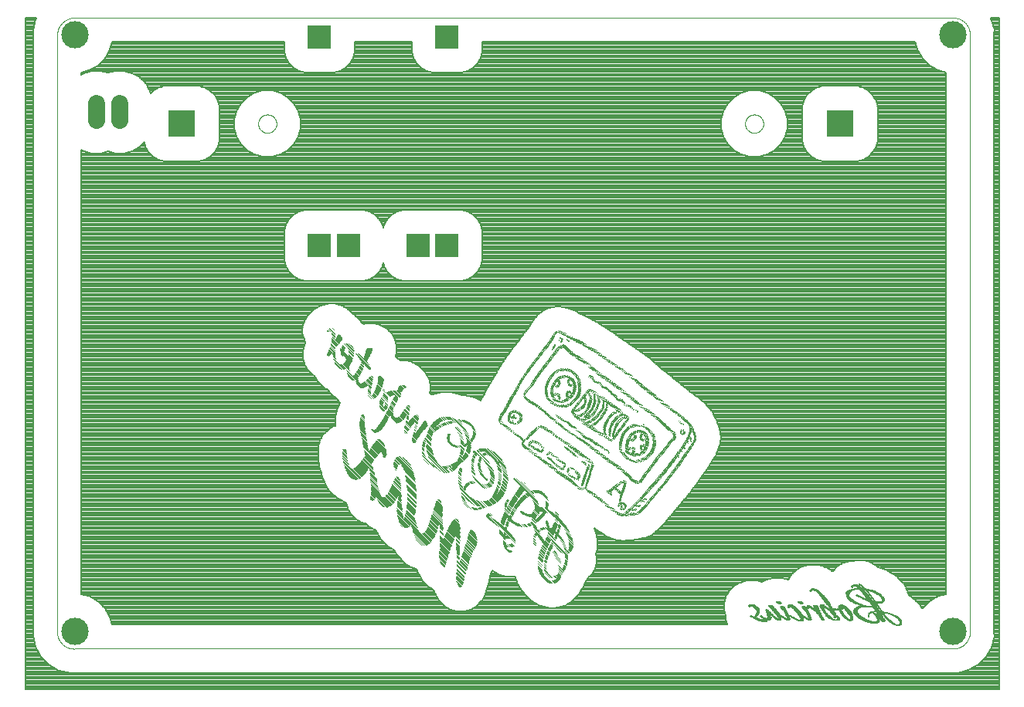
<source format=gbl>
G75*
%MOIN*%
%OFA0B0*%
%FSLAX25Y25*%
%IPPOS*%
%LPD*%
%AMOC8*
5,1,8,0,0,1.08239X$1,22.5*
%
%ADD10R,0.00200X0.00100*%
%ADD11R,0.01200X0.00100*%
%ADD12R,0.01500X0.00100*%
%ADD13R,0.01800X0.00100*%
%ADD14R,0.02000X0.00100*%
%ADD15R,0.02200X0.00100*%
%ADD16R,0.02300X0.00100*%
%ADD17R,0.02400X0.00100*%
%ADD18R,0.02100X0.00100*%
%ADD19R,0.01700X0.00100*%
%ADD20R,0.01900X0.00100*%
%ADD21R,0.01300X0.00100*%
%ADD22R,0.02700X0.00100*%
%ADD23R,0.03200X0.00100*%
%ADD24R,0.03500X0.00100*%
%ADD25R,0.03800X0.00100*%
%ADD26R,0.04100X0.00100*%
%ADD27R,0.04500X0.00100*%
%ADD28R,0.04800X0.00100*%
%ADD29R,0.01400X0.00100*%
%ADD30R,0.01100X0.00100*%
%ADD31R,0.00800X0.00100*%
%ADD32R,0.03000X0.00100*%
%ADD33R,0.00600X0.00100*%
%ADD34R,0.03600X0.00100*%
%ADD35R,0.03300X0.00100*%
%ADD36R,0.04200X0.00100*%
%ADD37R,0.04700X0.00100*%
%ADD38R,0.05300X0.00100*%
%ADD39R,0.01600X0.00100*%
%ADD40R,0.05600X0.00100*%
%ADD41R,0.06000X0.00100*%
%ADD42R,0.06200X0.00100*%
%ADD43R,0.06600X0.00100*%
%ADD44R,0.02500X0.00100*%
%ADD45R,0.03100X0.00100*%
%ADD46R,0.00900X0.00100*%
%ADD47R,0.04300X0.00100*%
%ADD48R,0.04900X0.00100*%
%ADD49R,0.05400X0.00100*%
%ADD50R,0.06500X0.00100*%
%ADD51R,0.06700X0.00100*%
%ADD52R,0.06800X0.00100*%
%ADD53R,0.03400X0.00100*%
%ADD54R,0.07000X0.00100*%
%ADD55R,0.07200X0.00100*%
%ADD56R,0.03700X0.00100*%
%ADD57R,0.07500X0.00100*%
%ADD58R,0.02600X0.00100*%
%ADD59R,0.07900X0.00100*%
%ADD60R,0.07800X0.00100*%
%ADD61R,0.04400X0.00100*%
%ADD62R,0.04000X0.00100*%
%ADD63R,0.08200X0.00100*%
%ADD64R,0.05200X0.00100*%
%ADD65R,0.07100X0.00100*%
%ADD66R,0.05500X0.00100*%
%ADD67R,0.08000X0.00100*%
%ADD68R,0.06400X0.00100*%
%ADD69R,0.02900X0.00100*%
%ADD70R,0.08500X0.00100*%
%ADD71R,0.08800X0.00100*%
%ADD72R,0.00300X0.00100*%
%ADD73R,0.02800X0.00100*%
%ADD74R,0.09300X0.00100*%
%ADD75R,0.08100X0.00100*%
%ADD76R,0.09700X0.00100*%
%ADD77R,0.08600X0.00100*%
%ADD78R,0.05700X0.00100*%
%ADD79R,0.10100X0.00100*%
%ADD80R,0.09100X0.00100*%
%ADD81R,0.10500X0.00100*%
%ADD82R,0.09500X0.00100*%
%ADD83R,0.07700X0.00100*%
%ADD84R,0.10900X0.00100*%
%ADD85R,0.09900X0.00100*%
%ADD86R,0.00400X0.00100*%
%ADD87R,0.00700X0.00100*%
%ADD88R,0.07400X0.00100*%
%ADD89R,0.09800X0.00100*%
%ADD90R,0.11400X0.00100*%
%ADD91R,0.10300X0.00100*%
%ADD92R,0.01000X0.00100*%
%ADD93R,0.17700X0.00100*%
%ADD94R,0.11600X0.00100*%
%ADD95R,0.10600X0.00100*%
%ADD96R,0.17600X0.00100*%
%ADD97R,0.11900X0.00100*%
%ADD98R,0.17400X0.00100*%
%ADD99R,0.12200X0.00100*%
%ADD100R,0.11200X0.00100*%
%ADD101R,0.05100X0.00100*%
%ADD102R,0.15500X0.00100*%
%ADD103R,0.05800X0.00100*%
%ADD104R,0.11500X0.00100*%
%ADD105R,0.03900X0.00100*%
%ADD106R,0.14900X0.00100*%
%ADD107R,0.11700X0.00100*%
%ADD108R,0.14200X0.00100*%
%ADD109R,0.12000X0.00100*%
%ADD110R,0.05900X0.00100*%
%ADD111R,0.13600X0.00100*%
%ADD112R,0.12300X0.00100*%
%ADD113R,0.13000X0.00100*%
%ADD114R,0.04600X0.00100*%
%ADD115R,0.10400X0.00100*%
%ADD116R,0.05000X0.00100*%
%ADD117R,0.07300X0.00100*%
%ADD118R,0.10700X0.00100*%
%ADD119R,0.00100X0.00100*%
%ADD120R,0.06900X0.00100*%
%ADD121R,0.07600X0.00100*%
%ADD122R,0.08300X0.00100*%
%ADD123R,0.00500X0.00100*%
%ADD124R,0.06100X0.00100*%
%ADD125R,0.08400X0.00100*%
%ADD126R,0.09200X0.00100*%
%ADD127R,0.09000X0.00100*%
%ADD128R,0.12500X0.00100*%
%ADD129R,0.12400X0.00100*%
%ADD130R,0.06300X0.00100*%
%ADD131R,0.11300X0.00100*%
%ADD132R,0.10000X0.00100*%
%ADD133R,0.08700X0.00100*%
%ADD134R,0.15600X0.00100*%
%ADD135R,0.15400X0.00100*%
%ADD136R,0.09600X0.00100*%
%ADD137R,0.15200X0.00100*%
%ADD138R,0.15000X0.00100*%
%ADD139R,0.14800X0.00100*%
%ADD140R,0.09400X0.00100*%
%ADD141R,0.14400X0.00100*%
%ADD142R,0.14100X0.00100*%
%ADD143R,0.13700X0.00100*%
%ADD144R,0.13200X0.00100*%
%ADD145R,0.12800X0.00100*%
%ADD146R,0.14600X0.00100*%
%ADD147C,0.00000*%
%ADD148R,0.00400X0.00200*%
%ADD149R,0.01200X0.00200*%
%ADD150R,0.01000X0.00200*%
%ADD151R,0.01800X0.00200*%
%ADD152R,0.02000X0.00200*%
%ADD153R,0.01600X0.00200*%
%ADD154R,0.02400X0.00200*%
%ADD155R,0.02200X0.00200*%
%ADD156R,0.03600X0.00200*%
%ADD157R,0.02800X0.00200*%
%ADD158R,0.04400X0.00200*%
%ADD159R,0.03400X0.00200*%
%ADD160R,0.05400X0.00200*%
%ADD161R,0.03800X0.00200*%
%ADD162R,0.00800X0.00200*%
%ADD163R,0.06200X0.00200*%
%ADD164R,0.04000X0.00200*%
%ADD165R,0.02600X0.00200*%
%ADD166R,0.06800X0.00200*%
%ADD167R,0.04600X0.00200*%
%ADD168R,0.07400X0.00200*%
%ADD169R,0.03000X0.00200*%
%ADD170R,0.04200X0.00200*%
%ADD171R,0.07800X0.00200*%
%ADD172R,0.03200X0.00200*%
%ADD173R,0.04800X0.00200*%
%ADD174R,0.05200X0.00200*%
%ADD175R,0.08400X0.00200*%
%ADD176R,0.09000X0.00200*%
%ADD177R,0.06000X0.00200*%
%ADD178R,0.09800X0.00200*%
%ADD179R,0.09400X0.00200*%
%ADD180R,0.10000X0.00200*%
%ADD181R,0.09600X0.00200*%
%ADD182R,0.06600X0.00200*%
%ADD183R,0.10400X0.00200*%
%ADD184R,0.10200X0.00200*%
%ADD185R,0.10600X0.00200*%
%ADD186R,0.09200X0.00200*%
%ADD187R,0.10800X0.00200*%
%ADD188R,0.07600X0.00200*%
%ADD189R,0.11200X0.00200*%
%ADD190R,0.05800X0.00200*%
%ADD191R,0.11400X0.00200*%
%ADD192R,0.05600X0.00200*%
%ADD193R,0.08200X0.00200*%
%ADD194R,0.11800X0.00200*%
%ADD195R,0.12000X0.00200*%
%ADD196R,0.11000X0.00200*%
%ADD197R,0.05000X0.00200*%
%ADD198R,0.15800X0.00200*%
%ADD199R,0.08600X0.00200*%
%ADD200R,0.08000X0.00200*%
%ADD201R,0.07200X0.00200*%
%ADD202R,0.07000X0.00200*%
%ADD203R,0.06400X0.00200*%
%ADD204R,0.01400X0.00200*%
%ADD205R,0.11600X0.00200*%
%ADD206R,0.08800X0.00200*%
%ADD207R,0.00600X0.00200*%
%ADD208R,0.00200X0.00200*%
%ADD209R,0.11811X0.11811*%
%ADD210R,0.09843X0.09843*%
%ADD211C,0.07400*%
%ADD212C,0.11811*%
%ADD213C,0.00800*%
D10*
G36*
X0150533Y0113112D02*
X0150674Y0112971D01*
X0150603Y0112900D01*
X0150462Y0113041D01*
X0150533Y0113112D01*
G37*
G36*
X0170756Y0119900D02*
X0170897Y0119759D01*
X0170826Y0119688D01*
X0170685Y0119829D01*
X0170756Y0119900D01*
G37*
G36*
X0174221Y0117284D02*
X0174362Y0117143D01*
X0174291Y0117072D01*
X0174150Y0117213D01*
X0174221Y0117284D01*
G37*
G36*
X0150957Y0148750D02*
X0151098Y0148609D01*
X0151027Y0148538D01*
X0150886Y0148679D01*
X0150957Y0148750D01*
G37*
G36*
X0134482Y0157023D02*
X0134623Y0156882D01*
X0134552Y0156811D01*
X0134411Y0156952D01*
X0134482Y0157023D01*
G37*
G36*
X0131582Y0156104D02*
X0131723Y0155963D01*
X0131652Y0155892D01*
X0131511Y0156033D01*
X0131582Y0156104D01*
G37*
G36*
X0231497Y0061423D02*
X0231638Y0061282D01*
X0231567Y0061211D01*
X0231426Y0061352D01*
X0231497Y0061423D01*
G37*
D11*
G36*
X0229588Y0066867D02*
X0230435Y0066020D01*
X0230364Y0065949D01*
X0229517Y0066796D01*
X0229588Y0066867D01*
G37*
G36*
X0229659Y0067079D02*
X0230506Y0066232D01*
X0230435Y0066161D01*
X0229588Y0067008D01*
X0229659Y0067079D01*
G37*
G36*
X0229729Y0067291D02*
X0230576Y0066444D01*
X0230505Y0066373D01*
X0229658Y0067220D01*
X0229729Y0067291D01*
G37*
G36*
X0229871Y0067715D02*
X0230718Y0066868D01*
X0230647Y0066797D01*
X0229800Y0067644D01*
X0229871Y0067715D01*
G37*
G36*
X0229942Y0067927D02*
X0230789Y0067080D01*
X0230718Y0067009D01*
X0229871Y0067856D01*
X0229942Y0067927D01*
G37*
G36*
X0230012Y0068139D02*
X0230859Y0067292D01*
X0230788Y0067221D01*
X0229941Y0068068D01*
X0230012Y0068139D01*
G37*
G36*
X0230154Y0068422D02*
X0231001Y0067575D01*
X0230930Y0067504D01*
X0230083Y0068351D01*
X0230154Y0068422D01*
G37*
G36*
X0230083Y0068210D02*
X0230930Y0067363D01*
X0230859Y0067292D01*
X0230012Y0068139D01*
X0230083Y0068210D01*
G37*
G36*
X0230012Y0067998D02*
X0230859Y0067151D01*
X0230788Y0067080D01*
X0229941Y0067927D01*
X0230012Y0067998D01*
G37*
G36*
X0231002Y0070402D02*
X0231849Y0069555D01*
X0231778Y0069484D01*
X0230931Y0070331D01*
X0231002Y0070402D01*
G37*
G36*
X0231073Y0070614D02*
X0231920Y0069767D01*
X0231849Y0069696D01*
X0231002Y0070543D01*
X0231073Y0070614D01*
G37*
G36*
X0231144Y0070968D02*
X0231991Y0070121D01*
X0231920Y0070050D01*
X0231073Y0070897D01*
X0231144Y0070968D01*
G37*
G36*
X0231214Y0071180D02*
X0232061Y0070333D01*
X0231990Y0070262D01*
X0231143Y0071109D01*
X0231214Y0071180D01*
G37*
G36*
X0231285Y0071392D02*
X0232132Y0070545D01*
X0232061Y0070474D01*
X0231214Y0071321D01*
X0231285Y0071392D01*
G37*
G36*
X0231356Y0071746D02*
X0232203Y0070899D01*
X0232132Y0070828D01*
X0231285Y0071675D01*
X0231356Y0071746D01*
G37*
G36*
X0231285Y0071251D02*
X0232132Y0070404D01*
X0232061Y0070333D01*
X0231214Y0071180D01*
X0231285Y0071251D01*
G37*
G36*
X0231214Y0071039D02*
X0232061Y0070192D01*
X0231990Y0070121D01*
X0231143Y0070968D01*
X0231214Y0071039D01*
G37*
G36*
X0231144Y0070826D02*
X0231991Y0069979D01*
X0231920Y0069908D01*
X0231073Y0070755D01*
X0231144Y0070826D01*
G37*
G36*
X0231144Y0070685D02*
X0231991Y0069838D01*
X0231920Y0069767D01*
X0231073Y0070614D01*
X0231144Y0070685D01*
G37*
G36*
X0231073Y0070473D02*
X0231920Y0069626D01*
X0231849Y0069555D01*
X0231002Y0070402D01*
X0231073Y0070473D01*
G37*
G36*
X0231639Y0073301D02*
X0232486Y0072454D01*
X0232415Y0072383D01*
X0231568Y0073230D01*
X0231639Y0073301D01*
G37*
G36*
X0226194Y0074645D02*
X0227041Y0073798D01*
X0226970Y0073727D01*
X0226123Y0074574D01*
X0226194Y0074645D01*
G37*
G36*
X0224143Y0071180D02*
X0224990Y0070333D01*
X0224919Y0070262D01*
X0224072Y0071109D01*
X0224143Y0071180D01*
G37*
G36*
X0224002Y0071180D02*
X0224849Y0070333D01*
X0224778Y0070262D01*
X0223931Y0071109D01*
X0224002Y0071180D01*
G37*
G36*
X0223790Y0071109D02*
X0224637Y0070262D01*
X0224566Y0070191D01*
X0223719Y0071038D01*
X0223790Y0071109D01*
G37*
G36*
X0223507Y0070968D02*
X0224354Y0070121D01*
X0224283Y0070050D01*
X0223436Y0070897D01*
X0223507Y0070968D01*
G37*
G36*
X0223295Y0070897D02*
X0224142Y0070050D01*
X0224071Y0069979D01*
X0223224Y0070826D01*
X0223295Y0070897D01*
G37*
G36*
X0223224Y0070826D02*
X0224071Y0069979D01*
X0224000Y0069908D01*
X0223153Y0070755D01*
X0223224Y0070826D01*
G37*
G36*
X0223436Y0070897D02*
X0224283Y0070050D01*
X0224212Y0069979D01*
X0223365Y0070826D01*
X0223436Y0070897D01*
G37*
G36*
X0223719Y0071039D02*
X0224566Y0070192D01*
X0224495Y0070121D01*
X0223648Y0070968D01*
X0223719Y0071039D01*
G37*
G36*
X0223931Y0071109D02*
X0224778Y0070262D01*
X0224707Y0070191D01*
X0223860Y0071038D01*
X0223931Y0071109D01*
G37*
G36*
X0221032Y0068493D02*
X0221879Y0067646D01*
X0221808Y0067575D01*
X0220961Y0068422D01*
X0221032Y0068493D01*
G37*
G36*
X0220961Y0068281D02*
X0221808Y0067434D01*
X0221737Y0067363D01*
X0220890Y0068210D01*
X0220961Y0068281D01*
G37*
G36*
X0220891Y0068210D02*
X0221738Y0067363D01*
X0221667Y0067292D01*
X0220820Y0068139D01*
X0220891Y0068210D01*
G37*
G36*
X0210567Y0061563D02*
X0211414Y0060716D01*
X0211343Y0060645D01*
X0210496Y0061492D01*
X0210567Y0061563D01*
G37*
G36*
X0207809Y0068705D02*
X0208656Y0067858D01*
X0208585Y0067787D01*
X0207738Y0068634D01*
X0207809Y0068705D01*
G37*
G36*
X0207738Y0069483D02*
X0208585Y0068636D01*
X0208514Y0068565D01*
X0207667Y0069412D01*
X0207738Y0069483D01*
G37*
G36*
X0208375Y0071392D02*
X0209222Y0070545D01*
X0209151Y0070474D01*
X0208304Y0071321D01*
X0208375Y0071392D01*
G37*
G36*
X0208445Y0071604D02*
X0209292Y0070757D01*
X0209221Y0070686D01*
X0208374Y0071533D01*
X0208445Y0071604D01*
G37*
G36*
X0208516Y0071816D02*
X0209363Y0070969D01*
X0209292Y0070898D01*
X0208445Y0071745D01*
X0208516Y0071816D01*
G37*
G36*
X0208587Y0072170D02*
X0209434Y0071323D01*
X0209363Y0071252D01*
X0208516Y0072099D01*
X0208587Y0072170D01*
G37*
G36*
X0202223Y0077261D02*
X0203070Y0076414D01*
X0202999Y0076343D01*
X0202152Y0077190D01*
X0202223Y0077261D01*
G37*
G36*
X0198334Y0080443D02*
X0199181Y0079596D01*
X0199110Y0079525D01*
X0198263Y0080372D01*
X0198334Y0080443D01*
G37*
G36*
X0198122Y0080372D02*
X0198969Y0079525D01*
X0198898Y0079454D01*
X0198051Y0080301D01*
X0198122Y0080372D01*
G37*
G36*
X0197910Y0080302D02*
X0198757Y0079455D01*
X0198686Y0079384D01*
X0197839Y0080231D01*
X0197910Y0080302D01*
G37*
G36*
X0197627Y0080160D02*
X0198474Y0079313D01*
X0198403Y0079242D01*
X0197556Y0080089D01*
X0197627Y0080160D01*
G37*
G36*
X0197273Y0080090D02*
X0198120Y0079243D01*
X0198049Y0079172D01*
X0197202Y0080019D01*
X0197273Y0080090D01*
G37*
G36*
X0197061Y0080019D02*
X0197908Y0079172D01*
X0197837Y0079101D01*
X0196990Y0079948D01*
X0197061Y0080019D01*
G37*
G36*
X0196708Y0079948D02*
X0197555Y0079101D01*
X0197484Y0079030D01*
X0196637Y0079877D01*
X0196708Y0079948D01*
G37*
G36*
X0196354Y0079877D02*
X0197201Y0079030D01*
X0197130Y0078959D01*
X0196283Y0079806D01*
X0196354Y0079877D01*
G37*
G36*
X0195930Y0079877D02*
X0196777Y0079030D01*
X0196706Y0078959D01*
X0195859Y0079806D01*
X0195930Y0079877D01*
G37*
G36*
X0196071Y0079877D02*
X0196918Y0079030D01*
X0196847Y0078959D01*
X0196000Y0079806D01*
X0196071Y0079877D01*
G37*
G36*
X0196213Y0079877D02*
X0197060Y0079030D01*
X0196989Y0078959D01*
X0196142Y0079806D01*
X0196213Y0079877D01*
G37*
G36*
X0196495Y0079877D02*
X0197342Y0079030D01*
X0197271Y0078959D01*
X0196424Y0079806D01*
X0196495Y0079877D01*
G37*
G36*
X0196849Y0079948D02*
X0197696Y0079101D01*
X0197625Y0079030D01*
X0196778Y0079877D01*
X0196849Y0079948D01*
G37*
G36*
X0196990Y0079948D02*
X0197837Y0079101D01*
X0197766Y0079030D01*
X0196919Y0079877D01*
X0196990Y0079948D01*
G37*
G36*
X0197202Y0080019D02*
X0198049Y0079172D01*
X0197978Y0079101D01*
X0197131Y0079948D01*
X0197202Y0080019D01*
G37*
G36*
X0197415Y0080090D02*
X0198262Y0079243D01*
X0198191Y0079172D01*
X0197344Y0080019D01*
X0197415Y0080090D01*
G37*
G36*
X0197839Y0080231D02*
X0198686Y0079384D01*
X0198615Y0079313D01*
X0197768Y0080160D01*
X0197839Y0080231D01*
G37*
G36*
X0189707Y0085817D02*
X0190554Y0084970D01*
X0190483Y0084899D01*
X0189636Y0085746D01*
X0189707Y0085817D01*
G37*
G36*
X0190485Y0088433D02*
X0191332Y0087586D01*
X0191261Y0087515D01*
X0190414Y0088362D01*
X0190485Y0088433D01*
G37*
G36*
X0190556Y0088787D02*
X0191403Y0087940D01*
X0191332Y0087869D01*
X0190485Y0088716D01*
X0190556Y0088787D01*
G37*
G36*
X0190697Y0089070D02*
X0191544Y0088223D01*
X0191473Y0088152D01*
X0190626Y0088999D01*
X0190697Y0089070D01*
G37*
G36*
X0191051Y0089565D02*
X0191898Y0088718D01*
X0191827Y0088647D01*
X0190980Y0089494D01*
X0191051Y0089565D01*
G37*
G36*
X0191121Y0089636D02*
X0191968Y0088789D01*
X0191897Y0088718D01*
X0191050Y0089565D01*
X0191121Y0089636D01*
G37*
G36*
X0190626Y0088858D02*
X0191473Y0088011D01*
X0191402Y0087940D01*
X0190555Y0088787D01*
X0190626Y0088858D01*
G37*
G36*
X0190556Y0088646D02*
X0191403Y0087799D01*
X0191332Y0087728D01*
X0190485Y0088575D01*
X0190556Y0088646D01*
G37*
G36*
X0191970Y0090484D02*
X0192817Y0089637D01*
X0192746Y0089566D01*
X0191899Y0090413D01*
X0191970Y0090484D01*
G37*
G36*
X0192041Y0090555D02*
X0192888Y0089708D01*
X0192817Y0089637D01*
X0191970Y0090484D01*
X0192041Y0090555D01*
G37*
G36*
X0192111Y0090625D02*
X0192958Y0089778D01*
X0192887Y0089707D01*
X0192040Y0090554D01*
X0192111Y0090625D01*
G37*
G36*
X0192182Y0090696D02*
X0193029Y0089849D01*
X0192958Y0089778D01*
X0192111Y0090625D01*
X0192182Y0090696D01*
G37*
G36*
X0192465Y0090838D02*
X0193312Y0089991D01*
X0193241Y0089920D01*
X0192394Y0090767D01*
X0192465Y0090838D01*
G37*
G36*
X0192748Y0090979D02*
X0193595Y0090132D01*
X0193524Y0090061D01*
X0192677Y0090908D01*
X0192748Y0090979D01*
G37*
G36*
X0194586Y0091262D02*
X0195433Y0090415D01*
X0195362Y0090344D01*
X0194515Y0091191D01*
X0194586Y0091262D01*
G37*
G36*
X0197202Y0101232D02*
X0198049Y0100385D01*
X0197978Y0100314D01*
X0197131Y0101161D01*
X0197202Y0101232D01*
G37*
G36*
X0197273Y0101444D02*
X0198120Y0100597D01*
X0198049Y0100526D01*
X0197202Y0101373D01*
X0197273Y0101444D01*
G37*
G36*
X0197344Y0101656D02*
X0198191Y0100809D01*
X0198120Y0100738D01*
X0197273Y0101585D01*
X0197344Y0101656D01*
G37*
G36*
X0197485Y0101939D02*
X0198332Y0101092D01*
X0198261Y0101021D01*
X0197414Y0101868D01*
X0197485Y0101939D01*
G37*
G36*
X0197415Y0101727D02*
X0198262Y0100880D01*
X0198191Y0100809D01*
X0197344Y0101656D01*
X0197415Y0101727D01*
G37*
G36*
X0197344Y0101515D02*
X0198191Y0100668D01*
X0198120Y0100597D01*
X0197273Y0101444D01*
X0197344Y0101515D01*
G37*
G36*
X0198475Y0103071D02*
X0199322Y0102224D01*
X0199251Y0102153D01*
X0198404Y0103000D01*
X0198475Y0103071D01*
G37*
G36*
X0198546Y0103141D02*
X0199393Y0102294D01*
X0199322Y0102223D01*
X0198475Y0103070D01*
X0198546Y0103141D01*
G37*
G36*
X0198617Y0103212D02*
X0199464Y0102365D01*
X0199393Y0102294D01*
X0198546Y0103141D01*
X0198617Y0103212D01*
G37*
G36*
X0198687Y0103283D02*
X0199534Y0102436D01*
X0199463Y0102365D01*
X0198616Y0103212D01*
X0198687Y0103283D01*
G37*
G36*
X0198900Y0103353D02*
X0199747Y0102506D01*
X0199676Y0102435D01*
X0198829Y0103282D01*
X0198900Y0103353D01*
G37*
G36*
X0198970Y0103424D02*
X0199817Y0102577D01*
X0199746Y0102506D01*
X0198899Y0103353D01*
X0198970Y0103424D01*
G37*
G36*
X0193313Y0109222D02*
X0194160Y0108375D01*
X0194089Y0108304D01*
X0193242Y0109151D01*
X0193313Y0109222D01*
G37*
G36*
X0193384Y0109293D02*
X0194231Y0108446D01*
X0194160Y0108375D01*
X0193313Y0109222D01*
X0193384Y0109293D01*
G37*
G36*
X0193526Y0109576D02*
X0194373Y0108729D01*
X0194302Y0108658D01*
X0193455Y0109505D01*
X0193526Y0109576D01*
G37*
G36*
X0193596Y0109647D02*
X0194443Y0108800D01*
X0194372Y0108729D01*
X0193525Y0109576D01*
X0193596Y0109647D01*
G37*
G36*
X0193667Y0109717D02*
X0194514Y0108870D01*
X0194443Y0108799D01*
X0193596Y0109646D01*
X0193667Y0109717D01*
G37*
G36*
X0193738Y0109788D02*
X0194585Y0108941D01*
X0194514Y0108870D01*
X0193667Y0109717D01*
X0193738Y0109788D01*
G37*
G36*
X0193808Y0109859D02*
X0194655Y0109012D01*
X0194584Y0108941D01*
X0193737Y0109788D01*
X0193808Y0109859D01*
G37*
G36*
X0193879Y0109929D02*
X0194726Y0109082D01*
X0194655Y0109011D01*
X0193808Y0109858D01*
X0193879Y0109929D01*
G37*
G36*
X0193950Y0110000D02*
X0194797Y0109153D01*
X0194726Y0109082D01*
X0193879Y0109929D01*
X0193950Y0110000D01*
G37*
G36*
X0194091Y0110283D02*
X0194938Y0109436D01*
X0194867Y0109365D01*
X0194020Y0110212D01*
X0194091Y0110283D01*
G37*
G36*
X0194233Y0110566D02*
X0195080Y0109719D01*
X0195009Y0109648D01*
X0194162Y0110495D01*
X0194233Y0110566D01*
G37*
G36*
X0194303Y0110778D02*
X0195150Y0109931D01*
X0195079Y0109860D01*
X0194232Y0110707D01*
X0194303Y0110778D01*
G37*
G36*
X0194445Y0111061D02*
X0195292Y0110214D01*
X0195221Y0110143D01*
X0194374Y0110990D01*
X0194445Y0111061D01*
G37*
G36*
X0194515Y0111273D02*
X0195362Y0110426D01*
X0195291Y0110355D01*
X0194444Y0111202D01*
X0194515Y0111273D01*
G37*
G36*
X0194374Y0110849D02*
X0195221Y0110002D01*
X0195150Y0109931D01*
X0194303Y0110778D01*
X0194374Y0110849D01*
G37*
G36*
X0194162Y0110354D02*
X0195009Y0109507D01*
X0194938Y0109436D01*
X0194091Y0110283D01*
X0194162Y0110354D01*
G37*
G36*
X0194021Y0110071D02*
X0194868Y0109224D01*
X0194797Y0109153D01*
X0193950Y0110000D01*
X0194021Y0110071D01*
G37*
G36*
X0193455Y0109364D02*
X0194302Y0108517D01*
X0194231Y0108446D01*
X0193384Y0109293D01*
X0193455Y0109364D01*
G37*
G36*
X0193243Y0109152D02*
X0194090Y0108305D01*
X0194019Y0108234D01*
X0193172Y0109081D01*
X0193243Y0109152D01*
G37*
G36*
X0191192Y0107525D02*
X0192039Y0106678D01*
X0191968Y0106607D01*
X0191121Y0107454D01*
X0191192Y0107525D01*
G37*
G36*
X0191121Y0107455D02*
X0191968Y0106608D01*
X0191897Y0106537D01*
X0191050Y0107384D01*
X0191121Y0107455D01*
G37*
G36*
X0191051Y0107384D02*
X0191898Y0106537D01*
X0191827Y0106466D01*
X0190980Y0107313D01*
X0191051Y0107384D01*
G37*
G36*
X0190768Y0107242D02*
X0191615Y0106395D01*
X0191544Y0106324D01*
X0190697Y0107171D01*
X0190768Y0107242D01*
G37*
G36*
X0188646Y0102434D02*
X0189493Y0101587D01*
X0189422Y0101516D01*
X0188575Y0102363D01*
X0188646Y0102434D01*
G37*
G36*
X0188576Y0102363D02*
X0189423Y0101516D01*
X0189352Y0101445D01*
X0188505Y0102292D01*
X0188576Y0102363D01*
G37*
G36*
X0184757Y0098404D02*
X0185604Y0097557D01*
X0185533Y0097486D01*
X0184686Y0098333D01*
X0184757Y0098404D01*
G37*
G36*
X0184262Y0098192D02*
X0185109Y0097345D01*
X0185038Y0097274D01*
X0184191Y0098121D01*
X0184262Y0098192D01*
G37*
G36*
X0181222Y0097838D02*
X0182069Y0096991D01*
X0181998Y0096920D01*
X0181151Y0097767D01*
X0181222Y0097838D01*
G37*
G36*
X0181080Y0097838D02*
X0181927Y0096991D01*
X0181856Y0096920D01*
X0181009Y0097767D01*
X0181080Y0097838D01*
G37*
G36*
X0173161Y0108445D02*
X0174008Y0107598D01*
X0173937Y0107527D01*
X0173090Y0108374D01*
X0173161Y0108445D01*
G37*
G36*
X0173232Y0108657D02*
X0174079Y0107810D01*
X0174008Y0107739D01*
X0173161Y0108586D01*
X0173232Y0108657D01*
G37*
G36*
X0173302Y0108869D02*
X0174149Y0108022D01*
X0174078Y0107951D01*
X0173231Y0108798D01*
X0173302Y0108869D01*
G37*
G36*
X0173444Y0109152D02*
X0174291Y0108305D01*
X0174220Y0108234D01*
X0173373Y0109081D01*
X0173444Y0109152D01*
G37*
G36*
X0173514Y0109222D02*
X0174361Y0108375D01*
X0174290Y0108304D01*
X0173443Y0109151D01*
X0173514Y0109222D01*
G37*
G36*
X0173797Y0109788D02*
X0174644Y0108941D01*
X0174573Y0108870D01*
X0173726Y0109717D01*
X0173797Y0109788D01*
G37*
G36*
X0173373Y0108940D02*
X0174220Y0108093D01*
X0174149Y0108022D01*
X0173302Y0108869D01*
X0173373Y0108940D01*
G37*
G36*
X0177969Y0114101D02*
X0178816Y0113254D01*
X0178745Y0113183D01*
X0177898Y0114030D01*
X0177969Y0114101D01*
G37*
G36*
X0178040Y0114172D02*
X0178887Y0113325D01*
X0178816Y0113254D01*
X0177969Y0114101D01*
X0178040Y0114172D01*
G37*
G36*
X0178111Y0114243D02*
X0178958Y0113396D01*
X0178887Y0113325D01*
X0178040Y0114172D01*
X0178111Y0114243D01*
G37*
G36*
X0178181Y0114314D02*
X0179028Y0113467D01*
X0178957Y0113396D01*
X0178110Y0114243D01*
X0178181Y0114314D01*
G37*
G36*
X0178252Y0114384D02*
X0179099Y0113537D01*
X0179028Y0113466D01*
X0178181Y0114313D01*
X0178252Y0114384D01*
G37*
G36*
X0178464Y0114455D02*
X0179311Y0113608D01*
X0179240Y0113537D01*
X0178393Y0114384D01*
X0178464Y0114455D01*
G37*
G36*
X0178535Y0114526D02*
X0179382Y0113679D01*
X0179311Y0113608D01*
X0178464Y0114455D01*
X0178535Y0114526D01*
G37*
G36*
X0178606Y0114596D02*
X0179453Y0113749D01*
X0179382Y0113678D01*
X0178535Y0114525D01*
X0178606Y0114596D01*
G37*
G36*
X0178676Y0114667D02*
X0179523Y0113820D01*
X0179452Y0113749D01*
X0178605Y0114596D01*
X0178676Y0114667D01*
G37*
G36*
X0178747Y0114738D02*
X0179594Y0113891D01*
X0179523Y0113820D01*
X0178676Y0114667D01*
X0178747Y0114738D01*
G37*
G36*
X0178959Y0114809D02*
X0179806Y0113962D01*
X0179735Y0113891D01*
X0178888Y0114738D01*
X0178959Y0114809D01*
G37*
G36*
X0179030Y0114879D02*
X0179877Y0114032D01*
X0179806Y0113961D01*
X0178959Y0114808D01*
X0179030Y0114879D01*
G37*
G36*
X0179101Y0114950D02*
X0179948Y0114103D01*
X0179877Y0114032D01*
X0179030Y0114879D01*
X0179101Y0114950D01*
G37*
G36*
X0179454Y0115162D02*
X0180301Y0114315D01*
X0180230Y0114244D01*
X0179383Y0115091D01*
X0179454Y0115162D01*
G37*
G36*
X0179808Y0115374D02*
X0180655Y0114527D01*
X0180584Y0114456D01*
X0179737Y0115303D01*
X0179808Y0115374D01*
G37*
G36*
X0179878Y0115445D02*
X0180725Y0114598D01*
X0180654Y0114527D01*
X0179807Y0115374D01*
X0179878Y0115445D01*
G37*
G36*
X0180161Y0115586D02*
X0181008Y0114739D01*
X0180937Y0114668D01*
X0180090Y0115515D01*
X0180161Y0115586D01*
G37*
G36*
X0180444Y0115728D02*
X0181291Y0114881D01*
X0181220Y0114810D01*
X0180373Y0115657D01*
X0180444Y0115728D01*
G37*
G36*
X0180727Y0115869D02*
X0181574Y0115022D01*
X0181503Y0114951D01*
X0180656Y0115798D01*
X0180727Y0115869D01*
G37*
G36*
X0181010Y0116011D02*
X0181857Y0115164D01*
X0181786Y0115093D01*
X0180939Y0115940D01*
X0181010Y0116011D01*
G37*
G36*
X0183767Y0111839D02*
X0184614Y0110992D01*
X0184543Y0110921D01*
X0183696Y0111768D01*
X0183767Y0111839D01*
G37*
G36*
X0183697Y0111627D02*
X0184544Y0110780D01*
X0184473Y0110709D01*
X0183626Y0111556D01*
X0183697Y0111627D01*
G37*
G36*
X0183626Y0111414D02*
X0184473Y0110567D01*
X0184402Y0110496D01*
X0183555Y0111343D01*
X0183626Y0111414D01*
G37*
G36*
X0169555Y0115869D02*
X0170402Y0115022D01*
X0170331Y0114951D01*
X0169484Y0115798D01*
X0169555Y0115869D01*
G37*
G36*
X0169555Y0116152D02*
X0170402Y0115305D01*
X0170331Y0115234D01*
X0169484Y0116081D01*
X0169555Y0116152D01*
G37*
G36*
X0169625Y0116506D02*
X0170472Y0115659D01*
X0170401Y0115588D01*
X0169554Y0116435D01*
X0169625Y0116506D01*
G37*
G36*
X0169625Y0116364D02*
X0170472Y0115517D01*
X0170401Y0115446D01*
X0169554Y0116293D01*
X0169625Y0116364D01*
G37*
G36*
X0169555Y0116011D02*
X0170402Y0115164D01*
X0170331Y0115093D01*
X0169484Y0115940D01*
X0169555Y0116011D01*
G37*
G36*
X0169484Y0115657D02*
X0170331Y0114810D01*
X0170260Y0114739D01*
X0169413Y0115586D01*
X0169484Y0115657D01*
G37*
G36*
X0165736Y0117849D02*
X0166583Y0117002D01*
X0166512Y0116931D01*
X0165665Y0117778D01*
X0165736Y0117849D01*
G37*
G36*
X0165736Y0117990D02*
X0166583Y0117143D01*
X0166512Y0117072D01*
X0165665Y0117919D01*
X0165736Y0117990D01*
G37*
G36*
X0164888Y0112616D02*
X0165735Y0111769D01*
X0165664Y0111698D01*
X0164817Y0112545D01*
X0164888Y0112616D01*
G37*
G36*
X0150392Y0113394D02*
X0151239Y0112547D01*
X0151168Y0112476D01*
X0150321Y0113323D01*
X0150392Y0113394D01*
G37*
G36*
X0150604Y0136800D02*
X0151451Y0135953D01*
X0151380Y0135882D01*
X0150533Y0136729D01*
X0150604Y0136800D01*
G37*
G36*
X0131583Y0146204D02*
X0132430Y0145357D01*
X0132359Y0145286D01*
X0131512Y0146133D01*
X0131583Y0146204D01*
G37*
G36*
X0131512Y0146133D02*
X0132359Y0145286D01*
X0132288Y0145215D01*
X0131441Y0146062D01*
X0131512Y0146133D01*
G37*
G36*
X0131795Y0156740D02*
X0132642Y0155893D01*
X0132571Y0155822D01*
X0131724Y0156669D01*
X0131795Y0156740D01*
G37*
G36*
X0209011Y0083201D02*
X0209858Y0082354D01*
X0209787Y0082283D01*
X0208940Y0083130D01*
X0209011Y0083201D01*
G37*
G36*
X0208092Y0080585D02*
X0208939Y0079738D01*
X0208868Y0079667D01*
X0208021Y0080514D01*
X0208092Y0080585D01*
G37*
G36*
X0208092Y0080443D02*
X0208939Y0079596D01*
X0208868Y0079525D01*
X0208021Y0080372D01*
X0208092Y0080443D01*
G37*
G36*
X0230154Y0050745D02*
X0231001Y0049898D01*
X0230930Y0049827D01*
X0230083Y0050674D01*
X0230154Y0050745D01*
G37*
G36*
X0230083Y0050674D02*
X0230930Y0049827D01*
X0230859Y0049756D01*
X0230012Y0050603D01*
X0230083Y0050674D01*
G37*
X0314883Y0032504D03*
X0315083Y0032404D03*
X0315283Y0032304D03*
X0316683Y0032904D03*
X0316783Y0033104D03*
X0319983Y0031904D03*
X0320183Y0031804D03*
X0324683Y0032204D03*
X0324783Y0032104D03*
X0324983Y0032004D03*
X0325083Y0031904D03*
X0321283Y0035404D03*
X0325783Y0039104D03*
X0335083Y0039104D03*
X0339283Y0037304D03*
X0339683Y0031104D03*
X0344783Y0032304D03*
X0344883Y0032104D03*
X0344983Y0032004D03*
X0344983Y0031904D03*
X0345083Y0031804D03*
X0345183Y0031604D03*
X0350683Y0032304D03*
X0353483Y0034304D03*
X0353683Y0034004D03*
X0353883Y0033704D03*
X0354183Y0033304D03*
X0354283Y0033204D03*
X0354683Y0032704D03*
X0354783Y0032604D03*
X0354883Y0032504D03*
X0354983Y0032404D03*
X0355083Y0032304D03*
X0355183Y0032204D03*
X0355283Y0032104D03*
X0355383Y0032004D03*
X0353183Y0034804D03*
X0353083Y0035004D03*
X0360483Y0041604D03*
X0358383Y0045704D03*
X0371083Y0040804D03*
X0371183Y0040604D03*
X0371283Y0040504D03*
X0371383Y0039304D03*
X0367483Y0034004D03*
X0367583Y0033904D03*
X0367983Y0033604D03*
X0369183Y0030604D03*
X0371483Y0030404D03*
X0374983Y0030104D03*
X0375083Y0030004D03*
X0375283Y0029904D03*
X0375383Y0029804D03*
X0375683Y0029604D03*
X0378783Y0029204D03*
X0377283Y0032404D03*
X0376983Y0032604D03*
X0376783Y0032704D03*
X0376583Y0032804D03*
X0376383Y0032904D03*
X0375783Y0033204D03*
X0340283Y0043804D03*
X0333483Y0031604D03*
X0330383Y0031104D03*
D12*
X0330433Y0032104D03*
X0330433Y0032204D03*
X0330433Y0032304D03*
X0330333Y0032504D03*
X0330333Y0032604D03*
X0330233Y0032804D03*
X0330133Y0033004D03*
X0330033Y0033204D03*
X0330033Y0033304D03*
X0329933Y0033504D03*
X0329833Y0033704D03*
X0329733Y0033904D03*
X0329633Y0034004D03*
X0329633Y0034104D03*
X0329533Y0034204D03*
X0329533Y0034304D03*
X0329433Y0034504D03*
X0329233Y0034804D03*
X0329133Y0035004D03*
X0328933Y0035304D03*
X0327933Y0036904D03*
X0325933Y0039004D03*
X0321533Y0035004D03*
X0317433Y0035004D03*
X0317433Y0035104D03*
X0317333Y0035304D03*
X0317333Y0035404D03*
X0326633Y0032304D03*
X0334133Y0031304D03*
X0336233Y0031904D03*
X0336233Y0032004D03*
X0336233Y0032104D03*
X0336333Y0031804D03*
X0336333Y0031704D03*
X0336333Y0031604D03*
X0336333Y0031504D03*
X0339433Y0033004D03*
X0339433Y0033104D03*
X0339333Y0033204D03*
X0339333Y0033304D03*
X0339233Y0033504D03*
X0339133Y0033704D03*
X0339033Y0033904D03*
X0338933Y0034004D03*
X0338933Y0034104D03*
X0338833Y0034204D03*
X0338833Y0034304D03*
X0338733Y0034504D03*
X0338533Y0034804D03*
X0338433Y0035004D03*
X0338233Y0035304D03*
X0337233Y0036904D03*
X0335233Y0039004D03*
X0340533Y0036404D03*
X0339533Y0032804D03*
X0339633Y0032604D03*
X0339633Y0032504D03*
X0339733Y0032304D03*
X0339733Y0032204D03*
X0339733Y0032104D03*
X0344133Y0033304D03*
X0344233Y0033204D03*
X0344233Y0033104D03*
X0344333Y0033004D03*
X0345633Y0035404D03*
X0345533Y0035604D03*
X0348133Y0037504D03*
X0348333Y0037204D03*
X0348433Y0037004D03*
X0348533Y0036904D03*
X0348633Y0036704D03*
X0348733Y0036604D03*
X0348733Y0036504D03*
X0348833Y0036404D03*
X0348933Y0036304D03*
X0348933Y0036204D03*
X0349033Y0036104D03*
X0351933Y0031404D03*
X0357833Y0031504D03*
X0357933Y0031904D03*
X0357833Y0032204D03*
X0357833Y0032304D03*
X0357833Y0032404D03*
X0357733Y0032604D03*
X0356433Y0040904D03*
X0356133Y0041504D03*
X0356033Y0041804D03*
X0356033Y0041904D03*
X0362233Y0040704D03*
X0362433Y0040604D03*
X0366233Y0034404D03*
X0371433Y0030704D03*
X0371433Y0030604D03*
X0374133Y0033804D03*
X0374433Y0033704D03*
X0376633Y0029104D03*
X0370333Y0041504D03*
X0370233Y0041604D03*
X0370133Y0041704D03*
X0343333Y0043304D03*
G36*
X0235386Y0061493D02*
X0236445Y0060434D01*
X0236374Y0060363D01*
X0235315Y0061422D01*
X0235386Y0061493D01*
G37*
G36*
X0235316Y0061422D02*
X0236375Y0060363D01*
X0236304Y0060292D01*
X0235245Y0061351D01*
X0235316Y0061422D01*
G37*
G36*
X0235245Y0061351D02*
X0236304Y0060292D01*
X0236233Y0060221D01*
X0235174Y0061280D01*
X0235245Y0061351D01*
G37*
G36*
X0234326Y0058169D02*
X0235385Y0057110D01*
X0235314Y0057039D01*
X0234255Y0058098D01*
X0234326Y0058169D01*
G37*
G36*
X0234326Y0058028D02*
X0235385Y0056969D01*
X0235314Y0056898D01*
X0234255Y0057957D01*
X0234326Y0058028D01*
G37*
G36*
X0234326Y0057886D02*
X0235385Y0056827D01*
X0235314Y0056756D01*
X0234255Y0057815D01*
X0234326Y0057886D01*
G37*
G36*
X0234326Y0057745D02*
X0235385Y0056686D01*
X0235314Y0056615D01*
X0234255Y0057674D01*
X0234326Y0057745D01*
G37*
G36*
X0234326Y0057604D02*
X0235385Y0056545D01*
X0235314Y0056474D01*
X0234255Y0057533D01*
X0234326Y0057604D01*
G37*
G36*
X0234255Y0057391D02*
X0235314Y0056332D01*
X0235243Y0056261D01*
X0234184Y0057320D01*
X0234255Y0057391D01*
G37*
G36*
X0234255Y0057250D02*
X0235314Y0056191D01*
X0235243Y0056120D01*
X0234184Y0057179D01*
X0234255Y0057250D01*
G37*
G36*
X0234255Y0057109D02*
X0235314Y0056050D01*
X0235243Y0055979D01*
X0234184Y0057038D01*
X0234255Y0057109D01*
G37*
G36*
X0234184Y0056896D02*
X0235243Y0055837D01*
X0235172Y0055766D01*
X0234113Y0056825D01*
X0234184Y0056896D01*
G37*
G36*
X0234184Y0056755D02*
X0235243Y0055696D01*
X0235172Y0055625D01*
X0234113Y0056684D01*
X0234184Y0056755D01*
G37*
G36*
X0234184Y0056614D02*
X0235243Y0055555D01*
X0235172Y0055484D01*
X0234113Y0056543D01*
X0234184Y0056614D01*
G37*
G36*
X0234114Y0056543D02*
X0235173Y0055484D01*
X0235102Y0055413D01*
X0234043Y0056472D01*
X0234114Y0056543D01*
G37*
G36*
X0234114Y0056401D02*
X0235173Y0055342D01*
X0235102Y0055271D01*
X0234043Y0056330D01*
X0234114Y0056401D01*
G37*
G36*
X0226053Y0059654D02*
X0227112Y0058595D01*
X0227041Y0058524D01*
X0225982Y0059583D01*
X0226053Y0059654D01*
G37*
G36*
X0226123Y0060008D02*
X0227182Y0058949D01*
X0227111Y0058878D01*
X0226052Y0059937D01*
X0226123Y0060008D01*
G37*
G36*
X0226194Y0060220D02*
X0227253Y0059161D01*
X0227182Y0059090D01*
X0226123Y0060149D01*
X0226194Y0060220D01*
G37*
G36*
X0226335Y0060503D02*
X0227394Y0059444D01*
X0227323Y0059373D01*
X0226264Y0060432D01*
X0226335Y0060503D01*
G37*
G36*
X0226477Y0060927D02*
X0227536Y0059868D01*
X0227465Y0059797D01*
X0226406Y0060856D01*
X0226477Y0060927D01*
G37*
G36*
X0226547Y0061139D02*
X0227606Y0060080D01*
X0227535Y0060009D01*
X0226476Y0061068D01*
X0226547Y0061139D01*
G37*
G36*
X0226689Y0061422D02*
X0227748Y0060363D01*
X0227677Y0060292D01*
X0226618Y0061351D01*
X0226689Y0061422D01*
G37*
G36*
X0226830Y0061846D02*
X0227889Y0060787D01*
X0227818Y0060716D01*
X0226759Y0061775D01*
X0226830Y0061846D01*
G37*
G36*
X0226901Y0062058D02*
X0227960Y0060999D01*
X0227889Y0060928D01*
X0226830Y0061987D01*
X0226901Y0062058D01*
G37*
G36*
X0227042Y0062341D02*
X0228101Y0061282D01*
X0228030Y0061211D01*
X0226971Y0062270D01*
X0227042Y0062341D01*
G37*
G36*
X0227184Y0062624D02*
X0228243Y0061565D01*
X0228172Y0061494D01*
X0227113Y0062553D01*
X0227184Y0062624D01*
G37*
G36*
X0227325Y0062907D02*
X0228384Y0061848D01*
X0228313Y0061777D01*
X0227254Y0062836D01*
X0227325Y0062907D01*
G37*
G36*
X0227467Y0063190D02*
X0228526Y0062131D01*
X0228455Y0062060D01*
X0227396Y0063119D01*
X0227467Y0063190D01*
G37*
G36*
X0227608Y0063472D02*
X0228667Y0062413D01*
X0228596Y0062342D01*
X0227537Y0063401D01*
X0227608Y0063472D01*
G37*
G36*
X0227820Y0063826D02*
X0228879Y0062767D01*
X0228808Y0062696D01*
X0227749Y0063755D01*
X0227820Y0063826D01*
G37*
G36*
X0227962Y0064109D02*
X0229021Y0063050D01*
X0228950Y0062979D01*
X0227891Y0064038D01*
X0227962Y0064109D01*
G37*
G36*
X0228103Y0064392D02*
X0229162Y0063333D01*
X0229091Y0063262D01*
X0228032Y0064321D01*
X0228103Y0064392D01*
G37*
G36*
X0228245Y0064675D02*
X0229304Y0063616D01*
X0229233Y0063545D01*
X0228174Y0064604D01*
X0228245Y0064675D01*
G37*
G36*
X0227891Y0063897D02*
X0228950Y0062838D01*
X0228879Y0062767D01*
X0227820Y0063826D01*
X0227891Y0063897D01*
G37*
G36*
X0227750Y0063614D02*
X0228809Y0062555D01*
X0228738Y0062484D01*
X0227679Y0063543D01*
X0227750Y0063614D01*
G37*
G36*
X0227679Y0063543D02*
X0228738Y0062484D01*
X0228667Y0062413D01*
X0227608Y0063472D01*
X0227679Y0063543D01*
G37*
G36*
X0227608Y0063331D02*
X0228667Y0062272D01*
X0228596Y0062201D01*
X0227537Y0063260D01*
X0227608Y0063331D01*
G37*
G36*
X0227537Y0063260D02*
X0228596Y0062201D01*
X0228525Y0062130D01*
X0227466Y0063189D01*
X0227537Y0063260D01*
G37*
G36*
X0227467Y0063048D02*
X0228526Y0061989D01*
X0228455Y0061918D01*
X0227396Y0062977D01*
X0227467Y0063048D01*
G37*
G36*
X0227396Y0062978D02*
X0228455Y0061919D01*
X0228384Y0061848D01*
X0227325Y0062907D01*
X0227396Y0062978D01*
G37*
G36*
X0227325Y0062765D02*
X0228384Y0061706D01*
X0228313Y0061635D01*
X0227254Y0062694D01*
X0227325Y0062765D01*
G37*
G36*
X0227255Y0062695D02*
X0228314Y0061636D01*
X0228243Y0061565D01*
X0227184Y0062624D01*
X0227255Y0062695D01*
G37*
G36*
X0227184Y0062483D02*
X0228243Y0061424D01*
X0228172Y0061353D01*
X0227113Y0062412D01*
X0227184Y0062483D01*
G37*
G36*
X0227113Y0062412D02*
X0228172Y0061353D01*
X0228101Y0061282D01*
X0227042Y0062341D01*
X0227113Y0062412D01*
G37*
G36*
X0227042Y0062200D02*
X0228101Y0061141D01*
X0228030Y0061070D01*
X0226971Y0062129D01*
X0227042Y0062200D01*
G37*
G36*
X0226972Y0062129D02*
X0228031Y0061070D01*
X0227960Y0060999D01*
X0226901Y0062058D01*
X0226972Y0062129D01*
G37*
G36*
X0226901Y0061917D02*
X0227960Y0060858D01*
X0227889Y0060787D01*
X0226830Y0061846D01*
X0226901Y0061917D01*
G37*
G36*
X0226760Y0061634D02*
X0227819Y0060575D01*
X0227748Y0060504D01*
X0226689Y0061563D01*
X0226760Y0061634D01*
G37*
G36*
X0226618Y0061210D02*
X0227677Y0060151D01*
X0227606Y0060080D01*
X0226547Y0061139D01*
X0226618Y0061210D01*
G37*
G36*
X0226547Y0060998D02*
X0227606Y0059939D01*
X0227535Y0059868D01*
X0226476Y0060927D01*
X0226547Y0060998D01*
G37*
G36*
X0226406Y0060715D02*
X0227465Y0059656D01*
X0227394Y0059585D01*
X0226335Y0060644D01*
X0226406Y0060715D01*
G37*
G36*
X0226265Y0060291D02*
X0227324Y0059232D01*
X0227253Y0059161D01*
X0226194Y0060220D01*
X0226265Y0060291D01*
G37*
G36*
X0226194Y0060078D02*
X0227253Y0059019D01*
X0227182Y0058948D01*
X0226123Y0060007D01*
X0226194Y0060078D01*
G37*
G36*
X0226123Y0059866D02*
X0227182Y0058807D01*
X0227111Y0058736D01*
X0226052Y0059795D01*
X0226123Y0059866D01*
G37*
G36*
X0226053Y0059796D02*
X0227112Y0058737D01*
X0227041Y0058666D01*
X0225982Y0059725D01*
X0226053Y0059796D01*
G37*
G36*
X0225982Y0059583D02*
X0227041Y0058524D01*
X0226970Y0058453D01*
X0225911Y0059512D01*
X0225982Y0059583D01*
G37*
G36*
X0225911Y0059371D02*
X0226970Y0058312D01*
X0226899Y0058241D01*
X0225840Y0059300D01*
X0225911Y0059371D01*
G37*
G36*
X0225840Y0059159D02*
X0226899Y0058100D01*
X0226828Y0058029D01*
X0225769Y0059088D01*
X0225840Y0059159D01*
G37*
G36*
X0225770Y0058947D02*
X0226829Y0057888D01*
X0226758Y0057817D01*
X0225699Y0058876D01*
X0225770Y0058947D01*
G37*
G36*
X0220608Y0064533D02*
X0221667Y0063474D01*
X0221596Y0063403D01*
X0220537Y0064462D01*
X0220608Y0064533D01*
G37*
G36*
X0220466Y0066796D02*
X0221525Y0065737D01*
X0221454Y0065666D01*
X0220395Y0066725D01*
X0220466Y0066796D01*
G37*
G36*
X0220466Y0066937D02*
X0221525Y0065878D01*
X0221454Y0065807D01*
X0220395Y0066866D01*
X0220466Y0066937D01*
G37*
G36*
X0218133Y0072948D02*
X0219192Y0071889D01*
X0219121Y0071818D01*
X0218062Y0072877D01*
X0218133Y0072948D01*
G37*
G36*
X0217779Y0072877D02*
X0218838Y0071818D01*
X0218767Y0071747D01*
X0217708Y0072806D01*
X0217779Y0072877D01*
G37*
G36*
X0217426Y0072806D02*
X0218485Y0071747D01*
X0218414Y0071676D01*
X0217355Y0072735D01*
X0217426Y0072806D01*
G37*
G36*
X0217072Y0072736D02*
X0218131Y0071677D01*
X0218060Y0071606D01*
X0217001Y0072665D01*
X0217072Y0072736D01*
G37*
G36*
X0217214Y0072736D02*
X0218273Y0071677D01*
X0218202Y0071606D01*
X0217143Y0072665D01*
X0217214Y0072736D01*
G37*
G36*
X0217567Y0072806D02*
X0218626Y0071747D01*
X0218555Y0071676D01*
X0217496Y0072735D01*
X0217567Y0072806D01*
G37*
G36*
X0217991Y0072948D02*
X0219050Y0071889D01*
X0218979Y0071818D01*
X0217920Y0072877D01*
X0217991Y0072948D01*
G37*
G36*
X0218204Y0073018D02*
X0219263Y0071959D01*
X0219192Y0071888D01*
X0218133Y0072947D01*
X0218204Y0073018D01*
G37*
G36*
X0218345Y0073018D02*
X0219404Y0071959D01*
X0219333Y0071888D01*
X0218274Y0072947D01*
X0218345Y0073018D01*
G37*
G36*
X0218416Y0073089D02*
X0219475Y0072030D01*
X0219404Y0071959D01*
X0218345Y0073018D01*
X0218416Y0073089D01*
G37*
G36*
X0218557Y0073089D02*
X0219616Y0072030D01*
X0219545Y0071959D01*
X0218486Y0073018D01*
X0218557Y0073089D01*
G37*
G36*
X0218628Y0073160D02*
X0219687Y0072101D01*
X0219616Y0072030D01*
X0218557Y0073089D01*
X0218628Y0073160D01*
G37*
G36*
X0218769Y0073160D02*
X0219828Y0072101D01*
X0219757Y0072030D01*
X0218698Y0073089D01*
X0218769Y0073160D01*
G37*
G36*
X0218840Y0073231D02*
X0219899Y0072172D01*
X0219828Y0072101D01*
X0218769Y0073160D01*
X0218840Y0073231D01*
G37*
G36*
X0218911Y0073301D02*
X0219970Y0072242D01*
X0219899Y0072171D01*
X0218840Y0073230D01*
X0218911Y0073301D01*
G37*
G36*
X0219052Y0073301D02*
X0220111Y0072242D01*
X0220040Y0072171D01*
X0218981Y0073230D01*
X0219052Y0073301D01*
G37*
G36*
X0219123Y0073372D02*
X0220182Y0072313D01*
X0220111Y0072242D01*
X0219052Y0073301D01*
X0219123Y0073372D01*
G37*
G36*
X0219194Y0073443D02*
X0220253Y0072384D01*
X0220182Y0072313D01*
X0219123Y0073372D01*
X0219194Y0073443D01*
G37*
G36*
X0221668Y0074928D02*
X0222727Y0073869D01*
X0222656Y0073798D01*
X0221597Y0074857D01*
X0221668Y0074928D01*
G37*
G36*
X0221739Y0074998D02*
X0222798Y0073939D01*
X0222727Y0073868D01*
X0221668Y0074927D01*
X0221739Y0074998D01*
G37*
G36*
X0221810Y0075069D02*
X0222869Y0074010D01*
X0222798Y0073939D01*
X0221739Y0074998D01*
X0221810Y0075069D01*
G37*
G36*
X0221881Y0075140D02*
X0222940Y0074081D01*
X0222869Y0074010D01*
X0221810Y0075069D01*
X0221881Y0075140D01*
G37*
G36*
X0222305Y0075423D02*
X0223364Y0074364D01*
X0223293Y0074293D01*
X0222234Y0075352D01*
X0222305Y0075423D01*
G37*
G36*
X0222376Y0075493D02*
X0223435Y0074434D01*
X0223364Y0074363D01*
X0222305Y0075422D01*
X0222376Y0075493D01*
G37*
G36*
X0222446Y0075564D02*
X0223505Y0074505D01*
X0223434Y0074434D01*
X0222375Y0075493D01*
X0222446Y0075564D01*
G37*
G36*
X0222517Y0075635D02*
X0223576Y0074576D01*
X0223505Y0074505D01*
X0222446Y0075564D01*
X0222517Y0075635D01*
G37*
G36*
X0222588Y0075705D02*
X0223647Y0074646D01*
X0223576Y0074575D01*
X0222517Y0075634D01*
X0222588Y0075705D01*
G37*
G36*
X0222658Y0075776D02*
X0223717Y0074717D01*
X0223646Y0074646D01*
X0222587Y0075705D01*
X0222658Y0075776D01*
G37*
G36*
X0222729Y0075847D02*
X0223788Y0074788D01*
X0223717Y0074717D01*
X0222658Y0075776D01*
X0222729Y0075847D01*
G37*
G36*
X0222800Y0075918D02*
X0223859Y0074859D01*
X0223788Y0074788D01*
X0222729Y0075847D01*
X0222800Y0075918D01*
G37*
G36*
X0222871Y0075988D02*
X0223930Y0074929D01*
X0223859Y0074858D01*
X0222800Y0075917D01*
X0222871Y0075988D01*
G37*
G36*
X0222941Y0076059D02*
X0224000Y0075000D01*
X0223929Y0074929D01*
X0222870Y0075988D01*
X0222941Y0076059D01*
G37*
G36*
X0223012Y0076130D02*
X0224071Y0075071D01*
X0224000Y0075000D01*
X0222941Y0076059D01*
X0223012Y0076130D01*
G37*
G36*
X0223436Y0076554D02*
X0224495Y0075495D01*
X0224424Y0075424D01*
X0223365Y0076483D01*
X0223436Y0076554D01*
G37*
G36*
X0223507Y0076625D02*
X0224566Y0075566D01*
X0224495Y0075495D01*
X0223436Y0076554D01*
X0223507Y0076625D01*
G37*
G36*
X0224355Y0077615D02*
X0225414Y0076556D01*
X0225343Y0076485D01*
X0224284Y0077544D01*
X0224355Y0077615D01*
G37*
G36*
X0224638Y0078039D02*
X0225697Y0076980D01*
X0225626Y0076909D01*
X0224567Y0077968D01*
X0224638Y0078039D01*
G37*
G36*
X0225770Y0080443D02*
X0226829Y0079384D01*
X0226758Y0079313D01*
X0225699Y0080372D01*
X0225770Y0080443D01*
G37*
G36*
X0225840Y0080797D02*
X0226899Y0079738D01*
X0226828Y0079667D01*
X0225769Y0080726D01*
X0225840Y0080797D01*
G37*
G36*
X0225982Y0081362D02*
X0227041Y0080303D01*
X0226970Y0080232D01*
X0225911Y0081291D01*
X0225982Y0081362D01*
G37*
G36*
X0225982Y0081645D02*
X0227041Y0080586D01*
X0226970Y0080515D01*
X0225911Y0081574D01*
X0225982Y0081645D01*
G37*
G36*
X0225982Y0081504D02*
X0227041Y0080445D01*
X0226970Y0080374D01*
X0225911Y0081433D01*
X0225982Y0081504D01*
G37*
G36*
X0225911Y0081009D02*
X0226970Y0079950D01*
X0226899Y0079879D01*
X0225840Y0080938D01*
X0225911Y0081009D01*
G37*
G36*
X0225840Y0080655D02*
X0226899Y0079596D01*
X0226828Y0079525D01*
X0225769Y0080584D01*
X0225840Y0080655D01*
G37*
G36*
X0225770Y0080584D02*
X0226829Y0079525D01*
X0226758Y0079454D01*
X0225699Y0080513D01*
X0225770Y0080584D01*
G37*
G36*
X0226053Y0074503D02*
X0227112Y0073444D01*
X0227041Y0073373D01*
X0225982Y0074432D01*
X0226053Y0074503D01*
G37*
G36*
X0225487Y0071392D02*
X0226546Y0070333D01*
X0226475Y0070262D01*
X0225416Y0071321D01*
X0225487Y0071392D01*
G37*
G36*
X0225204Y0071392D02*
X0226263Y0070333D01*
X0226192Y0070262D01*
X0225133Y0071321D01*
X0225204Y0071392D01*
G37*
G36*
X0225345Y0071392D02*
X0226404Y0070333D01*
X0226333Y0070262D01*
X0225274Y0071321D01*
X0225345Y0071392D01*
G37*
G36*
X0230224Y0075281D02*
X0231283Y0074222D01*
X0231212Y0074151D01*
X0230153Y0075210D01*
X0230224Y0075281D01*
G37*
G36*
X0231356Y0072736D02*
X0232415Y0071677D01*
X0232344Y0071606D01*
X0231285Y0072665D01*
X0231356Y0072736D01*
G37*
G36*
X0231356Y0072594D02*
X0232415Y0071535D01*
X0232344Y0071464D01*
X0231285Y0072523D01*
X0231356Y0072594D01*
G37*
G36*
X0215022Y0078039D02*
X0216081Y0076980D01*
X0216010Y0076909D01*
X0214951Y0077968D01*
X0215022Y0078039D01*
G37*
G36*
X0211840Y0079524D02*
X0212899Y0078465D01*
X0212828Y0078394D01*
X0211769Y0079453D01*
X0211840Y0079524D01*
G37*
G36*
X0211698Y0079241D02*
X0212757Y0078182D01*
X0212686Y0078111D01*
X0211627Y0079170D01*
X0211698Y0079241D01*
G37*
G36*
X0211628Y0079170D02*
X0212687Y0078111D01*
X0212616Y0078040D01*
X0211557Y0079099D01*
X0211628Y0079170D01*
G37*
G36*
X0211486Y0078887D02*
X0212545Y0077828D01*
X0212474Y0077757D01*
X0211415Y0078816D01*
X0211486Y0078887D01*
G37*
G36*
X0211415Y0078817D02*
X0212474Y0077758D01*
X0212403Y0077687D01*
X0211344Y0078746D01*
X0211415Y0078817D01*
G37*
G36*
X0211274Y0078534D02*
X0212333Y0077475D01*
X0212262Y0077404D01*
X0211203Y0078463D01*
X0211274Y0078534D01*
G37*
G36*
X0211203Y0078463D02*
X0212262Y0077404D01*
X0212191Y0077333D01*
X0211132Y0078392D01*
X0211203Y0078463D01*
G37*
G36*
X0211133Y0078392D02*
X0212192Y0077333D01*
X0212121Y0077262D01*
X0211062Y0078321D01*
X0211133Y0078392D01*
G37*
G36*
X0211133Y0078251D02*
X0212192Y0077192D01*
X0212121Y0077121D01*
X0211062Y0078180D01*
X0211133Y0078251D01*
G37*
G36*
X0211062Y0078180D02*
X0212121Y0077121D01*
X0212050Y0077050D01*
X0210991Y0078109D01*
X0211062Y0078180D01*
G37*
G36*
X0210991Y0077968D02*
X0212050Y0076909D01*
X0211979Y0076838D01*
X0210920Y0077897D01*
X0210991Y0077968D01*
G37*
G36*
X0210920Y0077897D02*
X0211979Y0076838D01*
X0211908Y0076767D01*
X0210849Y0077826D01*
X0210920Y0077897D01*
G37*
G36*
X0210850Y0077685D02*
X0211909Y0076626D01*
X0211838Y0076555D01*
X0210779Y0077614D01*
X0210850Y0077685D01*
G37*
G36*
X0210779Y0077615D02*
X0211838Y0076556D01*
X0211767Y0076485D01*
X0210708Y0077544D01*
X0210779Y0077615D01*
G37*
G36*
X0210708Y0077403D02*
X0211767Y0076344D01*
X0211696Y0076273D01*
X0210637Y0077332D01*
X0210708Y0077403D01*
G37*
G36*
X0210638Y0077332D02*
X0211697Y0076273D01*
X0211626Y0076202D01*
X0210567Y0077261D01*
X0210638Y0077332D01*
G37*
G36*
X0210567Y0077120D02*
X0211626Y0076061D01*
X0211555Y0075990D01*
X0210496Y0077049D01*
X0210567Y0077120D01*
G37*
G36*
X0210496Y0077049D02*
X0211555Y0075990D01*
X0211484Y0075919D01*
X0210425Y0076978D01*
X0210496Y0077049D01*
G37*
G36*
X0201869Y0077332D02*
X0202928Y0076273D01*
X0202857Y0076202D01*
X0201798Y0077261D01*
X0201869Y0077332D01*
G37*
G36*
X0194798Y0080019D02*
X0195857Y0078960D01*
X0195786Y0078889D01*
X0194727Y0079948D01*
X0194798Y0080019D01*
G37*
G36*
X0194657Y0080019D02*
X0195716Y0078960D01*
X0195645Y0078889D01*
X0194586Y0079948D01*
X0194657Y0080019D01*
G37*
G36*
X0204698Y0088787D02*
X0205757Y0087728D01*
X0205686Y0087657D01*
X0204627Y0088716D01*
X0204698Y0088787D01*
G37*
G36*
X0204839Y0089211D02*
X0205898Y0088152D01*
X0205827Y0088081D01*
X0204768Y0089140D01*
X0204839Y0089211D01*
G37*
G36*
X0204981Y0089777D02*
X0206040Y0088718D01*
X0205969Y0088647D01*
X0204910Y0089706D01*
X0204981Y0089777D01*
G37*
G36*
X0205122Y0090201D02*
X0206181Y0089142D01*
X0206110Y0089071D01*
X0205051Y0090130D01*
X0205122Y0090201D01*
G37*
G36*
X0205264Y0090767D02*
X0206323Y0089708D01*
X0206252Y0089637D01*
X0205193Y0090696D01*
X0205264Y0090767D01*
G37*
G36*
X0205405Y0091333D02*
X0206464Y0090274D01*
X0206393Y0090203D01*
X0205334Y0091262D01*
X0205405Y0091333D01*
G37*
G36*
X0205334Y0090979D02*
X0206393Y0089920D01*
X0206322Y0089849D01*
X0205263Y0090908D01*
X0205334Y0090979D01*
G37*
G36*
X0205193Y0090413D02*
X0206252Y0089354D01*
X0206181Y0089283D01*
X0205122Y0090342D01*
X0205193Y0090413D01*
G37*
G36*
X0205122Y0090060D02*
X0206181Y0089001D01*
X0206110Y0088930D01*
X0205051Y0089989D01*
X0205122Y0090060D01*
G37*
G36*
X0205051Y0089989D02*
X0206110Y0088930D01*
X0206039Y0088859D01*
X0204980Y0089918D01*
X0205051Y0089989D01*
G37*
G36*
X0205051Y0089848D02*
X0206110Y0088789D01*
X0206039Y0088718D01*
X0204980Y0089777D01*
X0205051Y0089848D01*
G37*
G36*
X0204981Y0089635D02*
X0206040Y0088576D01*
X0205969Y0088505D01*
X0204910Y0089564D01*
X0204981Y0089635D01*
G37*
G36*
X0204910Y0089423D02*
X0205969Y0088364D01*
X0205898Y0088293D01*
X0204839Y0089352D01*
X0204910Y0089423D01*
G37*
G36*
X0204769Y0088999D02*
X0205828Y0087940D01*
X0205757Y0087869D01*
X0204698Y0088928D01*
X0204769Y0088999D01*
G37*
G36*
X0194233Y0091333D02*
X0195292Y0090274D01*
X0195221Y0090203D01*
X0194162Y0091262D01*
X0194233Y0091333D01*
G37*
G36*
X0193596Y0091262D02*
X0194655Y0090203D01*
X0194584Y0090132D01*
X0193525Y0091191D01*
X0193596Y0091262D01*
G37*
G36*
X0193455Y0091262D02*
X0194514Y0090203D01*
X0194443Y0090132D01*
X0193384Y0091191D01*
X0193455Y0091262D01*
G37*
G36*
X0193879Y0097484D02*
X0194938Y0096425D01*
X0194867Y0096354D01*
X0193808Y0097413D01*
X0193879Y0097484D01*
G37*
G36*
X0193879Y0097909D02*
X0194938Y0096850D01*
X0194867Y0096779D01*
X0193808Y0097838D01*
X0193879Y0097909D01*
G37*
G36*
X0193879Y0097767D02*
X0194938Y0096708D01*
X0194867Y0096637D01*
X0193808Y0097696D01*
X0193879Y0097767D01*
G37*
G36*
X0193879Y0097626D02*
X0194938Y0096567D01*
X0194867Y0096496D01*
X0193808Y0097555D01*
X0193879Y0097626D01*
G37*
G36*
X0193950Y0100525D02*
X0195009Y0099466D01*
X0194938Y0099395D01*
X0193879Y0100454D01*
X0193950Y0100525D01*
G37*
G36*
X0194091Y0101373D02*
X0195150Y0100314D01*
X0195079Y0100243D01*
X0194020Y0101302D01*
X0194091Y0101373D01*
G37*
G36*
X0195011Y0103424D02*
X0196070Y0102365D01*
X0195999Y0102294D01*
X0194940Y0103353D01*
X0195011Y0103424D01*
G37*
G36*
X0199536Y0103707D02*
X0200595Y0102648D01*
X0200524Y0102577D01*
X0199465Y0103636D01*
X0199536Y0103707D01*
G37*
G36*
X0196708Y0098616D02*
X0197767Y0097557D01*
X0197696Y0097486D01*
X0196637Y0098545D01*
X0196708Y0098616D01*
G37*
G36*
X0196708Y0098474D02*
X0197767Y0097415D01*
X0197696Y0097344D01*
X0196637Y0098403D01*
X0196708Y0098474D01*
G37*
G36*
X0188788Y0096919D02*
X0189847Y0095860D01*
X0189776Y0095789D01*
X0188717Y0096848D01*
X0188788Y0096919D01*
G37*
G36*
X0188788Y0096777D02*
X0189847Y0095718D01*
X0189776Y0095647D01*
X0188717Y0096706D01*
X0188788Y0096777D01*
G37*
G36*
X0188717Y0096707D02*
X0189776Y0095648D01*
X0189705Y0095577D01*
X0188646Y0096636D01*
X0188717Y0096707D01*
G37*
G36*
X0183273Y0098050D02*
X0184332Y0096991D01*
X0184261Y0096920D01*
X0183202Y0097979D01*
X0183273Y0098050D01*
G37*
G36*
X0188859Y0103212D02*
X0189918Y0102153D01*
X0189847Y0102082D01*
X0188788Y0103141D01*
X0188859Y0103212D01*
G37*
G36*
X0188929Y0103424D02*
X0189988Y0102365D01*
X0189917Y0102294D01*
X0188858Y0103353D01*
X0188929Y0103424D01*
G37*
G36*
X0187798Y0106818D02*
X0188857Y0105759D01*
X0188786Y0105688D01*
X0187727Y0106747D01*
X0187798Y0106818D01*
G37*
G36*
X0187657Y0106818D02*
X0188716Y0105759D01*
X0188645Y0105688D01*
X0187586Y0106747D01*
X0187657Y0106818D01*
G37*
G36*
X0183343Y0110566D02*
X0184402Y0109507D01*
X0184331Y0109436D01*
X0183272Y0110495D01*
X0183343Y0110566D01*
G37*
G36*
X0183343Y0110707D02*
X0184402Y0109648D01*
X0184331Y0109577D01*
X0183272Y0110636D01*
X0183343Y0110707D01*
G37*
G36*
X0188364Y0117990D02*
X0189423Y0116931D01*
X0189352Y0116860D01*
X0188293Y0117919D01*
X0188364Y0117990D01*
G37*
G36*
X0188505Y0117990D02*
X0189564Y0116931D01*
X0189493Y0116860D01*
X0188434Y0117919D01*
X0188505Y0117990D01*
G37*
G36*
X0188647Y0117990D02*
X0189706Y0116931D01*
X0189635Y0116860D01*
X0188576Y0117919D01*
X0188647Y0117990D01*
G37*
G36*
X0193526Y0116506D02*
X0194585Y0115447D01*
X0194514Y0115376D01*
X0193455Y0116435D01*
X0193526Y0116506D01*
G37*
G36*
X0194586Y0112051D02*
X0195645Y0110992D01*
X0195574Y0110921D01*
X0194515Y0111980D01*
X0194586Y0112051D01*
G37*
G36*
X0173727Y0117495D02*
X0174786Y0116436D01*
X0174715Y0116365D01*
X0173656Y0117424D01*
X0173727Y0117495D01*
G37*
G36*
X0166302Y0124072D02*
X0167361Y0123013D01*
X0167290Y0122942D01*
X0166231Y0124001D01*
X0166302Y0124072D01*
G37*
G36*
X0164676Y0132769D02*
X0165735Y0131710D01*
X0165664Y0131639D01*
X0164605Y0132698D01*
X0164676Y0132769D01*
G37*
G36*
X0150392Y0136729D02*
X0151451Y0135670D01*
X0151380Y0135599D01*
X0150321Y0136658D01*
X0150392Y0136729D01*
G37*
G36*
X0149685Y0132769D02*
X0150744Y0131710D01*
X0150673Y0131639D01*
X0149614Y0132698D01*
X0149685Y0132769D01*
G37*
G36*
X0149614Y0132415D02*
X0150673Y0131356D01*
X0150602Y0131285D01*
X0149543Y0132344D01*
X0149614Y0132415D01*
G37*
G36*
X0149544Y0132062D02*
X0150603Y0131003D01*
X0150532Y0130932D01*
X0149473Y0131991D01*
X0149544Y0132062D01*
G37*
G36*
X0144665Y0132698D02*
X0145724Y0131639D01*
X0145653Y0131568D01*
X0144594Y0132627D01*
X0144665Y0132698D01*
G37*
G36*
X0137523Y0146487D02*
X0138582Y0145428D01*
X0138511Y0145357D01*
X0137452Y0146416D01*
X0137523Y0146487D01*
G37*
G36*
X0137523Y0146628D02*
X0138582Y0145569D01*
X0138511Y0145498D01*
X0137452Y0146557D01*
X0137523Y0146628D01*
G37*
G36*
X0137947Y0148467D02*
X0139006Y0147408D01*
X0138935Y0147337D01*
X0137876Y0148396D01*
X0137947Y0148467D01*
G37*
G36*
X0137947Y0148608D02*
X0139006Y0147549D01*
X0138935Y0147478D01*
X0137876Y0148537D01*
X0137947Y0148608D01*
G37*
G36*
X0141836Y0150235D02*
X0142895Y0149176D01*
X0142824Y0149105D01*
X0141765Y0150164D01*
X0141836Y0150235D01*
G37*
G36*
X0133846Y0157376D02*
X0134905Y0156317D01*
X0134834Y0156246D01*
X0133775Y0157305D01*
X0133846Y0157376D01*
G37*
G36*
X0131795Y0146699D02*
X0132854Y0145640D01*
X0132783Y0145569D01*
X0131724Y0146628D01*
X0131795Y0146699D01*
G37*
G36*
X0131654Y0146558D02*
X0132713Y0145499D01*
X0132642Y0145428D01*
X0131583Y0146487D01*
X0131654Y0146558D01*
G37*
G36*
X0150392Y0113536D02*
X0151451Y0112477D01*
X0151380Y0112406D01*
X0150321Y0113465D01*
X0150392Y0113536D01*
G37*
G36*
X0164817Y0112829D02*
X0165876Y0111770D01*
X0165805Y0111699D01*
X0164746Y0112758D01*
X0164817Y0112829D01*
G37*
G36*
X0172454Y0106182D02*
X0173513Y0105123D01*
X0173442Y0105052D01*
X0172383Y0106111D01*
X0172454Y0106182D01*
G37*
G36*
X0172454Y0106040D02*
X0173513Y0104981D01*
X0173442Y0104910D01*
X0172383Y0105969D01*
X0172454Y0106040D01*
G37*
G36*
X0172454Y0105899D02*
X0173513Y0104840D01*
X0173442Y0104769D01*
X0172383Y0105828D01*
X0172454Y0105899D01*
G37*
G36*
X0172454Y0105757D02*
X0173513Y0104698D01*
X0173442Y0104627D01*
X0172383Y0105686D01*
X0172454Y0105757D01*
G37*
G36*
X0172454Y0105616D02*
X0173513Y0104557D01*
X0173442Y0104486D01*
X0172383Y0105545D01*
X0172454Y0105616D01*
G37*
G36*
X0216365Y0090696D02*
X0217424Y0089637D01*
X0217353Y0089566D01*
X0216294Y0090625D01*
X0216365Y0090696D01*
G37*
G36*
X0209294Y0067644D02*
X0210353Y0066585D01*
X0210282Y0066514D01*
X0209223Y0067573D01*
X0209294Y0067644D01*
G37*
G36*
X0207526Y0066018D02*
X0208585Y0064959D01*
X0208514Y0064888D01*
X0207455Y0065947D01*
X0207526Y0066018D01*
G37*
G36*
X0207526Y0065877D02*
X0208585Y0064818D01*
X0208514Y0064747D01*
X0207455Y0065806D01*
X0207526Y0065877D01*
G37*
G36*
X0225063Y0055694D02*
X0226122Y0054635D01*
X0226051Y0054564D01*
X0224992Y0055623D01*
X0225063Y0055694D01*
G37*
G36*
X0225063Y0055553D02*
X0226122Y0054494D01*
X0226051Y0054423D01*
X0224992Y0055482D01*
X0225063Y0055553D01*
G37*
G36*
X0225063Y0055411D02*
X0226122Y0054352D01*
X0226051Y0054281D01*
X0224992Y0055340D01*
X0225063Y0055411D01*
G37*
G36*
X0225063Y0055270D02*
X0226122Y0054211D01*
X0226051Y0054140D01*
X0224992Y0055199D01*
X0225063Y0055270D01*
G37*
G36*
X0225063Y0055129D02*
X0226122Y0054070D01*
X0226051Y0053999D01*
X0224992Y0055058D01*
X0225063Y0055129D01*
G37*
G36*
X0225063Y0054987D02*
X0226122Y0053928D01*
X0226051Y0053857D01*
X0224992Y0054916D01*
X0225063Y0054987D01*
G37*
G36*
X0225063Y0054846D02*
X0226122Y0053787D01*
X0226051Y0053716D01*
X0224992Y0054775D01*
X0225063Y0054846D01*
G37*
G36*
X0225063Y0054704D02*
X0226122Y0053645D01*
X0226051Y0053574D01*
X0224992Y0054633D01*
X0225063Y0054704D01*
G37*
G36*
X0228740Y0050462D02*
X0229799Y0049403D01*
X0229728Y0049332D01*
X0228669Y0050391D01*
X0228740Y0050462D01*
G37*
G36*
X0228881Y0050462D02*
X0229940Y0049403D01*
X0229869Y0049332D01*
X0228810Y0050391D01*
X0228881Y0050462D01*
G37*
G36*
X0229022Y0050462D02*
X0230081Y0049403D01*
X0230010Y0049332D01*
X0228951Y0050391D01*
X0229022Y0050462D01*
G37*
G36*
X0230366Y0049260D02*
X0231425Y0048201D01*
X0231354Y0048130D01*
X0230295Y0049189D01*
X0230366Y0049260D01*
G37*
G36*
X0230437Y0049330D02*
X0231496Y0048271D01*
X0231425Y0048200D01*
X0230366Y0049259D01*
X0230437Y0049330D01*
G37*
G36*
X0230507Y0049401D02*
X0231566Y0048342D01*
X0231495Y0048271D01*
X0230436Y0049330D01*
X0230507Y0049401D01*
G37*
G36*
X0230578Y0049472D02*
X0231637Y0048413D01*
X0231566Y0048342D01*
X0230507Y0049401D01*
X0230578Y0049472D01*
G37*
G36*
X0230649Y0049542D02*
X0231708Y0048483D01*
X0231637Y0048412D01*
X0230578Y0049471D01*
X0230649Y0049542D01*
G37*
G36*
X0230719Y0049613D02*
X0231778Y0048554D01*
X0231707Y0048483D01*
X0230648Y0049542D01*
X0230719Y0049613D01*
G37*
G36*
X0230295Y0049189D02*
X0231354Y0048130D01*
X0231283Y0048059D01*
X0230224Y0049118D01*
X0230295Y0049189D01*
G37*
G36*
X0230224Y0049118D02*
X0231283Y0048059D01*
X0231212Y0047988D01*
X0230153Y0049047D01*
X0230224Y0049118D01*
G37*
G36*
X0230154Y0049048D02*
X0231213Y0047989D01*
X0231142Y0047918D01*
X0230083Y0048977D01*
X0230154Y0049048D01*
G37*
G36*
X0230083Y0048977D02*
X0231142Y0047918D01*
X0231071Y0047847D01*
X0230012Y0048906D01*
X0230083Y0048977D01*
G37*
G36*
X0230012Y0048906D02*
X0231071Y0047847D01*
X0231000Y0047776D01*
X0229941Y0048835D01*
X0230012Y0048906D01*
G37*
G36*
X0229942Y0048835D02*
X0231001Y0047776D01*
X0230930Y0047705D01*
X0229871Y0048764D01*
X0229942Y0048835D01*
G37*
G36*
X0229659Y0048694D02*
X0230718Y0047635D01*
X0230647Y0047564D01*
X0229588Y0048623D01*
X0229659Y0048694D01*
G37*
G36*
X0229588Y0048623D02*
X0230647Y0047564D01*
X0230576Y0047493D01*
X0229517Y0048552D01*
X0229588Y0048623D01*
G37*
G36*
X0229305Y0048482D02*
X0230364Y0047423D01*
X0230293Y0047352D01*
X0229234Y0048411D01*
X0229305Y0048482D01*
G37*
G36*
X0229871Y0048765D02*
X0230930Y0047706D01*
X0230859Y0047635D01*
X0229800Y0048694D01*
X0229871Y0048765D01*
G37*
D13*
G36*
X0228526Y0048411D02*
X0229798Y0047139D01*
X0229728Y0047069D01*
X0228456Y0048341D01*
X0228526Y0048411D01*
G37*
G36*
X0228244Y0048411D02*
X0229516Y0047139D01*
X0229446Y0047069D01*
X0228174Y0048341D01*
X0228244Y0048411D01*
G37*
G36*
X0228173Y0050603D02*
X0229445Y0049331D01*
X0229375Y0049261D01*
X0228103Y0050533D01*
X0228173Y0050603D01*
G37*
G36*
X0225132Y0053785D02*
X0226404Y0052513D01*
X0226334Y0052443D01*
X0225062Y0053715D01*
X0225132Y0053785D01*
G37*
G36*
X0225062Y0053997D02*
X0226334Y0052725D01*
X0226264Y0052655D01*
X0224992Y0053927D01*
X0225062Y0053997D01*
G37*
G36*
X0231355Y0051522D02*
X0232627Y0050250D01*
X0232557Y0050180D01*
X0231285Y0051452D01*
X0231355Y0051522D01*
G37*
G36*
X0234183Y0061280D02*
X0235455Y0060008D01*
X0235385Y0059938D01*
X0234113Y0061210D01*
X0234183Y0061280D01*
G37*
G36*
X0235951Y0062624D02*
X0237223Y0061352D01*
X0237153Y0061282D01*
X0235881Y0062554D01*
X0235951Y0062624D01*
G37*
G36*
X0236022Y0062836D02*
X0237294Y0061564D01*
X0237224Y0061494D01*
X0235952Y0062766D01*
X0236022Y0062836D01*
G37*
G36*
X0225910Y0074220D02*
X0227182Y0072948D01*
X0227112Y0072878D01*
X0225840Y0074150D01*
X0225910Y0074220D01*
G37*
G36*
X0229941Y0074433D02*
X0231213Y0073161D01*
X0231143Y0073091D01*
X0229871Y0074363D01*
X0229941Y0074433D01*
G37*
G36*
X0230011Y0074786D02*
X0231283Y0073514D01*
X0231213Y0073444D01*
X0229941Y0074716D01*
X0230011Y0074786D01*
G37*
G36*
X0230011Y0074645D02*
X0231283Y0073373D01*
X0231213Y0073303D01*
X0229941Y0074575D01*
X0230011Y0074645D01*
G37*
G36*
X0225910Y0082706D02*
X0227182Y0081434D01*
X0227112Y0081364D01*
X0225840Y0082636D01*
X0225910Y0082706D01*
G37*
G36*
X0225910Y0082989D02*
X0227182Y0081717D01*
X0227112Y0081647D01*
X0225840Y0082919D01*
X0225910Y0082989D01*
G37*
G36*
X0225910Y0082847D02*
X0227182Y0081575D01*
X0227112Y0081505D01*
X0225840Y0082777D01*
X0225910Y0082847D01*
G37*
G36*
X0220819Y0087514D02*
X0222091Y0086242D01*
X0222021Y0086172D01*
X0220749Y0087444D01*
X0220819Y0087514D01*
G37*
G36*
X0220183Y0087443D02*
X0221455Y0086171D01*
X0221385Y0086101D01*
X0220113Y0087373D01*
X0220183Y0087443D01*
G37*
G36*
X0219758Y0087302D02*
X0221030Y0086030D01*
X0220960Y0085960D01*
X0219688Y0087232D01*
X0219758Y0087302D01*
G37*
G36*
X0219970Y0087373D02*
X0221242Y0086101D01*
X0221172Y0086031D01*
X0219900Y0087303D01*
X0219970Y0087373D01*
G37*
G36*
X0220536Y0087514D02*
X0221808Y0086242D01*
X0221738Y0086172D01*
X0220466Y0087444D01*
X0220536Y0087514D01*
G37*
G36*
X0220678Y0087514D02*
X0221950Y0086242D01*
X0221880Y0086172D01*
X0220608Y0087444D01*
X0220678Y0087514D01*
G37*
G36*
X0217354Y0086029D02*
X0218626Y0084757D01*
X0218556Y0084687D01*
X0217284Y0085959D01*
X0217354Y0086029D01*
G37*
G36*
X0217283Y0085958D02*
X0218555Y0084686D01*
X0218485Y0084616D01*
X0217213Y0085888D01*
X0217283Y0085958D01*
G37*
G36*
X0216930Y0085746D02*
X0218202Y0084474D01*
X0218132Y0084404D01*
X0216860Y0085676D01*
X0216930Y0085746D01*
G37*
G36*
X0216859Y0085676D02*
X0218131Y0084404D01*
X0218061Y0084334D01*
X0216789Y0085606D01*
X0216859Y0085676D01*
G37*
G36*
X0216788Y0085605D02*
X0218060Y0084333D01*
X0217990Y0084263D01*
X0216718Y0085535D01*
X0216788Y0085605D01*
G37*
G36*
X0216718Y0085534D02*
X0217990Y0084262D01*
X0217920Y0084192D01*
X0216648Y0085464D01*
X0216718Y0085534D01*
G37*
G36*
X0216294Y0085251D02*
X0217566Y0083979D01*
X0217496Y0083909D01*
X0216224Y0085181D01*
X0216294Y0085251D01*
G37*
G36*
X0216223Y0085181D02*
X0217495Y0083909D01*
X0217425Y0083839D01*
X0216153Y0085111D01*
X0216223Y0085181D01*
G37*
G36*
X0216152Y0085110D02*
X0217424Y0083838D01*
X0217354Y0083768D01*
X0216082Y0085040D01*
X0216152Y0085110D01*
G37*
G36*
X0216081Y0085039D02*
X0217353Y0083767D01*
X0217283Y0083697D01*
X0216011Y0084969D01*
X0216081Y0085039D01*
G37*
G36*
X0216011Y0084968D02*
X0217283Y0083696D01*
X0217213Y0083626D01*
X0215941Y0084898D01*
X0216011Y0084968D01*
G37*
G36*
X0215940Y0084898D02*
X0217212Y0083626D01*
X0217142Y0083556D01*
X0215870Y0084828D01*
X0215940Y0084898D01*
G37*
G36*
X0215869Y0084827D02*
X0217141Y0083555D01*
X0217071Y0083485D01*
X0215799Y0084757D01*
X0215869Y0084827D01*
G37*
G36*
X0215799Y0084756D02*
X0217071Y0083484D01*
X0217001Y0083414D01*
X0215729Y0084686D01*
X0215799Y0084756D01*
G37*
G36*
X0215728Y0084686D02*
X0217000Y0083414D01*
X0216930Y0083344D01*
X0215658Y0084616D01*
X0215728Y0084686D01*
G37*
G36*
X0215657Y0084615D02*
X0216929Y0083343D01*
X0216859Y0083273D01*
X0215587Y0084545D01*
X0215657Y0084615D01*
G37*
G36*
X0215586Y0084544D02*
X0216858Y0083272D01*
X0216788Y0083202D01*
X0215516Y0084474D01*
X0215586Y0084544D01*
G37*
G36*
X0215516Y0084474D02*
X0216788Y0083202D01*
X0216718Y0083132D01*
X0215446Y0084404D01*
X0215516Y0084474D01*
G37*
G36*
X0214950Y0083908D02*
X0216222Y0082636D01*
X0216152Y0082566D01*
X0214880Y0083838D01*
X0214950Y0083908D01*
G37*
G36*
X0214879Y0083837D02*
X0216151Y0082565D01*
X0216081Y0082495D01*
X0214809Y0083767D01*
X0214879Y0083837D01*
G37*
G36*
X0214809Y0083766D02*
X0216081Y0082494D01*
X0216011Y0082424D01*
X0214739Y0083696D01*
X0214809Y0083766D01*
G37*
G36*
X0214738Y0083696D02*
X0216010Y0082424D01*
X0215940Y0082354D01*
X0214668Y0083626D01*
X0214738Y0083696D01*
G37*
G36*
X0214667Y0083625D02*
X0215939Y0082353D01*
X0215869Y0082283D01*
X0214597Y0083555D01*
X0214667Y0083625D01*
G37*
G36*
X0205545Y0093171D02*
X0206817Y0091899D01*
X0206747Y0091829D01*
X0205475Y0093101D01*
X0205545Y0093171D01*
G37*
G36*
X0205545Y0093312D02*
X0206817Y0092040D01*
X0206747Y0091970D01*
X0205475Y0093242D01*
X0205545Y0093312D01*
G37*
G36*
X0196707Y0097909D02*
X0197979Y0096637D01*
X0197909Y0096567D01*
X0196637Y0097839D01*
X0196707Y0097909D01*
G37*
G36*
X0193878Y0096636D02*
X0195150Y0095364D01*
X0195080Y0095294D01*
X0193808Y0096566D01*
X0193878Y0096636D01*
G37*
G36*
X0193949Y0096282D02*
X0195221Y0095010D01*
X0195151Y0094940D01*
X0193879Y0096212D01*
X0193949Y0096282D01*
G37*
G36*
X0188292Y0095292D02*
X0189564Y0094020D01*
X0189494Y0093950D01*
X0188222Y0095222D01*
X0188292Y0095292D01*
G37*
G36*
X0188221Y0095080D02*
X0189493Y0093808D01*
X0189423Y0093738D01*
X0188151Y0095010D01*
X0188221Y0095080D01*
G37*
G36*
X0188221Y0094939D02*
X0189493Y0093667D01*
X0189423Y0093597D01*
X0188151Y0094869D01*
X0188221Y0094939D01*
G37*
G36*
X0188151Y0094444D02*
X0189423Y0093172D01*
X0189353Y0093102D01*
X0188081Y0094374D01*
X0188151Y0094444D01*
G37*
G36*
X0188151Y0094302D02*
X0189423Y0093030D01*
X0189353Y0092960D01*
X0188081Y0094232D01*
X0188151Y0094302D01*
G37*
G36*
X0188151Y0094161D02*
X0189423Y0092889D01*
X0189353Y0092819D01*
X0188081Y0094091D01*
X0188151Y0094161D01*
G37*
G36*
X0188151Y0094019D02*
X0189423Y0092747D01*
X0189353Y0092677D01*
X0188081Y0093949D01*
X0188151Y0094019D01*
G37*
G36*
X0188151Y0093878D02*
X0189423Y0092606D01*
X0189353Y0092536D01*
X0188081Y0093808D01*
X0188151Y0093878D01*
G37*
G36*
X0188151Y0093737D02*
X0189423Y0092465D01*
X0189353Y0092395D01*
X0188081Y0093667D01*
X0188151Y0093737D01*
G37*
G36*
X0188151Y0093595D02*
X0189423Y0092323D01*
X0189353Y0092253D01*
X0188081Y0093525D01*
X0188151Y0093595D01*
G37*
G36*
X0188151Y0093454D02*
X0189423Y0092182D01*
X0189353Y0092112D01*
X0188081Y0093384D01*
X0188151Y0093454D01*
G37*
G36*
X0188151Y0092888D02*
X0189423Y0091616D01*
X0189353Y0091546D01*
X0188081Y0092818D01*
X0188151Y0092888D01*
G37*
G36*
X0188151Y0092747D02*
X0189423Y0091475D01*
X0189353Y0091405D01*
X0188081Y0092677D01*
X0188151Y0092747D01*
G37*
G36*
X0188151Y0092605D02*
X0189423Y0091333D01*
X0189353Y0091263D01*
X0188081Y0092535D01*
X0188151Y0092605D01*
G37*
G36*
X0185039Y0097131D02*
X0186311Y0095859D01*
X0186241Y0095789D01*
X0184969Y0097061D01*
X0185039Y0097131D01*
G37*
G36*
X0184827Y0097060D02*
X0186099Y0095788D01*
X0186029Y0095718D01*
X0184757Y0096990D01*
X0184827Y0097060D01*
G37*
G36*
X0184544Y0096919D02*
X0185816Y0095647D01*
X0185746Y0095577D01*
X0184474Y0096849D01*
X0184544Y0096919D01*
G37*
G36*
X0184757Y0096989D02*
X0186029Y0095717D01*
X0185959Y0095647D01*
X0184687Y0096919D01*
X0184757Y0096989D01*
G37*
G36*
X0187797Y0100171D02*
X0189069Y0098899D01*
X0188999Y0098829D01*
X0187727Y0100101D01*
X0187797Y0100171D01*
G37*
G36*
X0189494Y0101444D02*
X0190766Y0100172D01*
X0190696Y0100102D01*
X0189424Y0101374D01*
X0189494Y0101444D01*
G37*
G36*
X0189565Y0101515D02*
X0190837Y0100243D01*
X0190767Y0100173D01*
X0189495Y0101445D01*
X0189565Y0101515D01*
G37*
G36*
X0189636Y0101585D02*
X0190908Y0100313D01*
X0190838Y0100243D01*
X0189566Y0101515D01*
X0189636Y0101585D01*
G37*
G36*
X0189706Y0101656D02*
X0190978Y0100384D01*
X0190908Y0100314D01*
X0189636Y0101586D01*
X0189706Y0101656D01*
G37*
G36*
X0189777Y0101727D02*
X0191049Y0100455D01*
X0190979Y0100385D01*
X0189707Y0101657D01*
X0189777Y0101727D01*
G37*
G36*
X0189848Y0101798D02*
X0191120Y0100526D01*
X0191050Y0100456D01*
X0189778Y0101728D01*
X0189848Y0101798D01*
G37*
G36*
X0189918Y0101868D02*
X0191190Y0100596D01*
X0191120Y0100526D01*
X0189848Y0101798D01*
X0189918Y0101868D01*
G37*
G36*
X0189989Y0101939D02*
X0191261Y0100667D01*
X0191191Y0100597D01*
X0189919Y0101869D01*
X0189989Y0101939D01*
G37*
G36*
X0190060Y0102010D02*
X0191332Y0100738D01*
X0191262Y0100668D01*
X0189990Y0101940D01*
X0190060Y0102010D01*
G37*
G36*
X0190131Y0102080D02*
X0191403Y0100808D01*
X0191333Y0100738D01*
X0190061Y0102010D01*
X0190131Y0102080D01*
G37*
G36*
X0189141Y0104626D02*
X0190413Y0103354D01*
X0190343Y0103284D01*
X0189071Y0104556D01*
X0189141Y0104626D01*
G37*
G36*
X0189211Y0104980D02*
X0190483Y0103708D01*
X0190413Y0103638D01*
X0189141Y0104910D01*
X0189211Y0104980D01*
G37*
G36*
X0189282Y0105333D02*
X0190554Y0104061D01*
X0190484Y0103991D01*
X0189212Y0105263D01*
X0189282Y0105333D01*
G37*
G36*
X0189211Y0104838D02*
X0190483Y0103566D01*
X0190413Y0103496D01*
X0189141Y0104768D01*
X0189211Y0104838D01*
G37*
G36*
X0183767Y0108020D02*
X0185039Y0106748D01*
X0184969Y0106678D01*
X0183697Y0107950D01*
X0183767Y0108020D01*
G37*
G36*
X0183272Y0110212D02*
X0184544Y0108940D01*
X0184474Y0108870D01*
X0183202Y0110142D01*
X0183272Y0110212D01*
G37*
G36*
X0189565Y0117920D02*
X0190837Y0116648D01*
X0190767Y0116578D01*
X0189495Y0117850D01*
X0189565Y0117920D01*
G37*
G36*
X0194444Y0113606D02*
X0195716Y0112334D01*
X0195646Y0112264D01*
X0194374Y0113536D01*
X0194444Y0113606D01*
G37*
G36*
X0194444Y0113465D02*
X0195716Y0112193D01*
X0195646Y0112123D01*
X0194374Y0113395D01*
X0194444Y0113465D01*
G37*
G36*
X0196989Y0105262D02*
X0198261Y0103990D01*
X0198191Y0103920D01*
X0196919Y0105192D01*
X0196989Y0105262D01*
G37*
G36*
X0197202Y0105333D02*
X0198474Y0104061D01*
X0198404Y0103991D01*
X0197132Y0105263D01*
X0197202Y0105333D01*
G37*
G36*
X0197343Y0105333D02*
X0198615Y0104061D01*
X0198545Y0103991D01*
X0197273Y0105263D01*
X0197343Y0105333D01*
G37*
G36*
X0198404Y0103000D02*
X0199676Y0101728D01*
X0199606Y0101658D01*
X0198334Y0102930D01*
X0198404Y0103000D01*
G37*
G36*
X0173867Y0100242D02*
X0175139Y0098970D01*
X0175069Y0098900D01*
X0173797Y0100172D01*
X0173867Y0100242D01*
G37*
G36*
X0172382Y0104272D02*
X0173654Y0103000D01*
X0173584Y0102930D01*
X0172312Y0104202D01*
X0172382Y0104272D01*
G37*
G36*
X0168140Y0109081D02*
X0169412Y0107809D01*
X0169342Y0107739D01*
X0168070Y0109011D01*
X0168140Y0109081D01*
G37*
G36*
X0164745Y0113182D02*
X0166017Y0111910D01*
X0165947Y0111840D01*
X0164675Y0113112D01*
X0164745Y0113182D01*
G37*
G36*
X0164745Y0113323D02*
X0166017Y0112051D01*
X0165947Y0111981D01*
X0164675Y0113253D01*
X0164745Y0113323D01*
G37*
G36*
X0169907Y0120041D02*
X0171179Y0118769D01*
X0171109Y0118699D01*
X0169837Y0119971D01*
X0169907Y0120041D01*
G37*
G36*
X0166160Y0123930D02*
X0167432Y0122658D01*
X0167362Y0122588D01*
X0166090Y0123860D01*
X0166160Y0123930D01*
G37*
G36*
X0161068Y0128456D02*
X0162340Y0127184D01*
X0162270Y0127114D01*
X0160998Y0128386D01*
X0161068Y0128456D01*
G37*
G36*
X0160998Y0128385D02*
X0162270Y0127113D01*
X0162200Y0127043D01*
X0160928Y0128315D01*
X0160998Y0128385D01*
G37*
G36*
X0161988Y0130930D02*
X0163260Y0129658D01*
X0163190Y0129588D01*
X0161918Y0130860D01*
X0161988Y0130930D01*
G37*
G36*
X0164392Y0132910D02*
X0165664Y0131638D01*
X0165594Y0131568D01*
X0164322Y0132840D01*
X0164392Y0132910D01*
G37*
G36*
X0155553Y0131143D02*
X0156825Y0129871D01*
X0156755Y0129801D01*
X0155483Y0131073D01*
X0155553Y0131143D01*
G37*
G36*
X0155482Y0130648D02*
X0156754Y0129376D01*
X0156684Y0129306D01*
X0155412Y0130578D01*
X0155482Y0130648D01*
G37*
G36*
X0149330Y0131001D02*
X0150602Y0129729D01*
X0150532Y0129659D01*
X0149260Y0130931D01*
X0149330Y0131001D01*
G37*
G36*
X0149330Y0130860D02*
X0150602Y0129588D01*
X0150532Y0129518D01*
X0149260Y0130790D01*
X0149330Y0130860D01*
G37*
G36*
X0149330Y0130718D02*
X0150602Y0129446D01*
X0150532Y0129376D01*
X0149260Y0130648D01*
X0149330Y0130718D01*
G37*
G36*
X0149330Y0130577D02*
X0150602Y0129305D01*
X0150532Y0129235D01*
X0149260Y0130507D01*
X0149330Y0130577D01*
G37*
G36*
X0149330Y0130435D02*
X0150602Y0129163D01*
X0150532Y0129093D01*
X0149260Y0130365D01*
X0149330Y0130435D01*
G37*
G36*
X0149401Y0128102D02*
X0150673Y0126830D01*
X0150603Y0126760D01*
X0149331Y0128032D01*
X0149401Y0128102D01*
G37*
G36*
X0150179Y0136658D02*
X0151451Y0135386D01*
X0151381Y0135316D01*
X0150109Y0136588D01*
X0150179Y0136658D01*
G37*
G36*
X0146361Y0142598D02*
X0147633Y0141326D01*
X0147563Y0141256D01*
X0146291Y0142528D01*
X0146361Y0142598D01*
G37*
G36*
X0137946Y0149174D02*
X0139218Y0147902D01*
X0139148Y0147832D01*
X0137876Y0149104D01*
X0137946Y0149174D01*
G37*
G36*
X0138017Y0149527D02*
X0139289Y0148255D01*
X0139219Y0148185D01*
X0137947Y0149457D01*
X0138017Y0149527D01*
G37*
G36*
X0138229Y0149881D02*
X0139501Y0148609D01*
X0139431Y0148539D01*
X0138159Y0149811D01*
X0138229Y0149881D01*
G37*
G36*
X0138300Y0149952D02*
X0139572Y0148680D01*
X0139502Y0148610D01*
X0138230Y0149882D01*
X0138300Y0149952D01*
G37*
G36*
X0138370Y0150022D02*
X0139642Y0148750D01*
X0139572Y0148680D01*
X0138300Y0149952D01*
X0138370Y0150022D01*
G37*
G36*
X0138441Y0150093D02*
X0139713Y0148821D01*
X0139643Y0148751D01*
X0138371Y0150023D01*
X0138441Y0150093D01*
G37*
G36*
X0138512Y0150164D02*
X0139784Y0148892D01*
X0139714Y0148822D01*
X0138442Y0150094D01*
X0138512Y0150164D01*
G37*
G36*
X0138724Y0150376D02*
X0139996Y0149104D01*
X0139926Y0149034D01*
X0138654Y0150306D01*
X0138724Y0150376D01*
G37*
G36*
X0138795Y0150447D02*
X0140067Y0149175D01*
X0139997Y0149105D01*
X0138725Y0150377D01*
X0138795Y0150447D01*
G37*
G36*
X0138158Y0149669D02*
X0139430Y0148397D01*
X0139360Y0148327D01*
X0138088Y0149599D01*
X0138158Y0149669D01*
G37*
G36*
X0138087Y0149598D02*
X0139359Y0148326D01*
X0139289Y0148256D01*
X0138017Y0149528D01*
X0138087Y0149598D01*
G37*
G36*
X0138017Y0149386D02*
X0139289Y0148114D01*
X0139219Y0148044D01*
X0137947Y0149316D01*
X0138017Y0149386D01*
G37*
G36*
X0133986Y0146628D02*
X0135258Y0145356D01*
X0135188Y0145286D01*
X0133916Y0146558D01*
X0133986Y0146628D01*
G37*
G36*
X0133986Y0146487D02*
X0135258Y0145215D01*
X0135188Y0145145D01*
X0133916Y0146417D01*
X0133986Y0146487D01*
G37*
G36*
X0132360Y0147830D02*
X0133632Y0146558D01*
X0133562Y0146488D01*
X0132290Y0147760D01*
X0132360Y0147830D01*
G37*
G36*
X0132431Y0148042D02*
X0133703Y0146770D01*
X0133633Y0146700D01*
X0132361Y0147972D01*
X0132431Y0148042D01*
G37*
G36*
X0132501Y0148113D02*
X0133773Y0146841D01*
X0133703Y0146771D01*
X0132431Y0148043D01*
X0132501Y0148113D01*
G37*
G36*
X0132289Y0147760D02*
X0133561Y0146488D01*
X0133491Y0146418D01*
X0132219Y0147690D01*
X0132289Y0147760D01*
G37*
G36*
X0133774Y0153770D02*
X0135046Y0152498D01*
X0134976Y0152428D01*
X0133704Y0153700D01*
X0133774Y0153770D01*
G37*
G36*
X0133774Y0154053D02*
X0135046Y0152781D01*
X0134976Y0152711D01*
X0133704Y0153983D01*
X0133774Y0154053D01*
G37*
G36*
X0133774Y0153911D02*
X0135046Y0152639D01*
X0134976Y0152569D01*
X0133704Y0153841D01*
X0133774Y0153911D01*
G37*
G36*
X0136744Y0154760D02*
X0138016Y0153488D01*
X0137946Y0153418D01*
X0136674Y0154690D01*
X0136744Y0154760D01*
G37*
G36*
X0150391Y0113677D02*
X0151663Y0112405D01*
X0151593Y0112335D01*
X0150321Y0113607D01*
X0150391Y0113677D01*
G37*
G36*
X0151593Y0113606D02*
X0152865Y0112334D01*
X0152795Y0112264D01*
X0151523Y0113536D01*
X0151593Y0113606D01*
G37*
G36*
X0151735Y0113606D02*
X0153007Y0112334D01*
X0152937Y0112264D01*
X0151665Y0113536D01*
X0151735Y0113606D01*
G37*
G36*
X0152371Y0113818D02*
X0153643Y0112546D01*
X0153573Y0112476D01*
X0152301Y0113748D01*
X0152371Y0113818D01*
G37*
G36*
X0152442Y0113889D02*
X0153714Y0112617D01*
X0153644Y0112547D01*
X0152372Y0113819D01*
X0152442Y0113889D01*
G37*
G36*
X0152654Y0113960D02*
X0153926Y0112688D01*
X0153856Y0112618D01*
X0152584Y0113890D01*
X0152654Y0113960D01*
G37*
G36*
X0152725Y0114031D02*
X0153997Y0112759D01*
X0153927Y0112689D01*
X0152655Y0113961D01*
X0152725Y0114031D01*
G37*
G36*
X0152795Y0114101D02*
X0154067Y0112829D01*
X0153997Y0112759D01*
X0152725Y0114031D01*
X0152795Y0114101D01*
G37*
G36*
X0189636Y0084756D02*
X0190908Y0083484D01*
X0190838Y0083414D01*
X0189566Y0084686D01*
X0189636Y0084756D01*
G37*
G36*
X0194020Y0080231D02*
X0195292Y0078959D01*
X0195222Y0078889D01*
X0193950Y0080161D01*
X0194020Y0080231D01*
G37*
G36*
X0201374Y0077402D02*
X0202646Y0076130D01*
X0202576Y0076060D01*
X0201304Y0077332D01*
X0201374Y0077402D01*
G37*
G36*
X0215162Y0072806D02*
X0216434Y0071534D01*
X0216364Y0071464D01*
X0215092Y0072736D01*
X0215162Y0072806D01*
G37*
G36*
X0215304Y0072806D02*
X0216576Y0071534D01*
X0216506Y0071464D01*
X0215234Y0072736D01*
X0215304Y0072806D01*
G37*
G36*
X0220395Y0066018D02*
X0221667Y0064746D01*
X0221597Y0064676D01*
X0220325Y0065948D01*
X0220395Y0066018D01*
G37*
G36*
X0220395Y0065877D02*
X0221667Y0064605D01*
X0221597Y0064535D01*
X0220325Y0065807D01*
X0220395Y0065877D01*
G37*
G36*
X0220536Y0064887D02*
X0221808Y0063615D01*
X0221738Y0063545D01*
X0220466Y0064817D01*
X0220536Y0064887D01*
G37*
G36*
X0210990Y0064533D02*
X0212262Y0063261D01*
X0212192Y0063191D01*
X0210920Y0064463D01*
X0210990Y0064533D01*
G37*
G36*
X0210919Y0064462D02*
X0212191Y0063190D01*
X0212121Y0063120D01*
X0210849Y0064392D01*
X0210919Y0064462D01*
G37*
G36*
X0210849Y0064392D02*
X0212121Y0063120D01*
X0212051Y0063050D01*
X0210779Y0064322D01*
X0210849Y0064392D01*
G37*
G36*
X0210566Y0064250D02*
X0211838Y0062978D01*
X0211768Y0062908D01*
X0210496Y0064180D01*
X0210566Y0064250D01*
G37*
G36*
X0210212Y0064180D02*
X0211484Y0062908D01*
X0211414Y0062838D01*
X0210142Y0064110D01*
X0210212Y0064180D01*
G37*
G36*
X0209859Y0064109D02*
X0211131Y0062837D01*
X0211061Y0062767D01*
X0209789Y0064039D01*
X0209859Y0064109D01*
G37*
G36*
X0209222Y0064038D02*
X0210494Y0062766D01*
X0210424Y0062696D01*
X0209152Y0063968D01*
X0209222Y0064038D01*
G37*
G36*
X0209081Y0064038D02*
X0210353Y0062766D01*
X0210283Y0062696D01*
X0209011Y0063968D01*
X0209081Y0064038D01*
G37*
G36*
X0209364Y0064038D02*
X0210636Y0062766D01*
X0210566Y0062696D01*
X0209294Y0063968D01*
X0209364Y0064038D01*
G37*
G36*
X0210000Y0064109D02*
X0211272Y0062837D01*
X0211202Y0062767D01*
X0209930Y0064039D01*
X0210000Y0064109D01*
G37*
G36*
X0210142Y0064109D02*
X0211414Y0062837D01*
X0211344Y0062767D01*
X0210072Y0064039D01*
X0210142Y0064109D01*
G37*
G36*
X0210354Y0064180D02*
X0211626Y0062908D01*
X0211556Y0062838D01*
X0210284Y0064110D01*
X0210354Y0064180D01*
G37*
G36*
X0210495Y0064180D02*
X0211767Y0062908D01*
X0211697Y0062838D01*
X0210425Y0064110D01*
X0210495Y0064180D01*
G37*
G36*
X0210707Y0064250D02*
X0211979Y0062978D01*
X0211909Y0062908D01*
X0210637Y0064180D01*
X0210707Y0064250D01*
G37*
G36*
X0210778Y0064321D02*
X0212050Y0063049D01*
X0211980Y0062979D01*
X0210708Y0064251D01*
X0210778Y0064321D01*
G37*
X0316583Y0036404D03*
X0316683Y0036304D03*
X0316783Y0036204D03*
X0316883Y0036104D03*
X0316983Y0036004D03*
X0316383Y0031904D03*
X0322183Y0031704D03*
X0322283Y0031804D03*
X0322283Y0031904D03*
X0321883Y0034504D03*
X0322783Y0037304D03*
X0324983Y0034804D03*
X0325083Y0034704D03*
X0325183Y0034604D03*
X0325283Y0034404D03*
X0325383Y0034304D03*
X0325483Y0034204D03*
X0325683Y0033904D03*
X0326083Y0033504D03*
X0328383Y0035904D03*
X0328483Y0035804D03*
X0328283Y0036004D03*
X0328283Y0036104D03*
X0328183Y0036204D03*
X0328183Y0036304D03*
X0328083Y0036404D03*
X0327983Y0036604D03*
X0326783Y0038304D03*
X0326283Y0038704D03*
X0334483Y0034904D03*
X0334583Y0034804D03*
X0334683Y0034704D03*
X0334783Y0034604D03*
X0334783Y0034504D03*
X0334883Y0034404D03*
X0334983Y0034304D03*
X0335083Y0034204D03*
X0337783Y0035804D03*
X0337283Y0036604D03*
X0336083Y0038304D03*
X0335583Y0038704D03*
X0339383Y0037104D03*
X0342083Y0037204D03*
X0342183Y0037104D03*
X0342383Y0036804D03*
X0342483Y0036604D03*
X0342583Y0036404D03*
X0342683Y0036304D03*
X0342683Y0036204D03*
X0343683Y0034004D03*
X0343783Y0033904D03*
X0343783Y0033804D03*
X0349783Y0034304D03*
X0349883Y0034204D03*
X0349883Y0034104D03*
X0349983Y0034004D03*
X0356083Y0035304D03*
X0356183Y0035204D03*
X0356283Y0035104D03*
X0356383Y0035004D03*
X0356383Y0034904D03*
X0356483Y0034804D03*
X0356583Y0034704D03*
X0356683Y0034604D03*
X0356783Y0034404D03*
X0356983Y0034104D03*
X0359783Y0034004D03*
X0359883Y0033804D03*
X0359983Y0033704D03*
X0359583Y0035304D03*
X0359683Y0035604D03*
X0359783Y0035704D03*
X0359883Y0035804D03*
X0360283Y0038204D03*
X0360083Y0038304D03*
X0359783Y0038404D03*
X0359583Y0038504D03*
X0359383Y0038604D03*
X0359183Y0038704D03*
X0358983Y0038804D03*
X0358783Y0038904D03*
X0358683Y0039004D03*
X0358483Y0039104D03*
X0358283Y0039204D03*
X0358183Y0039304D03*
X0357983Y0039404D03*
X0357583Y0039704D03*
X0356483Y0043304D03*
X0356883Y0043604D03*
X0360383Y0045704D03*
X0360583Y0045604D03*
X0360683Y0045504D03*
X0360783Y0045404D03*
X0361183Y0045104D03*
X0361483Y0044804D03*
X0362783Y0043404D03*
X0362883Y0043304D03*
X0362983Y0043204D03*
X0363483Y0042604D03*
X0363583Y0042504D03*
X0363983Y0042004D03*
X0364083Y0041904D03*
X0364383Y0041504D03*
X0364483Y0041404D03*
X0364783Y0041004D03*
X0364883Y0040904D03*
X0365183Y0040504D03*
X0365483Y0040104D03*
X0363583Y0040104D03*
X0363383Y0040204D03*
X0366683Y0038504D03*
X0366983Y0038104D03*
X0367183Y0037804D03*
X0368283Y0036204D03*
X0368483Y0035904D03*
X0369483Y0034404D03*
X0369583Y0034204D03*
X0369683Y0034004D03*
X0369883Y0033704D03*
X0370183Y0033204D03*
X0371283Y0031004D03*
X0371383Y0030904D03*
X0366583Y0034504D03*
X0357283Y0030904D03*
X0368983Y0042504D03*
X0369183Y0042404D03*
X0342483Y0043904D03*
D14*
X0343383Y0034404D03*
X0343483Y0034304D03*
X0349483Y0034704D03*
X0349583Y0034604D03*
X0355383Y0036104D03*
X0360283Y0036204D03*
X0360283Y0033304D03*
X0360383Y0033204D03*
X0360483Y0033104D03*
X0360583Y0033004D03*
X0370983Y0031404D03*
X0371083Y0031304D03*
X0368483Y0042804D03*
X0368283Y0042904D03*
X0368083Y0043004D03*
X0367883Y0043104D03*
X0357383Y0043904D03*
X0357183Y0043804D03*
X0336083Y0033004D03*
X0333883Y0035604D03*
X0333683Y0035804D03*
X0333583Y0035904D03*
X0333483Y0036004D03*
X0333383Y0036104D03*
X0333283Y0036204D03*
X0333183Y0036304D03*
X0333083Y0036404D03*
X0332883Y0036504D03*
X0331483Y0037604D03*
X0326283Y0033304D03*
X0326183Y0033404D03*
X0323783Y0036204D03*
X0322783Y0037204D03*
X0322083Y0034204D03*
X0320183Y0030404D03*
X0316283Y0032004D03*
X0316083Y0036804D03*
G36*
X0236022Y0063261D02*
X0237435Y0061848D01*
X0237364Y0061777D01*
X0235951Y0063190D01*
X0236022Y0063261D01*
G37*
G36*
X0236022Y0063402D02*
X0237435Y0061989D01*
X0237364Y0061918D01*
X0235951Y0063331D01*
X0236022Y0063402D01*
G37*
G36*
X0233618Y0063261D02*
X0235031Y0061848D01*
X0234960Y0061777D01*
X0233547Y0063190D01*
X0233618Y0063261D01*
G37*
G36*
X0229376Y0073019D02*
X0230789Y0071606D01*
X0230718Y0071535D01*
X0229305Y0072948D01*
X0229376Y0073019D01*
G37*
G36*
X0229517Y0073443D02*
X0230930Y0072030D01*
X0230859Y0071959D01*
X0229446Y0073372D01*
X0229517Y0073443D01*
G37*
G36*
X0229729Y0073938D02*
X0231142Y0072525D01*
X0231071Y0072454D01*
X0229658Y0073867D01*
X0229729Y0073938D01*
G37*
G36*
X0229659Y0073726D02*
X0231072Y0072313D01*
X0231001Y0072242D01*
X0229588Y0073655D01*
X0229659Y0073726D01*
G37*
G36*
X0229588Y0073514D02*
X0231001Y0072101D01*
X0230930Y0072030D01*
X0229517Y0073443D01*
X0229588Y0073514D01*
G37*
G36*
X0229517Y0073302D02*
X0230930Y0071889D01*
X0230859Y0071818D01*
X0229446Y0073231D01*
X0229517Y0073302D01*
G37*
G36*
X0229446Y0073231D02*
X0230859Y0071818D01*
X0230788Y0071747D01*
X0229375Y0073160D01*
X0229446Y0073231D01*
G37*
G36*
X0225911Y0073796D02*
X0227324Y0072383D01*
X0227253Y0072312D01*
X0225840Y0073725D01*
X0225911Y0073796D01*
G37*
G36*
X0230083Y0078251D02*
X0231496Y0076838D01*
X0231425Y0076767D01*
X0230012Y0078180D01*
X0230083Y0078251D01*
G37*
G36*
X0225699Y0083767D02*
X0227112Y0082354D01*
X0227041Y0082283D01*
X0225628Y0083696D01*
X0225699Y0083767D01*
G37*
G36*
X0221598Y0087585D02*
X0223011Y0086172D01*
X0222940Y0086101D01*
X0221527Y0087514D01*
X0221598Y0087585D01*
G37*
G36*
X0216082Y0090555D02*
X0217495Y0089142D01*
X0217424Y0089071D01*
X0216011Y0090484D01*
X0216082Y0090555D01*
G37*
G36*
X0205475Y0095505D02*
X0206888Y0094092D01*
X0206817Y0094021D01*
X0205404Y0095434D01*
X0205475Y0095505D01*
G37*
G36*
X0205475Y0095646D02*
X0206888Y0094233D01*
X0206817Y0094162D01*
X0205404Y0095575D01*
X0205475Y0095646D01*
G37*
G36*
X0201869Y0091616D02*
X0203282Y0090203D01*
X0203211Y0090132D01*
X0201798Y0091545D01*
X0201869Y0091616D01*
G37*
G36*
X0201799Y0091403D02*
X0203212Y0089990D01*
X0203141Y0089919D01*
X0201728Y0091332D01*
X0201799Y0091403D01*
G37*
G36*
X0201728Y0091191D02*
X0203141Y0089778D01*
X0203070Y0089707D01*
X0201657Y0091120D01*
X0201728Y0091191D01*
G37*
G36*
X0201657Y0091121D02*
X0203070Y0089708D01*
X0202999Y0089637D01*
X0201586Y0091050D01*
X0201657Y0091121D01*
G37*
G36*
X0201586Y0091050D02*
X0202999Y0089637D01*
X0202928Y0089566D01*
X0201515Y0090979D01*
X0201586Y0091050D01*
G37*
G36*
X0201516Y0090979D02*
X0202929Y0089566D01*
X0202858Y0089495D01*
X0201445Y0090908D01*
X0201516Y0090979D01*
G37*
G36*
X0201374Y0090696D02*
X0202787Y0089283D01*
X0202716Y0089212D01*
X0201303Y0090625D01*
X0201374Y0090696D01*
G37*
G36*
X0201304Y0090626D02*
X0202717Y0089213D01*
X0202646Y0089142D01*
X0201233Y0090555D01*
X0201304Y0090626D01*
G37*
G36*
X0201233Y0090555D02*
X0202646Y0089142D01*
X0202575Y0089071D01*
X0201162Y0090484D01*
X0201233Y0090555D01*
G37*
G36*
X0201162Y0090484D02*
X0202575Y0089071D01*
X0202504Y0089000D01*
X0201091Y0090413D01*
X0201162Y0090484D01*
G37*
G36*
X0201091Y0090413D02*
X0202504Y0089000D01*
X0202433Y0088929D01*
X0201020Y0090342D01*
X0201091Y0090413D01*
G37*
G36*
X0201021Y0090343D02*
X0202434Y0088930D01*
X0202363Y0088859D01*
X0200950Y0090272D01*
X0201021Y0090343D01*
G37*
G36*
X0200667Y0090131D02*
X0202080Y0088718D01*
X0202009Y0088647D01*
X0200596Y0090060D01*
X0200667Y0090131D01*
G37*
G36*
X0200879Y0090201D02*
X0202292Y0088788D01*
X0202221Y0088717D01*
X0200808Y0090130D01*
X0200879Y0090201D01*
G37*
G36*
X0200950Y0090272D02*
X0202363Y0088859D01*
X0202292Y0088788D01*
X0200879Y0090201D01*
X0200950Y0090272D01*
G37*
G36*
X0193950Y0095858D02*
X0195363Y0094445D01*
X0195292Y0094374D01*
X0193879Y0095787D01*
X0193950Y0095858D01*
G37*
G36*
X0193950Y0096000D02*
X0195363Y0094587D01*
X0195292Y0094516D01*
X0193879Y0095929D01*
X0193950Y0096000D01*
G37*
G36*
X0187939Y0100596D02*
X0189352Y0099183D01*
X0189281Y0099112D01*
X0187868Y0100525D01*
X0187939Y0100596D01*
G37*
G36*
X0186879Y0099535D02*
X0188292Y0098122D01*
X0188221Y0098051D01*
X0186808Y0099464D01*
X0186879Y0099535D01*
G37*
G36*
X0183767Y0096707D02*
X0185180Y0095294D01*
X0185109Y0095223D01*
X0183696Y0096636D01*
X0183767Y0096707D01*
G37*
G36*
X0183555Y0096636D02*
X0184968Y0095223D01*
X0184897Y0095152D01*
X0183484Y0096565D01*
X0183555Y0096636D01*
G37*
G36*
X0188151Y0092323D02*
X0189564Y0090910D01*
X0189493Y0090839D01*
X0188080Y0092252D01*
X0188151Y0092323D01*
G37*
G36*
X0188151Y0092181D02*
X0189564Y0090768D01*
X0189493Y0090697D01*
X0188080Y0092110D01*
X0188151Y0092181D01*
G37*
G36*
X0189707Y0084403D02*
X0191120Y0082990D01*
X0191049Y0082919D01*
X0189636Y0084332D01*
X0189707Y0084403D01*
G37*
G36*
X0193525Y0080443D02*
X0194938Y0079030D01*
X0194867Y0078959D01*
X0193454Y0080372D01*
X0193525Y0080443D01*
G37*
G36*
X0207738Y0077120D02*
X0209151Y0075707D01*
X0209080Y0075636D01*
X0207667Y0077049D01*
X0207738Y0077120D01*
G37*
G36*
X0214244Y0073019D02*
X0215657Y0071606D01*
X0215586Y0071535D01*
X0214173Y0072948D01*
X0214244Y0073019D01*
G37*
G36*
X0214456Y0072948D02*
X0215869Y0071535D01*
X0215798Y0071464D01*
X0214385Y0072877D01*
X0214456Y0072948D01*
G37*
G36*
X0214597Y0072948D02*
X0216010Y0071535D01*
X0215939Y0071464D01*
X0214526Y0072877D01*
X0214597Y0072948D01*
G37*
G36*
X0218062Y0077261D02*
X0219475Y0075848D01*
X0219404Y0075777D01*
X0217991Y0077190D01*
X0218062Y0077261D01*
G37*
G36*
X0220395Y0065594D02*
X0221808Y0064181D01*
X0221737Y0064110D01*
X0220324Y0065523D01*
X0220395Y0065594D01*
G37*
G36*
X0220395Y0065453D02*
X0221808Y0064040D01*
X0221737Y0063969D01*
X0220324Y0065382D01*
X0220395Y0065453D01*
G37*
G36*
X0220466Y0065099D02*
X0221879Y0063686D01*
X0221808Y0063615D01*
X0220395Y0065028D01*
X0220466Y0065099D01*
G37*
G36*
X0211062Y0064887D02*
X0212475Y0063474D01*
X0212404Y0063403D01*
X0210991Y0064816D01*
X0211062Y0064887D01*
G37*
G36*
X0211062Y0064746D02*
X0212475Y0063333D01*
X0212404Y0063262D01*
X0210991Y0064675D01*
X0211062Y0064746D01*
G37*
G36*
X0209789Y0061917D02*
X0211202Y0060504D01*
X0211131Y0060433D01*
X0209718Y0061846D01*
X0209789Y0061917D01*
G37*
G36*
X0225982Y0051240D02*
X0227395Y0049827D01*
X0227324Y0049756D01*
X0225911Y0051169D01*
X0225982Y0051240D01*
G37*
G36*
X0227891Y0050745D02*
X0229304Y0049332D01*
X0229233Y0049261D01*
X0227820Y0050674D01*
X0227891Y0050745D01*
G37*
G36*
X0227749Y0048482D02*
X0229162Y0047069D01*
X0229091Y0046998D01*
X0227678Y0048411D01*
X0227749Y0048482D01*
G37*
G36*
X0227891Y0048482D02*
X0229304Y0047069D01*
X0229233Y0046998D01*
X0227820Y0048411D01*
X0227891Y0048482D01*
G37*
G36*
X0231002Y0051169D02*
X0232415Y0049756D01*
X0232344Y0049685D01*
X0230931Y0051098D01*
X0231002Y0051169D01*
G37*
G36*
X0231073Y0051240D02*
X0232486Y0049827D01*
X0232415Y0049756D01*
X0231002Y0051169D01*
X0231073Y0051240D01*
G37*
G36*
X0231143Y0051310D02*
X0232556Y0049897D01*
X0232485Y0049826D01*
X0231072Y0051239D01*
X0231143Y0051310D01*
G37*
G36*
X0231426Y0052159D02*
X0232839Y0050746D01*
X0232768Y0050675D01*
X0231355Y0052088D01*
X0231426Y0052159D01*
G37*
G36*
X0231497Y0052513D02*
X0232910Y0051100D01*
X0232839Y0051029D01*
X0231426Y0052442D01*
X0231497Y0052513D01*
G37*
G36*
X0231497Y0052371D02*
X0232910Y0050958D01*
X0232839Y0050887D01*
X0231426Y0052300D01*
X0231497Y0052371D01*
G37*
G36*
X0200243Y0103707D02*
X0201656Y0102294D01*
X0201585Y0102223D01*
X0200172Y0103636D01*
X0200243Y0103707D01*
G37*
G36*
X0197909Y0105475D02*
X0199322Y0104062D01*
X0199251Y0103991D01*
X0197838Y0105404D01*
X0197909Y0105475D01*
G37*
G36*
X0197627Y0105475D02*
X0199040Y0104062D01*
X0198969Y0103991D01*
X0197556Y0105404D01*
X0197627Y0105475D01*
G37*
G36*
X0197768Y0105475D02*
X0199181Y0104062D01*
X0199110Y0103991D01*
X0197697Y0105404D01*
X0197768Y0105475D01*
G37*
G36*
X0192182Y0106677D02*
X0193595Y0105264D01*
X0193524Y0105193D01*
X0192111Y0106606D01*
X0192182Y0106677D01*
G37*
G36*
X0186454Y0107172D02*
X0187867Y0105759D01*
X0187796Y0105688D01*
X0186383Y0107101D01*
X0186454Y0107172D01*
G37*
G36*
X0186242Y0107243D02*
X0187655Y0105830D01*
X0187584Y0105759D01*
X0186171Y0107172D01*
X0186242Y0107243D01*
G37*
G36*
X0183272Y0110071D02*
X0184685Y0108658D01*
X0184614Y0108587D01*
X0183201Y0110000D01*
X0183272Y0110071D01*
G37*
G36*
X0176555Y0115657D02*
X0177968Y0114244D01*
X0177897Y0114173D01*
X0176484Y0115586D01*
X0176555Y0115657D01*
G37*
G36*
X0176484Y0115586D02*
X0177897Y0114173D01*
X0177826Y0114102D01*
X0176413Y0115515D01*
X0176484Y0115586D01*
G37*
G36*
X0178818Y0117920D02*
X0180231Y0116507D01*
X0180160Y0116436D01*
X0178747Y0117849D01*
X0178818Y0117920D01*
G37*
G36*
X0178888Y0117991D02*
X0180301Y0116578D01*
X0180230Y0116507D01*
X0178817Y0117920D01*
X0178888Y0117991D01*
G37*
G36*
X0178959Y0118061D02*
X0180372Y0116648D01*
X0180301Y0116577D01*
X0178888Y0117990D01*
X0178959Y0118061D01*
G37*
G36*
X0179030Y0118132D02*
X0180443Y0116719D01*
X0180372Y0116648D01*
X0178959Y0118061D01*
X0179030Y0118132D01*
G37*
G36*
X0179171Y0118132D02*
X0180584Y0116719D01*
X0180513Y0116648D01*
X0179100Y0118061D01*
X0179171Y0118132D01*
G37*
G36*
X0179242Y0118203D02*
X0180655Y0116790D01*
X0180584Y0116719D01*
X0179171Y0118132D01*
X0179242Y0118203D01*
G37*
G36*
X0179313Y0118273D02*
X0180726Y0116860D01*
X0180655Y0116789D01*
X0179242Y0118202D01*
X0179313Y0118273D01*
G37*
G36*
X0179383Y0118344D02*
X0180796Y0116931D01*
X0180725Y0116860D01*
X0179312Y0118273D01*
X0179383Y0118344D01*
G37*
G36*
X0179595Y0118415D02*
X0181008Y0117002D01*
X0180937Y0116931D01*
X0179524Y0118344D01*
X0179595Y0118415D01*
G37*
G36*
X0179666Y0118486D02*
X0181079Y0117073D01*
X0181008Y0117002D01*
X0179595Y0118415D01*
X0179666Y0118486D01*
G37*
G36*
X0179737Y0118556D02*
X0181150Y0117143D01*
X0181079Y0117072D01*
X0179666Y0118485D01*
X0179737Y0118556D01*
G37*
G36*
X0179949Y0118627D02*
X0181362Y0117214D01*
X0181291Y0117143D01*
X0179878Y0118556D01*
X0179949Y0118627D01*
G37*
G36*
X0180020Y0118698D02*
X0181433Y0117285D01*
X0181362Y0117214D01*
X0179949Y0118627D01*
X0180020Y0118698D01*
G37*
G36*
X0180161Y0118698D02*
X0181574Y0117285D01*
X0181503Y0117214D01*
X0180090Y0118627D01*
X0180161Y0118698D01*
G37*
G36*
X0180232Y0118768D02*
X0181645Y0117355D01*
X0181574Y0117284D01*
X0180161Y0118697D01*
X0180232Y0118768D01*
G37*
G36*
X0180444Y0118839D02*
X0181857Y0117426D01*
X0181786Y0117355D01*
X0180373Y0118768D01*
X0180444Y0118839D01*
G37*
G36*
X0180656Y0118910D02*
X0182069Y0117497D01*
X0181998Y0117426D01*
X0180585Y0118839D01*
X0180656Y0118910D01*
G37*
G36*
X0180868Y0118981D02*
X0182281Y0117568D01*
X0182210Y0117497D01*
X0180797Y0118910D01*
X0180868Y0118981D01*
G37*
G36*
X0181010Y0118981D02*
X0182423Y0117568D01*
X0182352Y0117497D01*
X0180939Y0118910D01*
X0181010Y0118981D01*
G37*
G36*
X0181080Y0119051D02*
X0182493Y0117638D01*
X0182422Y0117567D01*
X0181009Y0118980D01*
X0181080Y0119051D01*
G37*
G36*
X0181222Y0119051D02*
X0182635Y0117638D01*
X0182564Y0117567D01*
X0181151Y0118980D01*
X0181222Y0119051D01*
G37*
G36*
X0181434Y0119122D02*
X0182847Y0117709D01*
X0182776Y0117638D01*
X0181363Y0119051D01*
X0181434Y0119122D01*
G37*
G36*
X0181575Y0119122D02*
X0182988Y0117709D01*
X0182917Y0117638D01*
X0181504Y0119051D01*
X0181575Y0119122D01*
G37*
G36*
X0181717Y0119122D02*
X0183130Y0117709D01*
X0183059Y0117638D01*
X0181646Y0119051D01*
X0181717Y0119122D01*
G37*
G36*
X0181929Y0119193D02*
X0183342Y0117780D01*
X0183271Y0117709D01*
X0181858Y0119122D01*
X0181929Y0119193D01*
G37*
G36*
X0182070Y0119193D02*
X0183483Y0117780D01*
X0183412Y0117709D01*
X0181999Y0119122D01*
X0182070Y0119193D01*
G37*
G36*
X0182212Y0119193D02*
X0183625Y0117780D01*
X0183554Y0117709D01*
X0182141Y0119122D01*
X0182212Y0119193D01*
G37*
G36*
X0189848Y0117920D02*
X0191261Y0116507D01*
X0191190Y0116436D01*
X0189777Y0117849D01*
X0189848Y0117920D01*
G37*
G36*
X0190061Y0117849D02*
X0191474Y0116436D01*
X0191403Y0116365D01*
X0189990Y0117778D01*
X0190061Y0117849D01*
G37*
G36*
X0169767Y0119900D02*
X0171180Y0118487D01*
X0171109Y0118416D01*
X0169696Y0119829D01*
X0169767Y0119900D01*
G37*
G36*
X0166019Y0123789D02*
X0167432Y0122376D01*
X0167361Y0122305D01*
X0165948Y0123718D01*
X0166019Y0123789D01*
G37*
G36*
X0165948Y0123718D02*
X0167361Y0122305D01*
X0167290Y0122234D01*
X0165877Y0123647D01*
X0165948Y0123718D01*
G37*
G36*
X0160503Y0127607D02*
X0161916Y0126194D01*
X0161845Y0126123D01*
X0160432Y0127536D01*
X0160503Y0127607D01*
G37*
G36*
X0160574Y0127819D02*
X0161987Y0126406D01*
X0161916Y0126335D01*
X0160503Y0127748D01*
X0160574Y0127819D01*
G37*
G36*
X0160716Y0128102D02*
X0162129Y0126689D01*
X0162058Y0126618D01*
X0160645Y0128031D01*
X0160716Y0128102D01*
G37*
G36*
X0160786Y0128173D02*
X0162199Y0126760D01*
X0162128Y0126689D01*
X0160715Y0128102D01*
X0160786Y0128173D01*
G37*
G36*
X0160716Y0127961D02*
X0162129Y0126548D01*
X0162058Y0126477D01*
X0160645Y0127890D01*
X0160716Y0127961D01*
G37*
G36*
X0160645Y0127890D02*
X0162058Y0126477D01*
X0161987Y0126406D01*
X0160574Y0127819D01*
X0160645Y0127890D01*
G37*
G36*
X0161918Y0130860D02*
X0163331Y0129447D01*
X0163260Y0129376D01*
X0161847Y0130789D01*
X0161918Y0130860D01*
G37*
G36*
X0162059Y0131001D02*
X0163472Y0129588D01*
X0163401Y0129517D01*
X0161988Y0130930D01*
X0162059Y0131001D01*
G37*
G36*
X0164251Y0132911D02*
X0165664Y0131498D01*
X0165593Y0131427D01*
X0164180Y0132840D01*
X0164251Y0132911D01*
G37*
G36*
X0155200Y0127537D02*
X0156613Y0126124D01*
X0156542Y0126053D01*
X0155129Y0127466D01*
X0155200Y0127537D01*
G37*
G36*
X0155129Y0127466D02*
X0156542Y0126053D01*
X0156471Y0125982D01*
X0155058Y0127395D01*
X0155129Y0127466D01*
G37*
G36*
X0155059Y0127395D02*
X0156472Y0125982D01*
X0156401Y0125911D01*
X0154988Y0127324D01*
X0155059Y0127395D01*
G37*
G36*
X0154988Y0127324D02*
X0156401Y0125911D01*
X0156330Y0125840D01*
X0154917Y0127253D01*
X0154988Y0127324D01*
G37*
G36*
X0154917Y0127254D02*
X0156330Y0125841D01*
X0156259Y0125770D01*
X0154846Y0127183D01*
X0154917Y0127254D01*
G37*
G36*
X0154847Y0127042D02*
X0156260Y0125629D01*
X0156189Y0125558D01*
X0154776Y0126971D01*
X0154847Y0127042D01*
G37*
G36*
X0154776Y0126971D02*
X0156189Y0125558D01*
X0156118Y0125487D01*
X0154705Y0126900D01*
X0154776Y0126971D01*
G37*
G36*
X0154705Y0126759D02*
X0156118Y0125346D01*
X0156047Y0125275D01*
X0154634Y0126688D01*
X0154705Y0126759D01*
G37*
G36*
X0154634Y0126688D02*
X0156047Y0125275D01*
X0155976Y0125204D01*
X0154563Y0126617D01*
X0154634Y0126688D01*
G37*
G36*
X0154634Y0126547D02*
X0156047Y0125134D01*
X0155976Y0125063D01*
X0154563Y0126476D01*
X0154634Y0126547D01*
G37*
G36*
X0154564Y0126476D02*
X0155977Y0125063D01*
X0155906Y0124992D01*
X0154493Y0126405D01*
X0154564Y0126476D01*
G37*
G36*
X0154493Y0126405D02*
X0155906Y0124992D01*
X0155835Y0124921D01*
X0154422Y0126334D01*
X0154493Y0126405D01*
G37*
G36*
X0154493Y0126264D02*
X0155906Y0124851D01*
X0155835Y0124780D01*
X0154422Y0126193D01*
X0154493Y0126264D01*
G37*
G36*
X0154422Y0126193D02*
X0155835Y0124780D01*
X0155764Y0124709D01*
X0154351Y0126122D01*
X0154422Y0126193D01*
G37*
G36*
X0154352Y0125981D02*
X0155765Y0124568D01*
X0155694Y0124497D01*
X0154281Y0125910D01*
X0154352Y0125981D01*
G37*
G36*
X0154352Y0125840D02*
X0155765Y0124427D01*
X0155694Y0124356D01*
X0154281Y0125769D01*
X0154352Y0125840D01*
G37*
G36*
X0154281Y0125769D02*
X0155694Y0124356D01*
X0155623Y0124285D01*
X0154210Y0125698D01*
X0154281Y0125769D01*
G37*
G36*
X0154281Y0125627D02*
X0155694Y0124214D01*
X0155623Y0124143D01*
X0154210Y0125556D01*
X0154281Y0125627D01*
G37*
G36*
X0154281Y0125486D02*
X0155694Y0124073D01*
X0155623Y0124002D01*
X0154210Y0125415D01*
X0154281Y0125486D01*
G37*
G36*
X0154493Y0123011D02*
X0155906Y0121598D01*
X0155835Y0121527D01*
X0154422Y0122940D01*
X0154493Y0123011D01*
G37*
G36*
X0150958Y0128527D02*
X0152371Y0127114D01*
X0152300Y0127043D01*
X0150887Y0128456D01*
X0150958Y0128527D01*
G37*
G36*
X0151028Y0128597D02*
X0152441Y0127184D01*
X0152370Y0127113D01*
X0150957Y0128526D01*
X0151028Y0128597D01*
G37*
G36*
X0151099Y0128668D02*
X0152512Y0127255D01*
X0152441Y0127184D01*
X0151028Y0128597D01*
X0151099Y0128668D01*
G37*
G36*
X0151170Y0128739D02*
X0152583Y0127326D01*
X0152512Y0127255D01*
X0151099Y0128668D01*
X0151170Y0128739D01*
G37*
G36*
X0151240Y0128809D02*
X0152653Y0127396D01*
X0152582Y0127325D01*
X0151169Y0128738D01*
X0151240Y0128809D01*
G37*
G36*
X0151311Y0128880D02*
X0152724Y0127467D01*
X0152653Y0127396D01*
X0151240Y0128809D01*
X0151311Y0128880D01*
G37*
G36*
X0151382Y0128951D02*
X0152795Y0127538D01*
X0152724Y0127467D01*
X0151311Y0128880D01*
X0151382Y0128951D01*
G37*
G36*
X0151453Y0129022D02*
X0152866Y0127609D01*
X0152795Y0127538D01*
X0151382Y0128951D01*
X0151453Y0129022D01*
G37*
G36*
X0151523Y0129092D02*
X0152936Y0127679D01*
X0152865Y0127608D01*
X0151452Y0129021D01*
X0151523Y0129092D01*
G37*
G36*
X0151594Y0129163D02*
X0153007Y0127750D01*
X0152936Y0127679D01*
X0151523Y0129092D01*
X0151594Y0129163D01*
G37*
G36*
X0149260Y0130224D02*
X0150673Y0128811D01*
X0150602Y0128740D01*
X0149189Y0130153D01*
X0149260Y0130224D01*
G37*
G36*
X0149968Y0136446D02*
X0151381Y0135033D01*
X0151310Y0134962D01*
X0149897Y0136375D01*
X0149968Y0136446D01*
G37*
G36*
X0150038Y0136517D02*
X0151451Y0135104D01*
X0151380Y0135033D01*
X0149967Y0136446D01*
X0150038Y0136517D01*
G37*
G36*
X0144947Y0139628D02*
X0146360Y0138215D01*
X0146289Y0138144D01*
X0144876Y0139557D01*
X0144947Y0139628D01*
G37*
G36*
X0145089Y0139911D02*
X0146502Y0138498D01*
X0146431Y0138427D01*
X0145018Y0139840D01*
X0145089Y0139911D01*
G37*
G36*
X0145230Y0140194D02*
X0146643Y0138781D01*
X0146572Y0138710D01*
X0145159Y0140123D01*
X0145230Y0140194D01*
G37*
G36*
X0145442Y0140689D02*
X0146855Y0139276D01*
X0146784Y0139205D01*
X0145371Y0140618D01*
X0145442Y0140689D01*
G37*
G36*
X0145584Y0140972D02*
X0146997Y0139559D01*
X0146926Y0139488D01*
X0145513Y0140901D01*
X0145584Y0140972D01*
G37*
G36*
X0145796Y0141467D02*
X0147209Y0140054D01*
X0147138Y0139983D01*
X0145725Y0141396D01*
X0145796Y0141467D01*
G37*
G36*
X0146008Y0141962D02*
X0147421Y0140549D01*
X0147350Y0140478D01*
X0145937Y0141891D01*
X0146008Y0141962D01*
G37*
G36*
X0146079Y0142174D02*
X0147492Y0140761D01*
X0147421Y0140690D01*
X0146008Y0142103D01*
X0146079Y0142174D01*
G37*
G36*
X0146220Y0142457D02*
X0147633Y0141044D01*
X0147562Y0140973D01*
X0146149Y0142386D01*
X0146220Y0142457D01*
G37*
G36*
X0146149Y0142244D02*
X0147562Y0140831D01*
X0147491Y0140760D01*
X0146078Y0142173D01*
X0146149Y0142244D01*
G37*
G36*
X0146079Y0142032D02*
X0147492Y0140619D01*
X0147421Y0140548D01*
X0146008Y0141961D01*
X0146079Y0142032D01*
G37*
G36*
X0146008Y0141820D02*
X0147421Y0140407D01*
X0147350Y0140336D01*
X0145937Y0141749D01*
X0146008Y0141820D01*
G37*
G36*
X0145937Y0141749D02*
X0147350Y0140336D01*
X0147279Y0140265D01*
X0145866Y0141678D01*
X0145937Y0141749D01*
G37*
G36*
X0145866Y0141537D02*
X0147279Y0140124D01*
X0147208Y0140053D01*
X0145795Y0141466D01*
X0145866Y0141537D01*
G37*
G36*
X0145796Y0141325D02*
X0147209Y0139912D01*
X0147138Y0139841D01*
X0145725Y0141254D01*
X0145796Y0141325D01*
G37*
G36*
X0145725Y0141254D02*
X0147138Y0139841D01*
X0147067Y0139770D01*
X0145654Y0141183D01*
X0145725Y0141254D01*
G37*
G36*
X0145654Y0141042D02*
X0147067Y0139629D01*
X0146996Y0139558D01*
X0145583Y0140971D01*
X0145654Y0141042D01*
G37*
G36*
X0145513Y0140759D02*
X0146926Y0139346D01*
X0146855Y0139275D01*
X0145442Y0140688D01*
X0145513Y0140759D01*
G37*
G36*
X0145371Y0140477D02*
X0146784Y0139064D01*
X0146713Y0138993D01*
X0145300Y0140406D01*
X0145371Y0140477D01*
G37*
G36*
X0144806Y0139345D02*
X0146219Y0137932D01*
X0146148Y0137861D01*
X0144735Y0139274D01*
X0144806Y0139345D01*
G37*
G36*
X0144735Y0139275D02*
X0146148Y0137862D01*
X0146077Y0137791D01*
X0144664Y0139204D01*
X0144735Y0139275D01*
G37*
G36*
X0144594Y0138992D02*
X0146007Y0137579D01*
X0145936Y0137508D01*
X0144523Y0138921D01*
X0144594Y0138992D01*
G37*
G36*
X0144381Y0138638D02*
X0145794Y0137225D01*
X0145723Y0137154D01*
X0144310Y0138567D01*
X0144381Y0138638D01*
G37*
G36*
X0144099Y0138214D02*
X0145512Y0136801D01*
X0145441Y0136730D01*
X0144028Y0138143D01*
X0144099Y0138214D01*
G37*
G36*
X0143745Y0137719D02*
X0145158Y0136306D01*
X0145087Y0136235D01*
X0143674Y0137648D01*
X0143745Y0137719D01*
G37*
G36*
X0143674Y0137648D02*
X0145087Y0136235D01*
X0145016Y0136164D01*
X0143603Y0137577D01*
X0143674Y0137648D01*
G37*
G36*
X0147422Y0144507D02*
X0148835Y0143094D01*
X0148764Y0143023D01*
X0147351Y0144436D01*
X0147422Y0144507D01*
G37*
G36*
X0147493Y0144719D02*
X0148906Y0143306D01*
X0148835Y0143235D01*
X0147422Y0144648D01*
X0147493Y0144719D01*
G37*
G36*
X0147634Y0145002D02*
X0149047Y0143589D01*
X0148976Y0143518D01*
X0147563Y0144931D01*
X0147634Y0145002D01*
G37*
G36*
X0147563Y0144790D02*
X0148976Y0143377D01*
X0148905Y0143306D01*
X0147492Y0144719D01*
X0147563Y0144790D01*
G37*
G36*
X0147493Y0144578D02*
X0148906Y0143165D01*
X0148835Y0143094D01*
X0147422Y0144507D01*
X0147493Y0144578D01*
G37*
G36*
X0134058Y0145709D02*
X0135471Y0144296D01*
X0135400Y0144225D01*
X0133987Y0145638D01*
X0134058Y0145709D01*
G37*
G36*
X0133987Y0146063D02*
X0135400Y0144650D01*
X0135329Y0144579D01*
X0133916Y0145992D01*
X0133987Y0146063D01*
G37*
G36*
X0133704Y0154690D02*
X0135117Y0153277D01*
X0135046Y0153206D01*
X0133633Y0154619D01*
X0133704Y0154690D01*
G37*
G36*
X0133704Y0154831D02*
X0135117Y0153418D01*
X0135046Y0153347D01*
X0133633Y0154760D01*
X0133704Y0154831D01*
G37*
G36*
X0136674Y0154690D02*
X0138087Y0153277D01*
X0138016Y0153206D01*
X0136603Y0154619D01*
X0136674Y0154690D01*
G37*
G36*
X0150463Y0113748D02*
X0151876Y0112335D01*
X0151805Y0112264D01*
X0150392Y0113677D01*
X0150463Y0113748D01*
G37*
G36*
X0153079Y0114384D02*
X0154492Y0112971D01*
X0154421Y0112900D01*
X0153008Y0114313D01*
X0153079Y0114384D01*
G37*
G36*
X0164746Y0113748D02*
X0166159Y0112335D01*
X0166088Y0112264D01*
X0164675Y0113677D01*
X0164746Y0113748D01*
G37*
G36*
X0164746Y0113607D02*
X0166159Y0112194D01*
X0166088Y0112123D01*
X0164675Y0113536D01*
X0164746Y0113607D01*
G37*
G36*
X0168282Y0109505D02*
X0169695Y0108092D01*
X0169624Y0108021D01*
X0168211Y0109434D01*
X0168282Y0109505D01*
G37*
G36*
X0168211Y0109293D02*
X0169624Y0107880D01*
X0169553Y0107809D01*
X0168140Y0109222D01*
X0168211Y0109293D01*
G37*
G36*
X0168140Y0109223D02*
X0169553Y0107810D01*
X0169482Y0107739D01*
X0168069Y0109152D01*
X0168140Y0109223D01*
G37*
G36*
X0172454Y0103636D02*
X0173867Y0102223D01*
X0173796Y0102152D01*
X0172383Y0103565D01*
X0172454Y0103636D01*
G37*
G36*
X0190485Y0102717D02*
X0191898Y0101304D01*
X0191827Y0101233D01*
X0190414Y0102646D01*
X0190485Y0102717D01*
G37*
G36*
X0190556Y0102788D02*
X0191969Y0101375D01*
X0191898Y0101304D01*
X0190485Y0102717D01*
X0190556Y0102788D01*
G37*
G36*
X0190626Y0102859D02*
X0192039Y0101446D01*
X0191968Y0101375D01*
X0190555Y0102788D01*
X0190626Y0102859D01*
G37*
G36*
X0190697Y0102929D02*
X0192110Y0101516D01*
X0192039Y0101445D01*
X0190626Y0102858D01*
X0190697Y0102929D01*
G37*
G36*
X0190909Y0103283D02*
X0192322Y0101870D01*
X0192251Y0101799D01*
X0190838Y0103212D01*
X0190909Y0103283D01*
G37*
G36*
X0190980Y0103354D02*
X0192393Y0101941D01*
X0192322Y0101870D01*
X0190909Y0103283D01*
X0190980Y0103354D01*
G37*
G36*
X0190768Y0103000D02*
X0192181Y0101587D01*
X0192110Y0101516D01*
X0190697Y0102929D01*
X0190768Y0103000D01*
G37*
D15*
G36*
X0191262Y0104061D02*
X0192817Y0102506D01*
X0192746Y0102435D01*
X0191191Y0103990D01*
X0191262Y0104061D01*
G37*
G36*
X0191404Y0104344D02*
X0192959Y0102789D01*
X0192888Y0102718D01*
X0191333Y0104273D01*
X0191404Y0104344D01*
G37*
G36*
X0191616Y0104839D02*
X0193171Y0103284D01*
X0193100Y0103213D01*
X0191545Y0104768D01*
X0191616Y0104839D01*
G37*
G36*
X0191757Y0105263D02*
X0193312Y0103708D01*
X0193241Y0103637D01*
X0191686Y0105192D01*
X0191757Y0105263D01*
G37*
G36*
X0191828Y0105475D02*
X0193383Y0103920D01*
X0193312Y0103849D01*
X0191757Y0105404D01*
X0191828Y0105475D01*
G37*
G36*
X0191687Y0105051D02*
X0193242Y0103496D01*
X0193171Y0103425D01*
X0191616Y0104980D01*
X0191687Y0105051D01*
G37*
G36*
X0191545Y0104627D02*
X0193100Y0103072D01*
X0193029Y0103001D01*
X0191474Y0104556D01*
X0191545Y0104627D01*
G37*
G36*
X0189141Y0108869D02*
X0190696Y0107314D01*
X0190625Y0107243D01*
X0189070Y0108798D01*
X0189141Y0108869D01*
G37*
G36*
X0189070Y0109506D02*
X0190625Y0107951D01*
X0190554Y0107880D01*
X0188999Y0109435D01*
X0189070Y0109506D01*
G37*
G36*
X0189070Y0109364D02*
X0190625Y0107809D01*
X0190554Y0107738D01*
X0188999Y0109293D01*
X0189070Y0109364D01*
G37*
G36*
X0189141Y0109011D02*
X0190696Y0107456D01*
X0190625Y0107385D01*
X0189070Y0108940D01*
X0189141Y0109011D01*
G37*
G36*
X0185959Y0107384D02*
X0187514Y0105829D01*
X0187443Y0105758D01*
X0185888Y0107313D01*
X0185959Y0107384D01*
G37*
G36*
X0187444Y0114809D02*
X0188999Y0113254D01*
X0188928Y0113183D01*
X0187373Y0114738D01*
X0187444Y0114809D01*
G37*
G36*
X0190202Y0117850D02*
X0191757Y0116295D01*
X0191686Y0116224D01*
X0190131Y0117779D01*
X0190202Y0117850D01*
G37*
G36*
X0183908Y0119193D02*
X0185463Y0117638D01*
X0185392Y0117567D01*
X0183837Y0119122D01*
X0183908Y0119193D01*
G37*
G36*
X0183413Y0119264D02*
X0184968Y0117709D01*
X0184897Y0117638D01*
X0183342Y0119193D01*
X0183413Y0119264D01*
G37*
G36*
X0183555Y0119264D02*
X0185110Y0117709D01*
X0185039Y0117638D01*
X0183484Y0119193D01*
X0183555Y0119264D01*
G37*
G36*
X0183696Y0119264D02*
X0185251Y0117709D01*
X0185180Y0117638D01*
X0183625Y0119193D01*
X0183696Y0119264D01*
G37*
G36*
X0177757Y0117142D02*
X0179312Y0115587D01*
X0179241Y0115516D01*
X0177686Y0117071D01*
X0177757Y0117142D01*
G37*
G36*
X0177686Y0117072D02*
X0179241Y0115517D01*
X0179170Y0115446D01*
X0177615Y0117001D01*
X0177686Y0117072D01*
G37*
G36*
X0177615Y0117001D02*
X0179170Y0115446D01*
X0179099Y0115375D01*
X0177544Y0116930D01*
X0177615Y0117001D01*
G37*
G36*
X0177544Y0116930D02*
X0179099Y0115375D01*
X0179028Y0115304D01*
X0177473Y0116859D01*
X0177544Y0116930D01*
G37*
G36*
X0177474Y0116860D02*
X0179029Y0115305D01*
X0178958Y0115234D01*
X0177403Y0116789D01*
X0177474Y0116860D01*
G37*
G36*
X0177403Y0116789D02*
X0178958Y0115234D01*
X0178887Y0115163D01*
X0177332Y0116718D01*
X0177403Y0116789D01*
G37*
G36*
X0177332Y0116718D02*
X0178887Y0115163D01*
X0178816Y0115092D01*
X0177261Y0116647D01*
X0177332Y0116718D01*
G37*
G36*
X0173373Y0117284D02*
X0174928Y0115729D01*
X0174857Y0115658D01*
X0173302Y0117213D01*
X0173373Y0117284D01*
G37*
G36*
X0171675Y0114738D02*
X0173230Y0113183D01*
X0173159Y0113112D01*
X0171604Y0114667D01*
X0171675Y0114738D01*
G37*
G36*
X0171605Y0114668D02*
X0173160Y0113113D01*
X0173089Y0113042D01*
X0171534Y0114597D01*
X0171605Y0114668D01*
G37*
G36*
X0171534Y0114597D02*
X0173089Y0113042D01*
X0173018Y0112971D01*
X0171463Y0114526D01*
X0171534Y0114597D01*
G37*
G36*
X0171463Y0114526D02*
X0173018Y0112971D01*
X0172947Y0112900D01*
X0171392Y0114455D01*
X0171463Y0114526D01*
G37*
G36*
X0171393Y0114455D02*
X0172948Y0112900D01*
X0172877Y0112829D01*
X0171322Y0114384D01*
X0171393Y0114455D01*
G37*
G36*
X0171322Y0114385D02*
X0172877Y0112830D01*
X0172806Y0112759D01*
X0171251Y0114314D01*
X0171322Y0114385D01*
G37*
G36*
X0170968Y0113890D02*
X0172523Y0112335D01*
X0172452Y0112264D01*
X0170897Y0113819D01*
X0170968Y0113890D01*
G37*
G36*
X0170898Y0113819D02*
X0172453Y0112264D01*
X0172382Y0112193D01*
X0170827Y0113748D01*
X0170898Y0113819D01*
G37*
G36*
X0170544Y0113324D02*
X0172099Y0111769D01*
X0172028Y0111698D01*
X0170473Y0113253D01*
X0170544Y0113324D01*
G37*
G36*
X0170261Y0112900D02*
X0171816Y0111345D01*
X0171745Y0111274D01*
X0170190Y0112829D01*
X0170261Y0112900D01*
G37*
G36*
X0170191Y0112829D02*
X0171746Y0111274D01*
X0171675Y0111203D01*
X0170120Y0112758D01*
X0170191Y0112829D01*
G37*
G36*
X0169978Y0112476D02*
X0171533Y0110921D01*
X0171462Y0110850D01*
X0169907Y0112405D01*
X0169978Y0112476D01*
G37*
G36*
X0169908Y0112405D02*
X0171463Y0110850D01*
X0171392Y0110779D01*
X0169837Y0112334D01*
X0169908Y0112405D01*
G37*
G36*
X0169837Y0112334D02*
X0171392Y0110779D01*
X0171321Y0110708D01*
X0169766Y0112263D01*
X0169837Y0112334D01*
G37*
G36*
X0169766Y0112122D02*
X0171321Y0110567D01*
X0171250Y0110496D01*
X0169695Y0112051D01*
X0169766Y0112122D01*
G37*
G36*
X0168423Y0110071D02*
X0169978Y0108516D01*
X0169907Y0108445D01*
X0168352Y0110000D01*
X0168423Y0110071D01*
G37*
G36*
X0168352Y0110001D02*
X0169907Y0108446D01*
X0169836Y0108375D01*
X0168281Y0109930D01*
X0168352Y0110001D01*
G37*
G36*
X0168352Y0109859D02*
X0169907Y0108304D01*
X0169836Y0108233D01*
X0168281Y0109788D01*
X0168352Y0109859D01*
G37*
G36*
X0168281Y0109789D02*
X0169836Y0108234D01*
X0169765Y0108163D01*
X0168210Y0109718D01*
X0168281Y0109789D01*
G37*
G36*
X0164746Y0114031D02*
X0166301Y0112476D01*
X0166230Y0112405D01*
X0164675Y0113960D01*
X0164746Y0114031D01*
G37*
G36*
X0167291Y0117708D02*
X0168846Y0116153D01*
X0168775Y0116082D01*
X0167220Y0117637D01*
X0167291Y0117708D01*
G37*
G36*
X0167857Y0118415D02*
X0169412Y0116860D01*
X0169341Y0116789D01*
X0167786Y0118344D01*
X0167857Y0118415D01*
G37*
G36*
X0167928Y0118486D02*
X0169483Y0116931D01*
X0169412Y0116860D01*
X0167857Y0118415D01*
X0167928Y0118486D01*
G37*
G36*
X0167999Y0118557D02*
X0169554Y0117002D01*
X0169483Y0116931D01*
X0167928Y0118486D01*
X0167999Y0118557D01*
G37*
G36*
X0168069Y0118627D02*
X0169624Y0117072D01*
X0169553Y0117001D01*
X0167998Y0118556D01*
X0168069Y0118627D01*
G37*
G36*
X0169554Y0119829D02*
X0171109Y0118274D01*
X0171038Y0118203D01*
X0169483Y0119758D01*
X0169554Y0119829D01*
G37*
G36*
X0169625Y0119900D02*
X0171180Y0118345D01*
X0171109Y0118274D01*
X0169554Y0119829D01*
X0169625Y0119900D01*
G37*
G36*
X0165736Y0123365D02*
X0167291Y0121810D01*
X0167220Y0121739D01*
X0165665Y0123294D01*
X0165736Y0123365D01*
G37*
G36*
X0165806Y0123577D02*
X0167361Y0122022D01*
X0167290Y0121951D01*
X0165735Y0123506D01*
X0165806Y0123577D01*
G37*
G36*
X0160008Y0126688D02*
X0161563Y0125133D01*
X0161492Y0125062D01*
X0159937Y0126617D01*
X0160008Y0126688D01*
G37*
G36*
X0160220Y0127183D02*
X0161775Y0125628D01*
X0161704Y0125557D01*
X0160149Y0127112D01*
X0160220Y0127183D01*
G37*
G36*
X0160079Y0126900D02*
X0161634Y0125345D01*
X0161563Y0125274D01*
X0160008Y0126829D01*
X0160079Y0126900D01*
G37*
G36*
X0159938Y0126618D02*
X0161493Y0125063D01*
X0161422Y0124992D01*
X0159867Y0126547D01*
X0159938Y0126618D01*
G37*
G36*
X0159867Y0126406D02*
X0161422Y0124851D01*
X0161351Y0124780D01*
X0159796Y0126335D01*
X0159867Y0126406D01*
G37*
G36*
X0159796Y0126335D02*
X0161351Y0124780D01*
X0161280Y0124709D01*
X0159725Y0126264D01*
X0159796Y0126335D01*
G37*
G36*
X0159725Y0126123D02*
X0161280Y0124568D01*
X0161209Y0124497D01*
X0159654Y0126052D01*
X0159725Y0126123D01*
G37*
G36*
X0159655Y0126052D02*
X0161210Y0124497D01*
X0161139Y0124426D01*
X0159584Y0125981D01*
X0159655Y0126052D01*
G37*
G36*
X0159584Y0125840D02*
X0161139Y0124285D01*
X0161068Y0124214D01*
X0159513Y0125769D01*
X0159584Y0125840D01*
G37*
G36*
X0159443Y0125557D02*
X0160998Y0124002D01*
X0160927Y0123931D01*
X0159372Y0125486D01*
X0159443Y0125557D01*
G37*
G36*
X0159301Y0125274D02*
X0160856Y0123719D01*
X0160785Y0123648D01*
X0159230Y0125203D01*
X0159301Y0125274D01*
G37*
G36*
X0159160Y0124991D02*
X0160715Y0123436D01*
X0160644Y0123365D01*
X0159089Y0124920D01*
X0159160Y0124991D01*
G37*
G36*
X0159018Y0124708D02*
X0160573Y0123153D01*
X0160502Y0123082D01*
X0158947Y0124637D01*
X0159018Y0124708D01*
G37*
G36*
X0158877Y0124426D02*
X0160432Y0122871D01*
X0160361Y0122800D01*
X0158806Y0124355D01*
X0158877Y0124426D01*
G37*
G36*
X0158735Y0124143D02*
X0160290Y0122588D01*
X0160219Y0122517D01*
X0158664Y0124072D01*
X0158735Y0124143D01*
G37*
G36*
X0158594Y0123860D02*
X0160149Y0122305D01*
X0160078Y0122234D01*
X0158523Y0123789D01*
X0158594Y0123860D01*
G37*
G36*
X0158453Y0123577D02*
X0160008Y0122022D01*
X0159937Y0121951D01*
X0158382Y0123506D01*
X0158453Y0123577D01*
G37*
G36*
X0154210Y0125133D02*
X0155765Y0123578D01*
X0155694Y0123507D01*
X0154139Y0125062D01*
X0154210Y0125133D01*
G37*
G36*
X0156119Y0128739D02*
X0157674Y0127184D01*
X0157603Y0127113D01*
X0156048Y0128668D01*
X0156119Y0128739D01*
G37*
G36*
X0156826Y0129305D02*
X0158381Y0127750D01*
X0158310Y0127679D01*
X0156755Y0129234D01*
X0156826Y0129305D01*
G37*
G36*
X0152089Y0130082D02*
X0153644Y0128527D01*
X0153573Y0128456D01*
X0152018Y0130011D01*
X0152089Y0130082D01*
G37*
G36*
X0152018Y0130012D02*
X0153573Y0128457D01*
X0153502Y0128386D01*
X0151947Y0129941D01*
X0152018Y0130012D01*
G37*
G36*
X0151947Y0129800D02*
X0153502Y0128245D01*
X0153431Y0128174D01*
X0151876Y0129729D01*
X0151947Y0129800D01*
G37*
G36*
X0151876Y0129729D02*
X0153431Y0128174D01*
X0153360Y0128103D01*
X0151805Y0129658D01*
X0151876Y0129729D01*
G37*
G36*
X0151806Y0129658D02*
X0153361Y0128103D01*
X0153290Y0128032D01*
X0151735Y0129587D01*
X0151806Y0129658D01*
G37*
G36*
X0149755Y0136234D02*
X0151310Y0134679D01*
X0151239Y0134608D01*
X0149684Y0136163D01*
X0149755Y0136234D01*
G37*
G36*
X0149826Y0136305D02*
X0151381Y0134750D01*
X0151310Y0134679D01*
X0149755Y0136234D01*
X0149826Y0136305D01*
G37*
G36*
X0154563Y0136800D02*
X0156118Y0135245D01*
X0156047Y0135174D01*
X0154492Y0136729D01*
X0154563Y0136800D01*
G37*
G36*
X0162695Y0132345D02*
X0164250Y0130790D01*
X0164179Y0130719D01*
X0162624Y0132274D01*
X0162695Y0132345D01*
G37*
G36*
X0162766Y0132416D02*
X0164321Y0130861D01*
X0164250Y0130790D01*
X0162695Y0132345D01*
X0162766Y0132416D01*
G37*
G36*
X0162837Y0132487D02*
X0164392Y0130932D01*
X0164321Y0130861D01*
X0162766Y0132416D01*
X0162837Y0132487D01*
G37*
G36*
X0162907Y0132557D02*
X0164462Y0131002D01*
X0164391Y0130931D01*
X0162836Y0132486D01*
X0162907Y0132557D01*
G37*
G36*
X0162978Y0132628D02*
X0164533Y0131073D01*
X0164462Y0131002D01*
X0162907Y0132557D01*
X0162978Y0132628D01*
G37*
G36*
X0163049Y0132699D02*
X0164604Y0131144D01*
X0164533Y0131073D01*
X0162978Y0132628D01*
X0163049Y0132699D01*
G37*
G36*
X0163119Y0132769D02*
X0164674Y0131214D01*
X0164603Y0131143D01*
X0163048Y0132698D01*
X0163119Y0132769D01*
G37*
G36*
X0163190Y0132840D02*
X0164745Y0131285D01*
X0164674Y0131214D01*
X0163119Y0132769D01*
X0163190Y0132840D01*
G37*
G36*
X0163544Y0132911D02*
X0165099Y0131356D01*
X0165028Y0131285D01*
X0163473Y0132840D01*
X0163544Y0132911D01*
G37*
G36*
X0163685Y0132911D02*
X0165240Y0131356D01*
X0165169Y0131285D01*
X0163614Y0132840D01*
X0163685Y0132911D01*
G37*
G36*
X0163827Y0132911D02*
X0165382Y0131356D01*
X0165311Y0131285D01*
X0163756Y0132840D01*
X0163827Y0132911D01*
G37*
G36*
X0162625Y0132133D02*
X0164180Y0130578D01*
X0164109Y0130507D01*
X0162554Y0132062D01*
X0162625Y0132133D01*
G37*
G36*
X0162554Y0132062D02*
X0164109Y0130507D01*
X0164038Y0130436D01*
X0162483Y0131991D01*
X0162554Y0132062D01*
G37*
G36*
X0162483Y0131850D02*
X0164038Y0130295D01*
X0163967Y0130224D01*
X0162412Y0131779D01*
X0162483Y0131850D01*
G37*
G36*
X0162412Y0131780D02*
X0163967Y0130225D01*
X0163896Y0130154D01*
X0162341Y0131709D01*
X0162412Y0131780D01*
G37*
G36*
X0162342Y0131709D02*
X0163897Y0130154D01*
X0163826Y0130083D01*
X0162271Y0131638D01*
X0162342Y0131709D01*
G37*
G36*
X0162342Y0131567D02*
X0163897Y0130012D01*
X0163826Y0129941D01*
X0162271Y0131496D01*
X0162342Y0131567D01*
G37*
G36*
X0162271Y0131497D02*
X0163826Y0129942D01*
X0163755Y0129871D01*
X0162200Y0131426D01*
X0162271Y0131497D01*
G37*
G36*
X0162200Y0131426D02*
X0163755Y0129871D01*
X0163684Y0129800D01*
X0162129Y0131355D01*
X0162200Y0131426D01*
G37*
G36*
X0162200Y0131285D02*
X0163755Y0129730D01*
X0163684Y0129659D01*
X0162129Y0131214D01*
X0162200Y0131285D01*
G37*
G36*
X0162130Y0131214D02*
X0163685Y0129659D01*
X0163614Y0129588D01*
X0162059Y0131143D01*
X0162130Y0131214D01*
G37*
G36*
X0162059Y0131143D02*
X0163614Y0129588D01*
X0163543Y0129517D01*
X0161988Y0131072D01*
X0162059Y0131143D01*
G37*
G36*
X0156968Y0120678D02*
X0158523Y0119123D01*
X0158452Y0119052D01*
X0156897Y0120607D01*
X0156968Y0120678D01*
G37*
G36*
X0156331Y0119476D02*
X0157886Y0117921D01*
X0157815Y0117850D01*
X0156260Y0119405D01*
X0156331Y0119476D01*
G37*
G36*
X0155978Y0118839D02*
X0157533Y0117284D01*
X0157462Y0117213D01*
X0155907Y0118768D01*
X0155978Y0118839D01*
G37*
G36*
X0155836Y0118557D02*
X0157391Y0117002D01*
X0157320Y0116931D01*
X0155765Y0118486D01*
X0155836Y0118557D01*
G37*
G36*
X0155766Y0118486D02*
X0157321Y0116931D01*
X0157250Y0116860D01*
X0155695Y0118415D01*
X0155766Y0118486D01*
G37*
G36*
X0155624Y0118203D02*
X0157179Y0116648D01*
X0157108Y0116577D01*
X0155553Y0118132D01*
X0155624Y0118203D01*
G37*
G36*
X0155483Y0117920D02*
X0157038Y0116365D01*
X0156967Y0116294D01*
X0155412Y0117849D01*
X0155483Y0117920D01*
G37*
G36*
X0155412Y0117850D02*
X0156967Y0116295D01*
X0156896Y0116224D01*
X0155341Y0117779D01*
X0155412Y0117850D01*
G37*
G36*
X0155271Y0117567D02*
X0156826Y0116012D01*
X0156755Y0115941D01*
X0155200Y0117496D01*
X0155271Y0117567D01*
G37*
G36*
X0155200Y0117496D02*
X0156755Y0115941D01*
X0156684Y0115870D01*
X0155129Y0117425D01*
X0155200Y0117496D01*
G37*
G36*
X0155129Y0117284D02*
X0156684Y0115729D01*
X0156613Y0115658D01*
X0155058Y0117213D01*
X0155129Y0117284D01*
G37*
G36*
X0155058Y0117213D02*
X0156613Y0115658D01*
X0156542Y0115587D01*
X0154987Y0117142D01*
X0155058Y0117213D01*
G37*
G36*
X0154988Y0117142D02*
X0156543Y0115587D01*
X0156472Y0115516D01*
X0154917Y0117071D01*
X0154988Y0117142D01*
G37*
G36*
X0154917Y0116930D02*
X0156472Y0115375D01*
X0156401Y0115304D01*
X0154846Y0116859D01*
X0154917Y0116930D01*
G37*
G36*
X0154846Y0116860D02*
X0156401Y0115305D01*
X0156330Y0115234D01*
X0154775Y0116789D01*
X0154846Y0116860D01*
G37*
G36*
X0154776Y0116789D02*
X0156331Y0115234D01*
X0156260Y0115163D01*
X0154705Y0116718D01*
X0154776Y0116789D01*
G37*
G36*
X0154705Y0116718D02*
X0156260Y0115163D01*
X0156189Y0115092D01*
X0154634Y0116647D01*
X0154705Y0116718D01*
G37*
G36*
X0154705Y0116577D02*
X0156260Y0115022D01*
X0156189Y0114951D01*
X0154634Y0116506D01*
X0154705Y0116577D01*
G37*
G36*
X0154634Y0116506D02*
X0156189Y0114951D01*
X0156118Y0114880D01*
X0154563Y0116435D01*
X0154634Y0116506D01*
G37*
G36*
X0154563Y0116435D02*
X0156118Y0114880D01*
X0156047Y0114809D01*
X0154492Y0116364D01*
X0154563Y0116435D01*
G37*
G36*
X0154493Y0116365D02*
X0156048Y0114810D01*
X0155977Y0114739D01*
X0154422Y0116294D01*
X0154493Y0116365D01*
G37*
G36*
X0154422Y0116294D02*
X0155977Y0114739D01*
X0155906Y0114668D01*
X0154351Y0116223D01*
X0154422Y0116294D01*
G37*
G36*
X0154422Y0116152D02*
X0155977Y0114597D01*
X0155906Y0114526D01*
X0154351Y0116081D01*
X0154422Y0116152D01*
G37*
G36*
X0154351Y0116082D02*
X0155906Y0114527D01*
X0155835Y0114456D01*
X0154280Y0116011D01*
X0154351Y0116082D01*
G37*
G36*
X0154281Y0116011D02*
X0155836Y0114456D01*
X0155765Y0114385D01*
X0154210Y0115940D01*
X0154281Y0116011D01*
G37*
G36*
X0154210Y0115940D02*
X0155765Y0114385D01*
X0155694Y0114314D01*
X0154139Y0115869D01*
X0154210Y0115940D01*
G37*
G36*
X0154139Y0115870D02*
X0155694Y0114315D01*
X0155623Y0114244D01*
X0154068Y0115799D01*
X0154139Y0115870D01*
G37*
G36*
X0154069Y0115799D02*
X0155624Y0114244D01*
X0155553Y0114173D01*
X0153998Y0115728D01*
X0154069Y0115799D01*
G37*
G36*
X0153998Y0115587D02*
X0155553Y0114032D01*
X0155482Y0113961D01*
X0153927Y0115516D01*
X0153998Y0115587D01*
G37*
G36*
X0153927Y0115516D02*
X0155482Y0113961D01*
X0155411Y0113890D01*
X0153856Y0115445D01*
X0153927Y0115516D01*
G37*
G36*
X0153856Y0115445D02*
X0155411Y0113890D01*
X0155340Y0113819D01*
X0153785Y0115374D01*
X0153856Y0115445D01*
G37*
G36*
X0153786Y0115375D02*
X0155341Y0113820D01*
X0155270Y0113749D01*
X0153715Y0115304D01*
X0153786Y0115375D01*
G37*
G36*
X0153715Y0115304D02*
X0155270Y0113749D01*
X0155199Y0113678D01*
X0153644Y0115233D01*
X0153715Y0115304D01*
G37*
G36*
X0153644Y0115233D02*
X0155199Y0113678D01*
X0155128Y0113607D01*
X0153573Y0115162D01*
X0153644Y0115233D01*
G37*
G36*
X0153574Y0115163D02*
X0155129Y0113608D01*
X0155058Y0113537D01*
X0153503Y0115092D01*
X0153574Y0115163D01*
G37*
G36*
X0153503Y0115092D02*
X0155058Y0113537D01*
X0154987Y0113466D01*
X0153432Y0115021D01*
X0153503Y0115092D01*
G37*
G36*
X0150533Y0113819D02*
X0152088Y0112264D01*
X0152017Y0112193D01*
X0150462Y0113748D01*
X0150533Y0113819D01*
G37*
G36*
X0172453Y0103495D02*
X0174008Y0101940D01*
X0173937Y0101869D01*
X0172382Y0103424D01*
X0172453Y0103495D01*
G37*
G36*
X0182989Y0096636D02*
X0184544Y0095081D01*
X0184473Y0095010D01*
X0182918Y0096565D01*
X0182989Y0096636D01*
G37*
G36*
X0183131Y0096636D02*
X0184686Y0095081D01*
X0184615Y0095010D01*
X0183060Y0096565D01*
X0183131Y0096636D01*
G37*
G36*
X0186454Y0099253D02*
X0188009Y0097698D01*
X0187938Y0097627D01*
X0186383Y0099182D01*
X0186454Y0099253D01*
G37*
G36*
X0188010Y0100808D02*
X0189565Y0099253D01*
X0189494Y0099182D01*
X0187939Y0100737D01*
X0188010Y0100808D01*
G37*
G36*
X0188080Y0100879D02*
X0189635Y0099324D01*
X0189564Y0099253D01*
X0188009Y0100808D01*
X0188080Y0100879D01*
G37*
G36*
X0188151Y0100950D02*
X0189706Y0099395D01*
X0189635Y0099324D01*
X0188080Y0100879D01*
X0188151Y0100950D01*
G37*
G36*
X0194515Y0104061D02*
X0196070Y0102506D01*
X0195999Y0102435D01*
X0194444Y0103990D01*
X0194515Y0104061D01*
G37*
G36*
X0198121Y0105546D02*
X0199676Y0103991D01*
X0199605Y0103920D01*
X0198050Y0105475D01*
X0198121Y0105546D01*
G37*
G36*
X0198263Y0105546D02*
X0199818Y0103991D01*
X0199747Y0103920D01*
X0198192Y0105475D01*
X0198263Y0105546D01*
G37*
G36*
X0194091Y0114385D02*
X0195646Y0112830D01*
X0195575Y0112759D01*
X0194020Y0114314D01*
X0194091Y0114385D01*
G37*
G36*
X0196778Y0097131D02*
X0198333Y0095576D01*
X0198262Y0095505D01*
X0196707Y0097060D01*
X0196778Y0097131D01*
G37*
G36*
X0194020Y0095505D02*
X0195575Y0093950D01*
X0195504Y0093879D01*
X0193949Y0095434D01*
X0194020Y0095505D01*
G37*
G36*
X0188222Y0091404D02*
X0189777Y0089849D01*
X0189706Y0089778D01*
X0188151Y0091333D01*
X0188222Y0091404D01*
G37*
G36*
X0189707Y0084262D02*
X0191262Y0082707D01*
X0191191Y0082636D01*
X0189636Y0084191D01*
X0189707Y0084262D01*
G37*
G36*
X0199960Y0089990D02*
X0201515Y0088435D01*
X0201444Y0088364D01*
X0199889Y0089919D01*
X0199960Y0089990D01*
G37*
G36*
X0200101Y0089990D02*
X0201656Y0088435D01*
X0201585Y0088364D01*
X0200030Y0089919D01*
X0200101Y0089990D01*
G37*
G36*
X0202010Y0092323D02*
X0203565Y0090768D01*
X0203494Y0090697D01*
X0201939Y0092252D01*
X0202010Y0092323D01*
G37*
G36*
X0202081Y0092818D02*
X0203636Y0091263D01*
X0203565Y0091192D01*
X0202010Y0092747D01*
X0202081Y0092818D01*
G37*
G36*
X0202081Y0092677D02*
X0203636Y0091122D01*
X0203565Y0091051D01*
X0202010Y0092606D01*
X0202081Y0092677D01*
G37*
G36*
X0202081Y0092535D02*
X0203636Y0090980D01*
X0203565Y0090909D01*
X0202010Y0092464D01*
X0202081Y0092535D01*
G37*
G36*
X0202010Y0092464D02*
X0203565Y0090909D01*
X0203494Y0090838D01*
X0201939Y0092393D01*
X0202010Y0092464D01*
G37*
G36*
X0205334Y0096212D02*
X0206889Y0094657D01*
X0206818Y0094586D01*
X0205263Y0096141D01*
X0205334Y0096212D01*
G37*
G36*
X0205263Y0096707D02*
X0206818Y0095152D01*
X0206747Y0095081D01*
X0205192Y0096636D01*
X0205263Y0096707D01*
G37*
G36*
X0205263Y0096566D02*
X0206818Y0095011D01*
X0206747Y0094940D01*
X0205192Y0096495D01*
X0205263Y0096566D01*
G37*
G36*
X0205334Y0096353D02*
X0206889Y0094798D01*
X0206818Y0094727D01*
X0205263Y0096282D01*
X0205334Y0096353D01*
G37*
G36*
X0221880Y0087585D02*
X0223435Y0086030D01*
X0223364Y0085959D01*
X0221809Y0087514D01*
X0221880Y0087585D01*
G37*
G36*
X0225557Y0084191D02*
X0227112Y0082636D01*
X0227041Y0082565D01*
X0225486Y0084120D01*
X0225557Y0084191D01*
G37*
G36*
X0230012Y0078039D02*
X0231567Y0076484D01*
X0231496Y0076413D01*
X0229941Y0077968D01*
X0230012Y0078039D01*
G37*
G36*
X0230012Y0077898D02*
X0231567Y0076343D01*
X0231496Y0076272D01*
X0229941Y0077827D01*
X0230012Y0077898D01*
G37*
G36*
X0230083Y0077262D02*
X0231638Y0075707D01*
X0231567Y0075636D01*
X0230012Y0077191D01*
X0230083Y0077262D01*
G37*
G36*
X0229163Y0072665D02*
X0230718Y0071110D01*
X0230647Y0071039D01*
X0229092Y0072594D01*
X0229163Y0072665D01*
G37*
G36*
X0229022Y0072383D02*
X0230577Y0070828D01*
X0230506Y0070757D01*
X0228951Y0072312D01*
X0229022Y0072383D01*
G37*
G36*
X0228951Y0072170D02*
X0230506Y0070615D01*
X0230435Y0070544D01*
X0228880Y0072099D01*
X0228951Y0072170D01*
G37*
G36*
X0228880Y0072100D02*
X0230435Y0070545D01*
X0230364Y0070474D01*
X0228809Y0072029D01*
X0228880Y0072100D01*
G37*
G36*
X0228880Y0071958D02*
X0230435Y0070403D01*
X0230364Y0070332D01*
X0228809Y0071887D01*
X0228880Y0071958D01*
G37*
G36*
X0228810Y0071888D02*
X0230365Y0070333D01*
X0230294Y0070262D01*
X0228739Y0071817D01*
X0228810Y0071888D01*
G37*
G36*
X0228739Y0071675D02*
X0230294Y0070120D01*
X0230223Y0070049D01*
X0228668Y0071604D01*
X0228739Y0071675D01*
G37*
G36*
X0228668Y0071605D02*
X0230223Y0070050D01*
X0230152Y0069979D01*
X0228597Y0071534D01*
X0228668Y0071605D01*
G37*
G36*
X0228598Y0071393D02*
X0230153Y0069838D01*
X0230082Y0069767D01*
X0228527Y0071322D01*
X0228598Y0071393D01*
G37*
G36*
X0226052Y0072948D02*
X0227607Y0071393D01*
X0227536Y0071322D01*
X0225981Y0072877D01*
X0226052Y0072948D01*
G37*
G36*
X0225911Y0073514D02*
X0227466Y0071959D01*
X0227395Y0071888D01*
X0225840Y0073443D01*
X0225911Y0073514D01*
G37*
G36*
X0225981Y0073160D02*
X0227536Y0071605D01*
X0227465Y0071534D01*
X0225910Y0073089D01*
X0225981Y0073160D01*
G37*
G36*
X0233335Y0063968D02*
X0234890Y0062413D01*
X0234819Y0062342D01*
X0233264Y0063897D01*
X0233335Y0063968D01*
G37*
G36*
X0233406Y0063756D02*
X0234961Y0062201D01*
X0234890Y0062130D01*
X0233335Y0063685D01*
X0233406Y0063756D01*
G37*
G36*
X0236022Y0064109D02*
X0237577Y0062554D01*
X0237506Y0062483D01*
X0235951Y0064038D01*
X0236022Y0064109D01*
G37*
G36*
X0236022Y0063968D02*
X0237577Y0062413D01*
X0237506Y0062342D01*
X0235951Y0063897D01*
X0236022Y0063968D01*
G37*
G36*
X0236022Y0063827D02*
X0237577Y0062272D01*
X0237506Y0062201D01*
X0235951Y0063756D01*
X0236022Y0063827D01*
G37*
G36*
X0231285Y0055553D02*
X0232840Y0053998D01*
X0232769Y0053927D01*
X0231214Y0055482D01*
X0231285Y0055553D01*
G37*
G36*
X0231285Y0055412D02*
X0232840Y0053857D01*
X0232769Y0053786D01*
X0231214Y0055341D01*
X0231285Y0055412D01*
G37*
G36*
X0231497Y0052796D02*
X0233052Y0051241D01*
X0232981Y0051170D01*
X0231426Y0052725D01*
X0231497Y0052796D01*
G37*
G36*
X0230860Y0051169D02*
X0232415Y0049614D01*
X0232344Y0049543D01*
X0230789Y0051098D01*
X0230860Y0051169D01*
G37*
G36*
X0230790Y0051099D02*
X0232345Y0049544D01*
X0232274Y0049473D01*
X0230719Y0051028D01*
X0230790Y0051099D01*
G37*
G36*
X0230719Y0051028D02*
X0232274Y0049473D01*
X0232203Y0049402D01*
X0230648Y0050957D01*
X0230719Y0051028D01*
G37*
G36*
X0227466Y0048624D02*
X0229021Y0047069D01*
X0228950Y0046998D01*
X0227395Y0048553D01*
X0227466Y0048624D01*
G37*
G36*
X0225133Y0053503D02*
X0226688Y0051948D01*
X0226617Y0051877D01*
X0225062Y0053432D01*
X0225133Y0053503D01*
G37*
G36*
X0211061Y0065170D02*
X0212616Y0063615D01*
X0212545Y0063544D01*
X0210990Y0065099D01*
X0211061Y0065170D01*
G37*
G36*
X0207597Y0064534D02*
X0209152Y0062979D01*
X0209081Y0062908D01*
X0207526Y0064463D01*
X0207597Y0064534D01*
G37*
G36*
X0207667Y0064322D02*
X0209222Y0062767D01*
X0209151Y0062696D01*
X0207596Y0064251D01*
X0207667Y0064322D01*
G37*
G36*
X0205899Y0070898D02*
X0207454Y0069343D01*
X0207383Y0069272D01*
X0205828Y0070827D01*
X0205899Y0070898D01*
G37*
G36*
X0205899Y0071039D02*
X0207454Y0069484D01*
X0207383Y0069413D01*
X0205828Y0070968D01*
X0205899Y0071039D01*
G37*
G36*
X0206607Y0074150D02*
X0208162Y0072595D01*
X0208091Y0072524D01*
X0206536Y0074079D01*
X0206607Y0074150D01*
G37*
G36*
X0206889Y0075140D02*
X0208444Y0073585D01*
X0208373Y0073514D01*
X0206818Y0075069D01*
X0206889Y0075140D01*
G37*
G36*
X0207031Y0075565D02*
X0208586Y0074010D01*
X0208515Y0073939D01*
X0206960Y0075494D01*
X0207031Y0075565D01*
G37*
G36*
X0206960Y0075352D02*
X0208515Y0073797D01*
X0208444Y0073726D01*
X0206889Y0075281D01*
X0206960Y0075352D01*
G37*
G36*
X0209011Y0079524D02*
X0210566Y0077969D01*
X0210495Y0077898D01*
X0208940Y0079453D01*
X0209011Y0079524D01*
G37*
G36*
X0209223Y0080019D02*
X0210778Y0078464D01*
X0210707Y0078393D01*
X0209152Y0079948D01*
X0209223Y0080019D01*
G37*
G36*
X0209364Y0080302D02*
X0210919Y0078747D01*
X0210848Y0078676D01*
X0209293Y0080231D01*
X0209364Y0080302D01*
G37*
G36*
X0209506Y0080585D02*
X0211061Y0079030D01*
X0210990Y0078959D01*
X0209435Y0080514D01*
X0209506Y0080585D01*
G37*
G36*
X0209718Y0080939D02*
X0211273Y0079384D01*
X0211202Y0079313D01*
X0209647Y0080868D01*
X0209718Y0080939D01*
G37*
G36*
X0209859Y0081221D02*
X0211414Y0079666D01*
X0211343Y0079595D01*
X0209788Y0081150D01*
X0209859Y0081221D01*
G37*
G36*
X0210071Y0081575D02*
X0211626Y0080020D01*
X0211555Y0079949D01*
X0210000Y0081504D01*
X0210071Y0081575D01*
G37*
G36*
X0210284Y0081929D02*
X0211839Y0080374D01*
X0211768Y0080303D01*
X0210213Y0081858D01*
X0210284Y0081929D01*
G37*
G36*
X0209930Y0081292D02*
X0211485Y0079737D01*
X0211414Y0079666D01*
X0209859Y0081221D01*
X0209930Y0081292D01*
G37*
G36*
X0209789Y0081009D02*
X0211344Y0079454D01*
X0211273Y0079383D01*
X0209718Y0080938D01*
X0209789Y0081009D01*
G37*
G36*
X0209647Y0080726D02*
X0211202Y0079171D01*
X0211131Y0079100D01*
X0209576Y0080655D01*
X0209647Y0080726D01*
G37*
G36*
X0209576Y0080656D02*
X0211131Y0079101D01*
X0211060Y0079030D01*
X0209505Y0080585D01*
X0209576Y0080656D01*
G37*
G36*
X0209506Y0080444D02*
X0211061Y0078889D01*
X0210990Y0078818D01*
X0209435Y0080373D01*
X0209506Y0080444D01*
G37*
G36*
X0209435Y0080373D02*
X0210990Y0078818D01*
X0210919Y0078747D01*
X0209364Y0080302D01*
X0209435Y0080373D01*
G37*
G36*
X0209364Y0080161D02*
X0210919Y0078606D01*
X0210848Y0078535D01*
X0209293Y0080090D01*
X0209364Y0080161D01*
G37*
G36*
X0209294Y0080090D02*
X0210849Y0078535D01*
X0210778Y0078464D01*
X0209223Y0080019D01*
X0209294Y0080090D01*
G37*
G36*
X0209152Y0079807D02*
X0210707Y0078252D01*
X0210636Y0078181D01*
X0209081Y0079736D01*
X0209152Y0079807D01*
G37*
G36*
X0209081Y0079736D02*
X0210636Y0078181D01*
X0210565Y0078110D01*
X0209010Y0079665D01*
X0209081Y0079736D01*
G37*
G36*
X0143462Y0137436D02*
X0145017Y0135881D01*
X0144946Y0135810D01*
X0143391Y0137365D01*
X0143462Y0137436D01*
G37*
G36*
X0140846Y0136517D02*
X0142401Y0134962D01*
X0142330Y0134891D01*
X0140775Y0136446D01*
X0140846Y0136517D01*
G37*
G36*
X0134128Y0145215D02*
X0135683Y0143660D01*
X0135612Y0143589D01*
X0134057Y0145144D01*
X0134128Y0145215D01*
G37*
G36*
X0133633Y0155043D02*
X0135188Y0153488D01*
X0135117Y0153417D01*
X0133562Y0154972D01*
X0133633Y0155043D01*
G37*
G36*
X0136532Y0154690D02*
X0138087Y0153135D01*
X0138016Y0153064D01*
X0136461Y0154619D01*
X0136532Y0154690D01*
G37*
G36*
X0149402Y0148892D02*
X0150957Y0147337D01*
X0150886Y0147266D01*
X0149331Y0148821D01*
X0149402Y0148892D01*
G37*
G36*
X0147775Y0145568D02*
X0149330Y0144013D01*
X0149259Y0143942D01*
X0147704Y0145497D01*
X0147775Y0145568D01*
G37*
G36*
X0147705Y0145497D02*
X0149260Y0143942D01*
X0149189Y0143871D01*
X0147634Y0145426D01*
X0147705Y0145497D01*
G37*
G36*
X0147705Y0145356D02*
X0149260Y0143801D01*
X0149189Y0143730D01*
X0147634Y0145285D01*
X0147705Y0145356D01*
G37*
G36*
X0147634Y0145285D02*
X0149189Y0143730D01*
X0149118Y0143659D01*
X0147563Y0145214D01*
X0147634Y0145285D01*
G37*
X0314683Y0037704D03*
X0322883Y0037004D03*
X0322283Y0033904D03*
X0326483Y0033104D03*
X0336283Y0032804D03*
X0339483Y0036904D03*
X0343083Y0034804D03*
X0343183Y0034704D03*
X0349183Y0035104D03*
X0349283Y0035004D03*
X0350883Y0032904D03*
X0350983Y0032804D03*
X0353483Y0037504D03*
X0360583Y0036404D03*
X0362283Y0037504D03*
X0362683Y0037404D03*
X0360983Y0032704D03*
X0361083Y0032604D03*
X0361183Y0032504D03*
X0371683Y0034404D03*
X0377783Y0028804D03*
X0367683Y0043204D03*
X0367483Y0043304D03*
X0367183Y0043404D03*
X0359383Y0046204D03*
X0357883Y0044104D03*
D16*
X0358233Y0044204D03*
X0366933Y0043504D03*
X0363133Y0037304D03*
X0360833Y0036504D03*
X0361333Y0032404D03*
X0361633Y0032204D03*
X0351233Y0032404D03*
X0351133Y0032604D03*
X0351033Y0032704D03*
X0351133Y0031004D03*
X0349133Y0035204D03*
X0349033Y0035304D03*
X0345233Y0037304D03*
X0341233Y0044404D03*
X0331533Y0037504D03*
X0326733Y0032904D03*
X0326633Y0033004D03*
X0326233Y0031404D03*
X0322333Y0033804D03*
X0316033Y0032204D03*
X0315733Y0037004D03*
G36*
X0236023Y0064250D02*
X0237648Y0062625D01*
X0237577Y0062554D01*
X0235952Y0064179D01*
X0236023Y0064250D01*
G37*
G36*
X0229376Y0061281D02*
X0231001Y0059656D01*
X0230930Y0059585D01*
X0229305Y0061210D01*
X0229376Y0061281D01*
G37*
G36*
X0231214Y0055765D02*
X0232839Y0054140D01*
X0232768Y0054069D01*
X0231143Y0055694D01*
X0231214Y0055765D01*
G37*
G36*
X0231497Y0052937D02*
X0233122Y0051312D01*
X0233051Y0051241D01*
X0231426Y0052866D01*
X0231497Y0052937D01*
G37*
G36*
X0230649Y0050957D02*
X0232274Y0049332D01*
X0232203Y0049261D01*
X0230578Y0050886D01*
X0230649Y0050957D01*
G37*
G36*
X0230578Y0050886D02*
X0232203Y0049261D01*
X0232132Y0049190D01*
X0230507Y0050815D01*
X0230578Y0050886D01*
G37*
G36*
X0211062Y0065311D02*
X0212687Y0063686D01*
X0212616Y0063615D01*
X0210991Y0065240D01*
X0211062Y0065311D01*
G37*
G36*
X0205900Y0070756D02*
X0207525Y0069131D01*
X0207454Y0069060D01*
X0205829Y0070685D01*
X0205900Y0070756D01*
G37*
G36*
X0213537Y0073301D02*
X0215162Y0071676D01*
X0215091Y0071605D01*
X0213466Y0073230D01*
X0213537Y0073301D01*
G37*
G36*
X0213749Y0073231D02*
X0215374Y0071606D01*
X0215303Y0071535D01*
X0213678Y0073160D01*
X0213749Y0073231D01*
G37*
G36*
X0215021Y0078322D02*
X0216646Y0076697D01*
X0216575Y0076626D01*
X0214950Y0078251D01*
X0215021Y0078322D01*
G37*
G36*
X0217355Y0077544D02*
X0218980Y0075919D01*
X0218909Y0075848D01*
X0217284Y0077473D01*
X0217355Y0077544D01*
G37*
G36*
X0210708Y0082635D02*
X0212333Y0081010D01*
X0212262Y0080939D01*
X0210637Y0082564D01*
X0210708Y0082635D01*
G37*
G36*
X0210708Y0082777D02*
X0212333Y0081152D01*
X0212262Y0081081D01*
X0210637Y0082706D01*
X0210708Y0082777D01*
G37*
G36*
X0210991Y0083201D02*
X0212616Y0081576D01*
X0212545Y0081505D01*
X0210920Y0083130D01*
X0210991Y0083201D01*
G37*
G36*
X0211203Y0083554D02*
X0212828Y0081929D01*
X0212757Y0081858D01*
X0211132Y0083483D01*
X0211203Y0083554D01*
G37*
G36*
X0211486Y0083979D02*
X0213111Y0082354D01*
X0213040Y0082283D01*
X0211415Y0083908D01*
X0211486Y0083979D01*
G37*
G36*
X0211698Y0084332D02*
X0213323Y0082707D01*
X0213252Y0082636D01*
X0211627Y0084261D01*
X0211698Y0084332D01*
G37*
G36*
X0211981Y0084757D02*
X0213606Y0083132D01*
X0213535Y0083061D01*
X0211910Y0084686D01*
X0211981Y0084757D01*
G37*
G36*
X0211274Y0083625D02*
X0212899Y0082000D01*
X0212828Y0081929D01*
X0211203Y0083554D01*
X0211274Y0083625D01*
G37*
G36*
X0211062Y0083272D02*
X0212687Y0081647D01*
X0212616Y0081576D01*
X0210991Y0083201D01*
X0211062Y0083272D01*
G37*
G36*
X0210850Y0082918D02*
X0212475Y0081293D01*
X0212404Y0081222D01*
X0210779Y0082847D01*
X0210850Y0082918D01*
G37*
G36*
X0210779Y0082847D02*
X0212404Y0081222D01*
X0212333Y0081151D01*
X0210708Y0082776D01*
X0210779Y0082847D01*
G37*
G36*
X0210637Y0082565D02*
X0212262Y0080940D01*
X0212191Y0080869D01*
X0210566Y0082494D01*
X0210637Y0082565D01*
G37*
G36*
X0210567Y0082494D02*
X0212192Y0080869D01*
X0212121Y0080798D01*
X0210496Y0082423D01*
X0210567Y0082494D01*
G37*
G36*
X0210496Y0082423D02*
X0212121Y0080798D01*
X0212050Y0080727D01*
X0210425Y0082352D01*
X0210496Y0082423D01*
G37*
G36*
X0210496Y0082282D02*
X0212121Y0080657D01*
X0212050Y0080586D01*
X0210425Y0082211D01*
X0210496Y0082282D01*
G37*
G36*
X0210425Y0082211D02*
X0212050Y0080586D01*
X0211979Y0080515D01*
X0210354Y0082140D01*
X0210425Y0082211D01*
G37*
G36*
X0210355Y0082140D02*
X0211980Y0080515D01*
X0211909Y0080444D01*
X0210284Y0082069D01*
X0210355Y0082140D01*
G37*
G36*
X0210284Y0082070D02*
X0211909Y0080445D01*
X0211838Y0080374D01*
X0210213Y0081999D01*
X0210284Y0082070D01*
G37*
G36*
X0210213Y0081857D02*
X0211838Y0080232D01*
X0211767Y0080161D01*
X0210142Y0081786D01*
X0210213Y0081857D01*
G37*
G36*
X0210142Y0081787D02*
X0211767Y0080162D01*
X0211696Y0080091D01*
X0210071Y0081716D01*
X0210142Y0081787D01*
G37*
G36*
X0210072Y0081716D02*
X0211697Y0080091D01*
X0211626Y0080020D01*
X0210001Y0081645D01*
X0210072Y0081716D01*
G37*
G36*
X0210001Y0081504D02*
X0211626Y0079879D01*
X0211555Y0079808D01*
X0209930Y0081433D01*
X0210001Y0081504D01*
G37*
G36*
X0209930Y0081433D02*
X0211555Y0079808D01*
X0211484Y0079737D01*
X0209859Y0081362D01*
X0209930Y0081433D01*
G37*
G36*
X0209789Y0081150D02*
X0211414Y0079525D01*
X0211343Y0079454D01*
X0209718Y0081079D01*
X0209789Y0081150D01*
G37*
G36*
X0209647Y0080867D02*
X0211272Y0079242D01*
X0211201Y0079171D01*
X0209576Y0080796D01*
X0209647Y0080867D01*
G37*
G36*
X0199819Y0089989D02*
X0201444Y0088364D01*
X0201373Y0088293D01*
X0199748Y0089918D01*
X0199819Y0089989D01*
G37*
G36*
X0199677Y0089989D02*
X0201302Y0088364D01*
X0201231Y0088293D01*
X0199606Y0089918D01*
X0199677Y0089989D01*
G37*
G36*
X0202081Y0092959D02*
X0203706Y0091334D01*
X0203635Y0091263D01*
X0202010Y0092888D01*
X0202081Y0092959D01*
G37*
G36*
X0202081Y0093383D02*
X0203706Y0091758D01*
X0203635Y0091687D01*
X0202010Y0093312D01*
X0202081Y0093383D01*
G37*
G36*
X0202081Y0093242D02*
X0203706Y0091617D01*
X0203635Y0091546D01*
X0202010Y0093171D01*
X0202081Y0093242D01*
G37*
G36*
X0202081Y0093100D02*
X0203706Y0091475D01*
X0203635Y0091404D01*
X0202010Y0093029D01*
X0202081Y0093100D01*
G37*
G36*
X0205193Y0096919D02*
X0206818Y0095294D01*
X0206747Y0095223D01*
X0205122Y0096848D01*
X0205193Y0096919D01*
G37*
G36*
X0205122Y0097414D02*
X0206747Y0095789D01*
X0206676Y0095718D01*
X0205051Y0097343D01*
X0205122Y0097414D01*
G37*
G36*
X0205193Y0097060D02*
X0206818Y0095435D01*
X0206747Y0095364D01*
X0205122Y0096989D01*
X0205193Y0097060D01*
G37*
G36*
X0200384Y0103707D02*
X0202009Y0102082D01*
X0201938Y0102011D01*
X0200313Y0103636D01*
X0200384Y0103707D01*
G37*
G36*
X0198404Y0105546D02*
X0200029Y0103921D01*
X0199958Y0103850D01*
X0198333Y0105475D01*
X0198404Y0105546D01*
G37*
G36*
X0194728Y0104414D02*
X0196353Y0102789D01*
X0196282Y0102718D01*
X0194657Y0104343D01*
X0194728Y0104414D01*
G37*
G36*
X0194657Y0104343D02*
X0196282Y0102718D01*
X0196211Y0102647D01*
X0194586Y0104272D01*
X0194657Y0104343D01*
G37*
G36*
X0194586Y0104273D02*
X0196211Y0102648D01*
X0196140Y0102577D01*
X0194515Y0104202D01*
X0194586Y0104273D01*
G37*
G36*
X0194515Y0104202D02*
X0196140Y0102577D01*
X0196069Y0102506D01*
X0194444Y0104131D01*
X0194515Y0104202D01*
G37*
G36*
X0189141Y0106748D02*
X0190766Y0105123D01*
X0190695Y0105052D01*
X0189070Y0106677D01*
X0189141Y0106748D01*
G37*
G36*
X0189212Y0107667D02*
X0190837Y0106042D01*
X0190766Y0105971D01*
X0189141Y0107596D01*
X0189212Y0107667D01*
G37*
G36*
X0189071Y0109222D02*
X0190696Y0107597D01*
X0190625Y0107526D01*
X0189000Y0109151D01*
X0189071Y0109222D01*
G37*
G36*
X0189000Y0109859D02*
X0190625Y0108234D01*
X0190554Y0108163D01*
X0188929Y0109788D01*
X0189000Y0109859D01*
G37*
G36*
X0189000Y0109717D02*
X0190625Y0108092D01*
X0190554Y0108021D01*
X0188929Y0109646D01*
X0189000Y0109717D01*
G37*
G36*
X0188222Y0101161D02*
X0189847Y0099536D01*
X0189776Y0099465D01*
X0188151Y0101090D01*
X0188222Y0101161D01*
G37*
G36*
X0188151Y0101091D02*
X0189776Y0099466D01*
X0189705Y0099395D01*
X0188080Y0101020D01*
X0188151Y0101091D01*
G37*
G36*
X0186384Y0099182D02*
X0188009Y0097557D01*
X0187938Y0097486D01*
X0186313Y0099111D01*
X0186384Y0099182D01*
G37*
G36*
X0186313Y0099111D02*
X0187938Y0097486D01*
X0187867Y0097415D01*
X0186242Y0099040D01*
X0186313Y0099111D01*
G37*
G36*
X0186242Y0099040D02*
X0187867Y0097415D01*
X0187796Y0097344D01*
X0186171Y0098969D01*
X0186242Y0099040D01*
G37*
G36*
X0196849Y0096919D02*
X0198474Y0095294D01*
X0198403Y0095223D01*
X0196778Y0096848D01*
X0196849Y0096919D01*
G37*
G36*
X0188222Y0091262D02*
X0189847Y0089637D01*
X0189776Y0089566D01*
X0188151Y0091191D01*
X0188222Y0091262D01*
G37*
G36*
X0188293Y0091050D02*
X0189918Y0089425D01*
X0189847Y0089354D01*
X0188222Y0090979D01*
X0188293Y0091050D01*
G37*
G36*
X0193172Y0080655D02*
X0194797Y0079030D01*
X0194726Y0078959D01*
X0193101Y0080584D01*
X0193172Y0080655D01*
G37*
G36*
X0208304Y0062271D02*
X0209929Y0060646D01*
X0209858Y0060575D01*
X0208233Y0062200D01*
X0208304Y0062271D01*
G37*
G36*
X0226052Y0072806D02*
X0227677Y0071181D01*
X0227606Y0071110D01*
X0225981Y0072735D01*
X0226052Y0072806D01*
G37*
G36*
X0228739Y0071817D02*
X0230364Y0070192D01*
X0230293Y0070121D01*
X0228668Y0071746D01*
X0228739Y0071817D01*
G37*
G36*
X0228598Y0071534D02*
X0230223Y0069909D01*
X0230152Y0069838D01*
X0228527Y0071463D01*
X0228598Y0071534D01*
G37*
G36*
X0230012Y0077473D02*
X0231637Y0075848D01*
X0231566Y0075777D01*
X0229941Y0077402D01*
X0230012Y0077473D01*
G37*
G36*
X0224638Y0086666D02*
X0226263Y0085041D01*
X0226192Y0084970D01*
X0224567Y0086595D01*
X0224638Y0086666D01*
G37*
G36*
X0222022Y0087585D02*
X0223647Y0085960D01*
X0223576Y0085889D01*
X0221951Y0087514D01*
X0222022Y0087585D01*
G37*
G36*
X0184050Y0119193D02*
X0185675Y0117568D01*
X0185604Y0117497D01*
X0183979Y0119122D01*
X0184050Y0119193D01*
G37*
G36*
X0172029Y0115233D02*
X0173654Y0113608D01*
X0173583Y0113537D01*
X0171958Y0115162D01*
X0172029Y0115233D01*
G37*
G36*
X0171959Y0115162D02*
X0173584Y0113537D01*
X0173513Y0113466D01*
X0171888Y0115091D01*
X0171959Y0115162D01*
G37*
G36*
X0171888Y0115091D02*
X0173513Y0113466D01*
X0173442Y0113395D01*
X0171817Y0115020D01*
X0171888Y0115091D01*
G37*
G36*
X0171817Y0115021D02*
X0173442Y0113396D01*
X0173371Y0113325D01*
X0171746Y0114950D01*
X0171817Y0115021D01*
G37*
G36*
X0171747Y0114950D02*
X0173372Y0113325D01*
X0173301Y0113254D01*
X0171676Y0114879D01*
X0171747Y0114950D01*
G37*
G36*
X0171676Y0114879D02*
X0173301Y0113254D01*
X0173230Y0113183D01*
X0171605Y0114808D01*
X0171676Y0114879D01*
G37*
G36*
X0167787Y0118344D02*
X0169412Y0116719D01*
X0169341Y0116648D01*
X0167716Y0118273D01*
X0167787Y0118344D01*
G37*
G36*
X0167716Y0118273D02*
X0169341Y0116648D01*
X0169270Y0116577D01*
X0167645Y0118202D01*
X0167716Y0118273D01*
G37*
G36*
X0167645Y0118203D02*
X0169270Y0116578D01*
X0169199Y0116507D01*
X0167574Y0118132D01*
X0167645Y0118203D01*
G37*
G36*
X0167575Y0118132D02*
X0169200Y0116507D01*
X0169129Y0116436D01*
X0167504Y0118061D01*
X0167575Y0118132D01*
G37*
G36*
X0167504Y0118061D02*
X0169129Y0116436D01*
X0169058Y0116365D01*
X0167433Y0117990D01*
X0167504Y0118061D01*
G37*
G36*
X0167433Y0117991D02*
X0169058Y0116366D01*
X0168987Y0116295D01*
X0167362Y0117920D01*
X0167433Y0117991D01*
G37*
G36*
X0167362Y0117920D02*
X0168987Y0116295D01*
X0168916Y0116224D01*
X0167291Y0117849D01*
X0167362Y0117920D01*
G37*
G36*
X0167292Y0117849D02*
X0168917Y0116224D01*
X0168846Y0116153D01*
X0167221Y0117778D01*
X0167292Y0117849D01*
G37*
G36*
X0167221Y0117637D02*
X0168846Y0116012D01*
X0168775Y0115941D01*
X0167150Y0117566D01*
X0167221Y0117637D01*
G37*
G36*
X0167150Y0117566D02*
X0168775Y0115941D01*
X0168704Y0115870D01*
X0167079Y0117495D01*
X0167150Y0117566D01*
G37*
G36*
X0167080Y0117496D02*
X0168705Y0115871D01*
X0168634Y0115800D01*
X0167009Y0117425D01*
X0167080Y0117496D01*
G37*
G36*
X0167009Y0117425D02*
X0168634Y0115800D01*
X0168563Y0115729D01*
X0166938Y0117354D01*
X0167009Y0117425D01*
G37*
G36*
X0166938Y0117354D02*
X0168563Y0115729D01*
X0168492Y0115658D01*
X0166867Y0117283D01*
X0166938Y0117354D01*
G37*
G36*
X0166868Y0117283D02*
X0168493Y0115658D01*
X0168422Y0115587D01*
X0166797Y0117212D01*
X0166868Y0117283D01*
G37*
G36*
X0166797Y0117213D02*
X0168422Y0115588D01*
X0168351Y0115517D01*
X0166726Y0117142D01*
X0166797Y0117213D01*
G37*
G36*
X0166797Y0117071D02*
X0168422Y0115446D01*
X0168351Y0115375D01*
X0166726Y0117000D01*
X0166797Y0117071D01*
G37*
G36*
X0166726Y0117001D02*
X0168351Y0115376D01*
X0168280Y0115305D01*
X0166655Y0116930D01*
X0166726Y0117001D01*
G37*
G36*
X0166655Y0116930D02*
X0168280Y0115305D01*
X0168209Y0115234D01*
X0166584Y0116859D01*
X0166655Y0116930D01*
G37*
G36*
X0164817Y0114384D02*
X0166442Y0112759D01*
X0166371Y0112688D01*
X0164746Y0114313D01*
X0164817Y0114384D01*
G37*
G36*
X0164746Y0114314D02*
X0166371Y0112689D01*
X0166300Y0112618D01*
X0164675Y0114243D01*
X0164746Y0114314D01*
G37*
G36*
X0164746Y0114172D02*
X0166371Y0112547D01*
X0166300Y0112476D01*
X0164675Y0114101D01*
X0164746Y0114172D01*
G37*
G36*
X0159443Y0118061D02*
X0161068Y0116436D01*
X0160997Y0116365D01*
X0159372Y0117990D01*
X0159443Y0118061D01*
G37*
G36*
X0162342Y0118981D02*
X0163967Y0117356D01*
X0163896Y0117285D01*
X0162271Y0118910D01*
X0162342Y0118981D01*
G37*
G36*
X0162413Y0119051D02*
X0164038Y0117426D01*
X0163967Y0117355D01*
X0162342Y0118980D01*
X0162413Y0119051D01*
G37*
G36*
X0162483Y0119122D02*
X0164108Y0117497D01*
X0164037Y0117426D01*
X0162412Y0119051D01*
X0162483Y0119122D01*
G37*
G36*
X0162554Y0119193D02*
X0164179Y0117568D01*
X0164108Y0117497D01*
X0162483Y0119122D01*
X0162554Y0119193D01*
G37*
G36*
X0162625Y0119263D02*
X0164250Y0117638D01*
X0164179Y0117567D01*
X0162554Y0119192D01*
X0162625Y0119263D01*
G37*
G36*
X0164322Y0121385D02*
X0165947Y0119760D01*
X0165876Y0119689D01*
X0164251Y0121314D01*
X0164322Y0121385D01*
G37*
G36*
X0165524Y0123152D02*
X0167149Y0121527D01*
X0167078Y0121456D01*
X0165453Y0123081D01*
X0165524Y0123152D01*
G37*
G36*
X0165736Y0123506D02*
X0167361Y0121881D01*
X0167290Y0121810D01*
X0165665Y0123435D01*
X0165736Y0123506D01*
G37*
G36*
X0165665Y0123294D02*
X0167290Y0121669D01*
X0167219Y0121598D01*
X0165594Y0123223D01*
X0165665Y0123294D01*
G37*
G36*
X0165595Y0123223D02*
X0167220Y0121598D01*
X0167149Y0121527D01*
X0165524Y0123152D01*
X0165595Y0123223D01*
G37*
G36*
X0169484Y0119758D02*
X0171109Y0118133D01*
X0171038Y0118062D01*
X0169413Y0119687D01*
X0169484Y0119758D01*
G37*
G36*
X0168565Y0110495D02*
X0170190Y0108870D01*
X0170119Y0108799D01*
X0168494Y0110424D01*
X0168565Y0110495D01*
G37*
G36*
X0168494Y0110283D02*
X0170119Y0108658D01*
X0170048Y0108587D01*
X0168423Y0110212D01*
X0168494Y0110283D01*
G37*
G36*
X0168423Y0110212D02*
X0170048Y0108587D01*
X0169977Y0108516D01*
X0168352Y0110141D01*
X0168423Y0110212D01*
G37*
G36*
X0153998Y0115728D02*
X0155623Y0114103D01*
X0155552Y0114032D01*
X0153927Y0115657D01*
X0153998Y0115728D01*
G37*
G36*
X0151028Y0113889D02*
X0152653Y0112264D01*
X0152582Y0112193D01*
X0150957Y0113818D01*
X0151028Y0113889D01*
G37*
G36*
X0150604Y0113889D02*
X0152229Y0112264D01*
X0152158Y0112193D01*
X0150533Y0113818D01*
X0150604Y0113889D01*
G37*
G36*
X0150745Y0113889D02*
X0152370Y0112264D01*
X0152299Y0112193D01*
X0150674Y0113818D01*
X0150745Y0113889D01*
G37*
G36*
X0158453Y0123435D02*
X0160078Y0121810D01*
X0160007Y0121739D01*
X0158382Y0123364D01*
X0158453Y0123435D01*
G37*
G36*
X0156049Y0128668D02*
X0157674Y0127043D01*
X0157603Y0126972D01*
X0155978Y0128597D01*
X0156049Y0128668D01*
G37*
G36*
X0156897Y0129375D02*
X0158522Y0127750D01*
X0158451Y0127679D01*
X0156826Y0129304D01*
X0156897Y0129375D01*
G37*
G36*
X0156968Y0129446D02*
X0158593Y0127821D01*
X0158522Y0127750D01*
X0156897Y0129375D01*
X0156968Y0129446D01*
G37*
G36*
X0157180Y0129516D02*
X0158805Y0127891D01*
X0158734Y0127820D01*
X0157109Y0129445D01*
X0157180Y0129516D01*
G37*
G36*
X0157251Y0129587D02*
X0158876Y0127962D01*
X0158805Y0127891D01*
X0157180Y0129516D01*
X0157251Y0129587D01*
G37*
G36*
X0152230Y0130365D02*
X0153855Y0128740D01*
X0153784Y0128669D01*
X0152159Y0130294D01*
X0152230Y0130365D01*
G37*
G36*
X0152160Y0130294D02*
X0153785Y0128669D01*
X0153714Y0128598D01*
X0152089Y0130223D01*
X0152160Y0130294D01*
G37*
G36*
X0152089Y0130224D02*
X0153714Y0128599D01*
X0153643Y0128528D01*
X0152018Y0130153D01*
X0152089Y0130224D01*
G37*
G36*
X0151948Y0129941D02*
X0153573Y0128316D01*
X0153502Y0128245D01*
X0151877Y0129870D01*
X0151948Y0129941D01*
G37*
G36*
X0149685Y0136163D02*
X0151310Y0134538D01*
X0151239Y0134467D01*
X0149614Y0136092D01*
X0149685Y0136163D01*
G37*
G36*
X0148271Y0140972D02*
X0149896Y0139347D01*
X0149825Y0139276D01*
X0148200Y0140901D01*
X0148271Y0140972D01*
G37*
G36*
X0143392Y0137365D02*
X0145017Y0135740D01*
X0144946Y0135669D01*
X0143321Y0137294D01*
X0143392Y0137365D01*
G37*
G36*
X0134199Y0145002D02*
X0135824Y0143377D01*
X0135753Y0143306D01*
X0134128Y0144931D01*
X0134199Y0145002D01*
G37*
G36*
X0141412Y0150518D02*
X0143037Y0148893D01*
X0142966Y0148822D01*
X0141341Y0150447D01*
X0141412Y0150518D01*
G37*
G36*
X0133563Y0155255D02*
X0135188Y0153630D01*
X0135117Y0153559D01*
X0133492Y0155184D01*
X0133563Y0155255D01*
G37*
G36*
X0133421Y0157518D02*
X0135046Y0155893D01*
X0134975Y0155822D01*
X0133350Y0157447D01*
X0133421Y0157518D01*
G37*
G36*
X0149331Y0148820D02*
X0150956Y0147195D01*
X0150885Y0147124D01*
X0149260Y0148749D01*
X0149331Y0148820D01*
G37*
G36*
X0147917Y0146133D02*
X0149542Y0144508D01*
X0149471Y0144437D01*
X0147846Y0146062D01*
X0147917Y0146133D01*
G37*
G36*
X0147846Y0145921D02*
X0149471Y0144296D01*
X0149400Y0144225D01*
X0147775Y0145850D01*
X0147846Y0145921D01*
G37*
G36*
X0147776Y0145851D02*
X0149401Y0144226D01*
X0149330Y0144155D01*
X0147705Y0145780D01*
X0147776Y0145851D01*
G37*
G36*
X0147776Y0145709D02*
X0149401Y0144084D01*
X0149330Y0144013D01*
X0147705Y0145638D01*
X0147776Y0145709D01*
G37*
G36*
X0161847Y0130648D02*
X0163472Y0129023D01*
X0163401Y0128952D01*
X0161776Y0130577D01*
X0161847Y0130648D01*
G37*
D17*
G36*
X0158523Y0130152D02*
X0160219Y0128456D01*
X0160149Y0128386D01*
X0158453Y0130082D01*
X0158523Y0130152D01*
G37*
G36*
X0158099Y0130011D02*
X0159795Y0128315D01*
X0159725Y0128245D01*
X0158029Y0129941D01*
X0158099Y0130011D01*
G37*
G36*
X0157674Y0129870D02*
X0159370Y0128174D01*
X0159300Y0128104D01*
X0157604Y0129800D01*
X0157674Y0129870D01*
G37*
G36*
X0157392Y0129728D02*
X0159088Y0128032D01*
X0159018Y0127962D01*
X0157322Y0129658D01*
X0157392Y0129728D01*
G37*
G36*
X0157038Y0129516D02*
X0158734Y0127820D01*
X0158664Y0127750D01*
X0156968Y0129446D01*
X0157038Y0129516D01*
G37*
G36*
X0157321Y0129657D02*
X0159017Y0127961D01*
X0158947Y0127891D01*
X0157251Y0129587D01*
X0157321Y0129657D01*
G37*
G36*
X0157533Y0129728D02*
X0159229Y0128032D01*
X0159159Y0127962D01*
X0157463Y0129658D01*
X0157533Y0129728D01*
G37*
G36*
X0157604Y0129799D02*
X0159300Y0128103D01*
X0159230Y0128033D01*
X0157534Y0129729D01*
X0157604Y0129799D01*
G37*
G36*
X0157887Y0129940D02*
X0159583Y0128244D01*
X0159513Y0128174D01*
X0157817Y0129870D01*
X0157887Y0129940D01*
G37*
G36*
X0158311Y0130082D02*
X0160007Y0128386D01*
X0159937Y0128316D01*
X0158241Y0130012D01*
X0158311Y0130082D01*
G37*
G36*
X0155977Y0128597D02*
X0157673Y0126901D01*
X0157603Y0126831D01*
X0155907Y0128527D01*
X0155977Y0128597D01*
G37*
G36*
X0152300Y0130577D02*
X0153996Y0128881D01*
X0153926Y0128811D01*
X0152230Y0130507D01*
X0152300Y0130577D01*
G37*
G36*
X0152442Y0131001D02*
X0154138Y0129305D01*
X0154068Y0129235D01*
X0152372Y0130931D01*
X0152442Y0131001D01*
G37*
G36*
X0152513Y0131072D02*
X0154209Y0129376D01*
X0154139Y0129306D01*
X0152443Y0131002D01*
X0152513Y0131072D01*
G37*
G36*
X0152371Y0130789D02*
X0154067Y0129093D01*
X0153997Y0129023D01*
X0152301Y0130719D01*
X0152371Y0130789D01*
G37*
G36*
X0152300Y0130718D02*
X0153996Y0129022D01*
X0153926Y0128952D01*
X0152230Y0130648D01*
X0152300Y0130718D01*
G37*
G36*
X0152230Y0130506D02*
X0153926Y0128810D01*
X0153856Y0128740D01*
X0152160Y0130436D01*
X0152230Y0130506D01*
G37*
G36*
X0149260Y0128526D02*
X0150956Y0126830D01*
X0150886Y0126760D01*
X0149190Y0128456D01*
X0149260Y0128526D01*
G37*
G36*
X0146856Y0133759D02*
X0148552Y0132063D01*
X0148482Y0131993D01*
X0146786Y0133689D01*
X0146856Y0133759D01*
G37*
G36*
X0146431Y0133617D02*
X0148127Y0131921D01*
X0148057Y0131851D01*
X0146361Y0133547D01*
X0146431Y0133617D01*
G37*
G36*
X0146644Y0133688D02*
X0148340Y0131992D01*
X0148270Y0131922D01*
X0146574Y0133618D01*
X0146644Y0133688D01*
G37*
G36*
X0146714Y0133759D02*
X0148410Y0132063D01*
X0148340Y0131993D01*
X0146644Y0133689D01*
X0146714Y0133759D01*
G37*
G36*
X0146926Y0133829D02*
X0148622Y0132133D01*
X0148552Y0132063D01*
X0146856Y0133759D01*
X0146926Y0133829D01*
G37*
G36*
X0146997Y0133900D02*
X0148693Y0132204D01*
X0148623Y0132134D01*
X0146927Y0133830D01*
X0146997Y0133900D01*
G37*
G36*
X0147209Y0133971D02*
X0148905Y0132275D01*
X0148835Y0132205D01*
X0147139Y0133901D01*
X0147209Y0133971D01*
G37*
G36*
X0147280Y0134042D02*
X0148976Y0132346D01*
X0148906Y0132276D01*
X0147210Y0133972D01*
X0147280Y0134042D01*
G37*
G36*
X0147351Y0134112D02*
X0149047Y0132416D01*
X0148977Y0132346D01*
X0147281Y0134042D01*
X0147351Y0134112D01*
G37*
G36*
X0147421Y0134183D02*
X0149117Y0132487D01*
X0149047Y0132417D01*
X0147351Y0134113D01*
X0147421Y0134183D01*
G37*
G36*
X0147634Y0134254D02*
X0149330Y0132558D01*
X0149260Y0132488D01*
X0147564Y0134184D01*
X0147634Y0134254D01*
G37*
G36*
X0147704Y0134324D02*
X0149400Y0132628D01*
X0149330Y0132558D01*
X0147634Y0134254D01*
X0147704Y0134324D01*
G37*
G36*
X0147775Y0134395D02*
X0149471Y0132699D01*
X0149401Y0132629D01*
X0147705Y0134325D01*
X0147775Y0134395D01*
G37*
G36*
X0147846Y0134466D02*
X0149542Y0132770D01*
X0149472Y0132700D01*
X0147776Y0134396D01*
X0147846Y0134466D01*
G37*
G36*
X0147916Y0134537D02*
X0149612Y0132841D01*
X0149542Y0132771D01*
X0147846Y0134467D01*
X0147916Y0134537D01*
G37*
G36*
X0149543Y0136021D02*
X0151239Y0134325D01*
X0151169Y0134255D01*
X0149473Y0135951D01*
X0149543Y0136021D01*
G37*
G36*
X0149613Y0136092D02*
X0151309Y0134396D01*
X0151239Y0134326D01*
X0149543Y0136022D01*
X0149613Y0136092D01*
G37*
G36*
X0143320Y0137294D02*
X0145016Y0135598D01*
X0144946Y0135528D01*
X0143250Y0137224D01*
X0143320Y0137294D01*
G37*
G36*
X0134199Y0144860D02*
X0135895Y0143164D01*
X0135825Y0143094D01*
X0134129Y0144790D01*
X0134199Y0144860D01*
G37*
G36*
X0133138Y0149881D02*
X0134834Y0148185D01*
X0134764Y0148115D01*
X0133068Y0149811D01*
X0133138Y0149881D01*
G37*
G36*
X0135047Y0152356D02*
X0136743Y0150660D01*
X0136673Y0150590D01*
X0134977Y0152286D01*
X0135047Y0152356D01*
G37*
G36*
X0135330Y0152780D02*
X0137026Y0151084D01*
X0136956Y0151014D01*
X0135260Y0152710D01*
X0135330Y0152780D01*
G37*
G36*
X0135118Y0152426D02*
X0136814Y0150730D01*
X0136744Y0150660D01*
X0135048Y0152356D01*
X0135118Y0152426D01*
G37*
G36*
X0136461Y0154618D02*
X0138157Y0152922D01*
X0138087Y0152852D01*
X0136391Y0154548D01*
X0136461Y0154618D01*
G37*
G36*
X0149118Y0148749D02*
X0150814Y0147053D01*
X0150744Y0146983D01*
X0149048Y0148679D01*
X0149118Y0148749D01*
G37*
G36*
X0149189Y0148820D02*
X0150885Y0147124D01*
X0150815Y0147054D01*
X0149119Y0148750D01*
X0149189Y0148820D01*
G37*
G36*
X0147987Y0146487D02*
X0149683Y0144791D01*
X0149613Y0144721D01*
X0147917Y0146417D01*
X0147987Y0146487D01*
G37*
G36*
X0147987Y0146345D02*
X0149683Y0144649D01*
X0149613Y0144579D01*
X0147917Y0146275D01*
X0147987Y0146345D01*
G37*
G36*
X0147916Y0146274D02*
X0149612Y0144578D01*
X0149542Y0144508D01*
X0147846Y0146204D01*
X0147916Y0146274D01*
G37*
G36*
X0147846Y0146062D02*
X0149542Y0144366D01*
X0149472Y0144296D01*
X0147776Y0145992D01*
X0147846Y0146062D01*
G37*
G36*
X0154422Y0136799D02*
X0156118Y0135103D01*
X0156048Y0135033D01*
X0154352Y0136729D01*
X0154422Y0136799D01*
G37*
G36*
X0154422Y0123223D02*
X0156118Y0121527D01*
X0156048Y0121457D01*
X0154352Y0123153D01*
X0154422Y0123223D01*
G37*
G36*
X0158382Y0123364D02*
X0160078Y0121668D01*
X0160008Y0121598D01*
X0158312Y0123294D01*
X0158382Y0123364D01*
G37*
G36*
X0161776Y0118697D02*
X0163472Y0117001D01*
X0163402Y0116931D01*
X0161706Y0118627D01*
X0161776Y0118697D01*
G37*
G36*
X0161988Y0118768D02*
X0163684Y0117072D01*
X0163614Y0117002D01*
X0161918Y0118698D01*
X0161988Y0118768D01*
G37*
G36*
X0162059Y0118839D02*
X0163755Y0117143D01*
X0163685Y0117073D01*
X0161989Y0118769D01*
X0162059Y0118839D01*
G37*
G36*
X0162129Y0118909D02*
X0163825Y0117213D01*
X0163755Y0117143D01*
X0162059Y0118839D01*
X0162129Y0118909D01*
G37*
G36*
X0162200Y0118980D02*
X0163896Y0117284D01*
X0163826Y0117214D01*
X0162130Y0118910D01*
X0162200Y0118980D01*
G37*
G36*
X0162695Y0119334D02*
X0164391Y0117638D01*
X0164321Y0117568D01*
X0162625Y0119264D01*
X0162695Y0119334D01*
G37*
G36*
X0162766Y0119404D02*
X0164462Y0117708D01*
X0164392Y0117638D01*
X0162696Y0119334D01*
X0162766Y0119404D01*
G37*
G36*
X0162836Y0119475D02*
X0164532Y0117779D01*
X0164462Y0117709D01*
X0162766Y0119405D01*
X0162836Y0119475D01*
G37*
G36*
X0163119Y0119899D02*
X0164815Y0118203D01*
X0164745Y0118133D01*
X0163049Y0119829D01*
X0163119Y0119899D01*
G37*
G36*
X0163190Y0119970D02*
X0164886Y0118274D01*
X0164816Y0118204D01*
X0163120Y0119900D01*
X0163190Y0119970D01*
G37*
G36*
X0163261Y0120041D02*
X0164957Y0118345D01*
X0164887Y0118275D01*
X0163191Y0119971D01*
X0163261Y0120041D01*
G37*
G36*
X0163331Y0120112D02*
X0165027Y0118416D01*
X0164957Y0118346D01*
X0163261Y0120042D01*
X0163331Y0120112D01*
G37*
G36*
X0163614Y0120536D02*
X0165310Y0118840D01*
X0165240Y0118770D01*
X0163544Y0120466D01*
X0163614Y0120536D01*
G37*
G36*
X0163685Y0120607D02*
X0165381Y0118911D01*
X0165311Y0118841D01*
X0163615Y0120537D01*
X0163685Y0120607D01*
G37*
G36*
X0163968Y0121031D02*
X0165664Y0119335D01*
X0165594Y0119265D01*
X0163898Y0120961D01*
X0163968Y0121031D01*
G37*
G36*
X0164038Y0121102D02*
X0165734Y0119406D01*
X0165664Y0119336D01*
X0163968Y0121032D01*
X0164038Y0121102D01*
G37*
G36*
X0164321Y0121526D02*
X0166017Y0119830D01*
X0165947Y0119760D01*
X0164251Y0121456D01*
X0164321Y0121526D01*
G37*
G36*
X0164251Y0121314D02*
X0165947Y0119618D01*
X0165877Y0119548D01*
X0164181Y0121244D01*
X0164251Y0121314D01*
G37*
G36*
X0164180Y0121243D02*
X0165876Y0119547D01*
X0165806Y0119477D01*
X0164110Y0121173D01*
X0164180Y0121243D01*
G37*
G36*
X0164109Y0121172D02*
X0165805Y0119476D01*
X0165735Y0119406D01*
X0164039Y0121102D01*
X0164109Y0121172D01*
G37*
G36*
X0163968Y0120889D02*
X0165664Y0119193D01*
X0165594Y0119123D01*
X0163898Y0120819D01*
X0163968Y0120889D01*
G37*
G36*
X0163897Y0120819D02*
X0165593Y0119123D01*
X0165523Y0119053D01*
X0163827Y0120749D01*
X0163897Y0120819D01*
G37*
G36*
X0163826Y0120748D02*
X0165522Y0119052D01*
X0165452Y0118982D01*
X0163756Y0120678D01*
X0163826Y0120748D01*
G37*
G36*
X0163756Y0120677D02*
X0165452Y0118981D01*
X0165382Y0118911D01*
X0163686Y0120607D01*
X0163756Y0120677D01*
G37*
G36*
X0163543Y0120324D02*
X0165239Y0118628D01*
X0165169Y0118558D01*
X0163473Y0120254D01*
X0163543Y0120324D01*
G37*
G36*
X0163473Y0120253D02*
X0165169Y0118557D01*
X0165099Y0118487D01*
X0163403Y0120183D01*
X0163473Y0120253D01*
G37*
G36*
X0163402Y0120182D02*
X0165098Y0118486D01*
X0165028Y0118416D01*
X0163332Y0120112D01*
X0163402Y0120182D01*
G37*
G36*
X0163119Y0119758D02*
X0164815Y0118062D01*
X0164745Y0117992D01*
X0163049Y0119688D01*
X0163119Y0119758D01*
G37*
G36*
X0163048Y0119687D02*
X0164744Y0117991D01*
X0164674Y0117921D01*
X0162978Y0119617D01*
X0163048Y0119687D01*
G37*
G36*
X0162978Y0119617D02*
X0164674Y0117921D01*
X0164604Y0117851D01*
X0162908Y0119547D01*
X0162978Y0119617D01*
G37*
G36*
X0162907Y0119546D02*
X0164603Y0117850D01*
X0164533Y0117780D01*
X0162837Y0119476D01*
X0162907Y0119546D01*
G37*
G36*
X0165382Y0122869D02*
X0167078Y0121173D01*
X0167008Y0121103D01*
X0165312Y0122799D01*
X0165382Y0122869D01*
G37*
G36*
X0165382Y0123011D02*
X0167078Y0121315D01*
X0167008Y0121245D01*
X0165312Y0122941D01*
X0165382Y0123011D01*
G37*
G36*
X0165453Y0123081D02*
X0167149Y0121385D01*
X0167079Y0121315D01*
X0165383Y0123011D01*
X0165453Y0123081D01*
G37*
G36*
X0173302Y0117212D02*
X0174998Y0115516D01*
X0174928Y0115446D01*
X0173232Y0117142D01*
X0173302Y0117212D01*
G37*
G36*
X0172382Y0115727D02*
X0174078Y0114031D01*
X0174008Y0113961D01*
X0172312Y0115657D01*
X0172382Y0115727D01*
G37*
G36*
X0172312Y0115657D02*
X0174008Y0113961D01*
X0173938Y0113891D01*
X0172242Y0115587D01*
X0172312Y0115657D01*
G37*
G36*
X0172241Y0115586D02*
X0173937Y0113890D01*
X0173867Y0113820D01*
X0172171Y0115516D01*
X0172241Y0115586D01*
G37*
G36*
X0172170Y0115515D02*
X0173866Y0113819D01*
X0173796Y0113749D01*
X0172100Y0115445D01*
X0172170Y0115515D01*
G37*
G36*
X0172099Y0115445D02*
X0173795Y0113749D01*
X0173725Y0113679D01*
X0172029Y0115375D01*
X0172099Y0115445D01*
G37*
G36*
X0172029Y0115374D02*
X0173725Y0113678D01*
X0173655Y0113608D01*
X0171959Y0115304D01*
X0172029Y0115374D01*
G37*
G36*
X0165311Y0115303D02*
X0167007Y0113607D01*
X0166937Y0113537D01*
X0165241Y0115233D01*
X0165311Y0115303D01*
G37*
G36*
X0165241Y0115233D02*
X0166937Y0113537D01*
X0166867Y0113467D01*
X0165171Y0115163D01*
X0165241Y0115233D01*
G37*
G36*
X0165028Y0114879D02*
X0166724Y0113183D01*
X0166654Y0113113D01*
X0164958Y0114809D01*
X0165028Y0114879D01*
G37*
G36*
X0164958Y0114808D02*
X0166654Y0113112D01*
X0166584Y0113042D01*
X0164888Y0114738D01*
X0164958Y0114808D01*
G37*
G36*
X0164887Y0114596D02*
X0166583Y0112900D01*
X0166513Y0112830D01*
X0164817Y0114526D01*
X0164887Y0114596D01*
G37*
G36*
X0164816Y0114525D02*
X0166512Y0112829D01*
X0166442Y0112759D01*
X0164746Y0114455D01*
X0164816Y0114525D01*
G37*
G36*
X0168635Y0110707D02*
X0170331Y0109011D01*
X0170261Y0108941D01*
X0168565Y0110637D01*
X0168635Y0110707D01*
G37*
G36*
X0168564Y0110636D02*
X0170260Y0108940D01*
X0170190Y0108870D01*
X0168494Y0110566D01*
X0168564Y0110636D01*
G37*
G36*
X0168493Y0110424D02*
X0170189Y0108728D01*
X0170119Y0108658D01*
X0168423Y0110354D01*
X0168493Y0110424D01*
G37*
G36*
X0172453Y0103353D02*
X0174149Y0101657D01*
X0174079Y0101587D01*
X0172383Y0103283D01*
X0172453Y0103353D01*
G37*
G36*
X0182635Y0096706D02*
X0184331Y0095010D01*
X0184261Y0094940D01*
X0182565Y0096636D01*
X0182635Y0096706D01*
G37*
G36*
X0182777Y0096706D02*
X0184473Y0095010D01*
X0184403Y0094940D01*
X0182707Y0096636D01*
X0182777Y0096706D01*
G37*
G36*
X0185959Y0098898D02*
X0187655Y0097202D01*
X0187585Y0097132D01*
X0185889Y0098828D01*
X0185959Y0098898D01*
G37*
G36*
X0186029Y0098969D02*
X0187725Y0097273D01*
X0187655Y0097203D01*
X0185959Y0098899D01*
X0186029Y0098969D01*
G37*
G36*
X0186100Y0099040D02*
X0187796Y0097344D01*
X0187726Y0097274D01*
X0186030Y0098970D01*
X0186100Y0099040D01*
G37*
G36*
X0188292Y0101232D02*
X0189988Y0099536D01*
X0189918Y0099466D01*
X0188222Y0101162D01*
X0188292Y0101232D01*
G37*
G36*
X0188999Y0106747D02*
X0190695Y0105051D01*
X0190625Y0104981D01*
X0188929Y0106677D01*
X0188999Y0106747D01*
G37*
G36*
X0188929Y0110071D02*
X0190625Y0108375D01*
X0190555Y0108305D01*
X0188859Y0110001D01*
X0188929Y0110071D01*
G37*
G36*
X0188929Y0110212D02*
X0190625Y0108516D01*
X0190555Y0108446D01*
X0188859Y0110142D01*
X0188929Y0110212D01*
G37*
G36*
X0190343Y0117849D02*
X0192039Y0116153D01*
X0191969Y0116083D01*
X0190273Y0117779D01*
X0190343Y0117849D01*
G37*
G36*
X0198475Y0105616D02*
X0200171Y0103920D01*
X0200101Y0103850D01*
X0198405Y0105546D01*
X0198475Y0105616D01*
G37*
G36*
X0204980Y0097838D02*
X0206676Y0096142D01*
X0206606Y0096072D01*
X0204910Y0097768D01*
X0204980Y0097838D01*
G37*
G36*
X0205051Y0097626D02*
X0206747Y0095930D01*
X0206677Y0095860D01*
X0204981Y0097556D01*
X0205051Y0097626D01*
G37*
G36*
X0205121Y0097272D02*
X0206817Y0095576D01*
X0206747Y0095506D01*
X0205051Y0097202D01*
X0205121Y0097272D01*
G37*
G36*
X0202081Y0093949D02*
X0203777Y0092253D01*
X0203707Y0092183D01*
X0202011Y0093879D01*
X0202081Y0093949D01*
G37*
G36*
X0202081Y0093807D02*
X0203777Y0092111D01*
X0203707Y0092041D01*
X0202011Y0093737D01*
X0202081Y0093807D01*
G37*
G36*
X0202081Y0093666D02*
X0203777Y0091970D01*
X0203707Y0091900D01*
X0202011Y0093596D01*
X0202081Y0093666D01*
G37*
G36*
X0202081Y0093524D02*
X0203777Y0091828D01*
X0203707Y0091758D01*
X0202011Y0093454D01*
X0202081Y0093524D01*
G37*
G36*
X0199535Y0089989D02*
X0201231Y0088293D01*
X0201161Y0088223D01*
X0199465Y0089919D01*
X0199535Y0089989D01*
G37*
G36*
X0199111Y0089989D02*
X0200807Y0088293D01*
X0200737Y0088223D01*
X0199041Y0089919D01*
X0199111Y0089989D01*
G37*
G36*
X0199252Y0089989D02*
X0200948Y0088293D01*
X0200878Y0088223D01*
X0199182Y0089919D01*
X0199252Y0089989D01*
G37*
G36*
X0199394Y0089989D02*
X0201090Y0088293D01*
X0201020Y0088223D01*
X0199324Y0089919D01*
X0199394Y0089989D01*
G37*
G36*
X0194090Y0095151D02*
X0195786Y0093455D01*
X0195716Y0093385D01*
X0194020Y0095081D01*
X0194090Y0095151D01*
G37*
G36*
X0194020Y0095363D02*
X0195716Y0093667D01*
X0195646Y0093597D01*
X0193950Y0095293D01*
X0194020Y0095363D01*
G37*
G36*
X0211697Y0084473D02*
X0213393Y0082777D01*
X0213323Y0082707D01*
X0211627Y0084403D01*
X0211697Y0084473D01*
G37*
G36*
X0211980Y0084898D02*
X0213676Y0083202D01*
X0213606Y0083132D01*
X0211910Y0084828D01*
X0211980Y0084898D01*
G37*
G36*
X0212192Y0085251D02*
X0213888Y0083555D01*
X0213818Y0083485D01*
X0212122Y0085181D01*
X0212192Y0085251D01*
G37*
G36*
X0212263Y0085322D02*
X0213959Y0083626D01*
X0213889Y0083556D01*
X0212193Y0085252D01*
X0212263Y0085322D01*
G37*
G36*
X0212546Y0085746D02*
X0214242Y0084050D01*
X0214172Y0083980D01*
X0212476Y0085676D01*
X0212546Y0085746D01*
G37*
G36*
X0212829Y0086170D02*
X0214525Y0084474D01*
X0214455Y0084404D01*
X0212759Y0086100D01*
X0212829Y0086170D01*
G37*
G36*
X0212900Y0086241D02*
X0214596Y0084545D01*
X0214526Y0084475D01*
X0212830Y0086171D01*
X0212900Y0086241D01*
G37*
G36*
X0213182Y0086665D02*
X0214878Y0084969D01*
X0214808Y0084899D01*
X0213112Y0086595D01*
X0213182Y0086665D01*
G37*
G36*
X0213253Y0086736D02*
X0214949Y0085040D01*
X0214879Y0084970D01*
X0213183Y0086666D01*
X0213253Y0086736D01*
G37*
G36*
X0213607Y0087231D02*
X0215303Y0085535D01*
X0215233Y0085465D01*
X0213537Y0087161D01*
X0213607Y0087231D01*
G37*
G36*
X0212970Y0086312D02*
X0214666Y0084616D01*
X0214596Y0084546D01*
X0212900Y0086242D01*
X0212970Y0086312D01*
G37*
G36*
X0212758Y0085958D02*
X0214454Y0084262D01*
X0214384Y0084192D01*
X0212688Y0085888D01*
X0212758Y0085958D01*
G37*
G36*
X0212687Y0085888D02*
X0214383Y0084192D01*
X0214313Y0084122D01*
X0212617Y0085818D01*
X0212687Y0085888D01*
G37*
G36*
X0212617Y0085817D02*
X0214313Y0084121D01*
X0214243Y0084051D01*
X0212547Y0085747D01*
X0212617Y0085817D01*
G37*
G36*
X0212475Y0085534D02*
X0214171Y0083838D01*
X0214101Y0083768D01*
X0212405Y0085464D01*
X0212475Y0085534D01*
G37*
G36*
X0212405Y0085463D02*
X0214101Y0083767D01*
X0214031Y0083697D01*
X0212335Y0085393D01*
X0212405Y0085463D01*
G37*
G36*
X0212334Y0085393D02*
X0214030Y0083697D01*
X0213960Y0083627D01*
X0212264Y0085323D01*
X0212334Y0085393D01*
G37*
G36*
X0212192Y0085110D02*
X0213888Y0083414D01*
X0213818Y0083344D01*
X0212122Y0085040D01*
X0212192Y0085110D01*
G37*
G36*
X0212122Y0085039D02*
X0213818Y0083343D01*
X0213748Y0083273D01*
X0212052Y0084969D01*
X0212122Y0085039D01*
G37*
G36*
X0212051Y0084968D02*
X0213747Y0083272D01*
X0213677Y0083202D01*
X0211981Y0084898D01*
X0212051Y0084968D01*
G37*
G36*
X0211910Y0084686D02*
X0213606Y0082990D01*
X0213536Y0082920D01*
X0211840Y0084616D01*
X0211910Y0084686D01*
G37*
G36*
X0211839Y0084615D02*
X0213535Y0082919D01*
X0213465Y0082849D01*
X0211769Y0084545D01*
X0211839Y0084615D01*
G37*
G36*
X0211768Y0084544D02*
X0213464Y0082848D01*
X0213394Y0082778D01*
X0211698Y0084474D01*
X0211768Y0084544D01*
G37*
G36*
X0211627Y0084261D02*
X0213323Y0082565D01*
X0213253Y0082495D01*
X0211557Y0084191D01*
X0211627Y0084261D01*
G37*
G36*
X0211556Y0084191D02*
X0213252Y0082495D01*
X0213182Y0082425D01*
X0211486Y0084121D01*
X0211556Y0084191D01*
G37*
G36*
X0211485Y0084120D02*
X0213181Y0082424D01*
X0213111Y0082354D01*
X0211415Y0084050D01*
X0211485Y0084120D01*
G37*
G36*
X0211415Y0083908D02*
X0213111Y0082212D01*
X0213041Y0082142D01*
X0211345Y0083838D01*
X0211415Y0083908D01*
G37*
G36*
X0211344Y0083837D02*
X0213040Y0082141D01*
X0212970Y0082071D01*
X0211274Y0083767D01*
X0211344Y0083837D01*
G37*
G36*
X0211273Y0083766D02*
X0212969Y0082070D01*
X0212899Y0082000D01*
X0211203Y0083696D01*
X0211273Y0083766D01*
G37*
G36*
X0211132Y0083483D02*
X0212828Y0081787D01*
X0212758Y0081717D01*
X0211062Y0083413D01*
X0211132Y0083483D01*
G37*
G36*
X0211061Y0083413D02*
X0212757Y0081717D01*
X0212687Y0081647D01*
X0210991Y0083343D01*
X0211061Y0083413D01*
G37*
G36*
X0210920Y0083130D02*
X0212616Y0081434D01*
X0212546Y0081364D01*
X0210850Y0083060D01*
X0210920Y0083130D01*
G37*
G36*
X0210849Y0083059D02*
X0212545Y0081363D01*
X0212475Y0081293D01*
X0210779Y0082989D01*
X0210849Y0083059D01*
G37*
G36*
X0208162Y0078534D02*
X0209858Y0076838D01*
X0209788Y0076768D01*
X0208092Y0078464D01*
X0208162Y0078534D01*
G37*
G36*
X0213324Y0073372D02*
X0215020Y0071676D01*
X0214950Y0071606D01*
X0213254Y0073302D01*
X0213324Y0073372D01*
G37*
G36*
X0217071Y0077685D02*
X0218767Y0075989D01*
X0218697Y0075919D01*
X0217001Y0077615D01*
X0217071Y0077685D01*
G37*
G36*
X0220041Y0077544D02*
X0221737Y0075848D01*
X0221667Y0075778D01*
X0219971Y0077474D01*
X0220041Y0077544D01*
G37*
G36*
X0220112Y0077614D02*
X0221808Y0075918D01*
X0221738Y0075848D01*
X0220042Y0077544D01*
X0220112Y0077614D01*
G37*
G36*
X0220041Y0077402D02*
X0221737Y0075706D01*
X0221667Y0075636D01*
X0219971Y0077332D01*
X0220041Y0077402D01*
G37*
G36*
X0229941Y0077827D02*
X0231637Y0076131D01*
X0231567Y0076061D01*
X0229871Y0077757D01*
X0229941Y0077827D01*
G37*
G36*
X0229941Y0077685D02*
X0231637Y0075989D01*
X0231567Y0075919D01*
X0229871Y0077615D01*
X0229941Y0077685D01*
G37*
G36*
X0222163Y0087585D02*
X0223859Y0085889D01*
X0223789Y0085819D01*
X0222093Y0087515D01*
X0222163Y0087585D01*
G37*
G36*
X0205899Y0070614D02*
X0207595Y0068918D01*
X0207525Y0068848D01*
X0205829Y0070544D01*
X0205899Y0070614D01*
G37*
G36*
X0207596Y0064674D02*
X0209292Y0062978D01*
X0209222Y0062908D01*
X0207526Y0064604D01*
X0207596Y0064674D01*
G37*
G36*
X0207667Y0064179D02*
X0209363Y0062483D01*
X0209293Y0062413D01*
X0207597Y0064109D01*
X0207667Y0064179D01*
G37*
G36*
X0226335Y0067291D02*
X0228031Y0065595D01*
X0227961Y0065525D01*
X0226265Y0067221D01*
X0226335Y0067291D01*
G37*
G36*
X0226547Y0067786D02*
X0228243Y0066090D01*
X0228173Y0066020D01*
X0226477Y0067716D01*
X0226547Y0067786D01*
G37*
G36*
X0226476Y0067574D02*
X0228172Y0065878D01*
X0228102Y0065808D01*
X0226406Y0067504D01*
X0226476Y0067574D01*
G37*
G36*
X0233123Y0064462D02*
X0234819Y0062766D01*
X0234749Y0062696D01*
X0233053Y0064392D01*
X0233123Y0064462D01*
G37*
G36*
X0233193Y0064250D02*
X0234889Y0062554D01*
X0234819Y0062484D01*
X0233123Y0064180D01*
X0233193Y0064250D01*
G37*
G36*
X0235951Y0064604D02*
X0237647Y0062908D01*
X0237577Y0062838D01*
X0235881Y0064534D01*
X0235951Y0064604D01*
G37*
G36*
X0235951Y0064462D02*
X0237647Y0062766D01*
X0237577Y0062696D01*
X0235881Y0064392D01*
X0235951Y0064462D01*
G37*
G36*
X0234042Y0061705D02*
X0235738Y0060009D01*
X0235668Y0059939D01*
X0233972Y0061635D01*
X0234042Y0061705D01*
G37*
G36*
X0231143Y0056118D02*
X0232839Y0054422D01*
X0232769Y0054352D01*
X0231073Y0056048D01*
X0231143Y0056118D01*
G37*
G36*
X0231143Y0055977D02*
X0232839Y0054281D01*
X0232769Y0054211D01*
X0231073Y0055907D01*
X0231143Y0055977D01*
G37*
G36*
X0231496Y0053219D02*
X0233192Y0051523D01*
X0233122Y0051453D01*
X0231426Y0053149D01*
X0231496Y0053219D01*
G37*
G36*
X0231496Y0053078D02*
X0233192Y0051382D01*
X0233122Y0051312D01*
X0231426Y0053008D01*
X0231496Y0053078D01*
G37*
G36*
X0227466Y0051027D02*
X0229162Y0049331D01*
X0229092Y0049261D01*
X0227396Y0050957D01*
X0227466Y0051027D01*
G37*
G36*
X0227183Y0048764D02*
X0228879Y0047068D01*
X0228809Y0046998D01*
X0227113Y0048694D01*
X0227183Y0048764D01*
G37*
G36*
X0230365Y0050815D02*
X0232061Y0049119D01*
X0231991Y0049049D01*
X0230295Y0050745D01*
X0230365Y0050815D01*
G37*
G36*
X0230436Y0050886D02*
X0232132Y0049190D01*
X0232062Y0049120D01*
X0230366Y0050816D01*
X0230436Y0050886D01*
G37*
X0315583Y0037104D03*
X0322383Y0033704D03*
X0322483Y0033604D03*
X0326883Y0032804D03*
X0330083Y0031504D03*
X0330583Y0033104D03*
X0335683Y0030804D03*
X0336483Y0032604D03*
X0336383Y0032704D03*
X0339383Y0031504D03*
X0342883Y0035004D03*
X0342983Y0034904D03*
X0345283Y0037204D03*
X0348883Y0035504D03*
X0348983Y0035404D03*
X0351183Y0032504D03*
X0353083Y0036104D03*
X0357183Y0031104D03*
X0361483Y0032304D03*
X0361783Y0032104D03*
X0362083Y0031904D03*
X0371983Y0034304D03*
X0366683Y0043604D03*
X0366383Y0043704D03*
X0339583Y0036804D03*
G36*
X0150816Y0113960D02*
X0152512Y0112264D01*
X0152442Y0112194D01*
X0150746Y0113890D01*
X0150816Y0113960D01*
G37*
D18*
G36*
X0151310Y0113748D02*
X0152794Y0112264D01*
X0152724Y0112194D01*
X0151240Y0113678D01*
X0151310Y0113748D01*
G37*
G36*
X0153078Y0114525D02*
X0154562Y0113041D01*
X0154492Y0112971D01*
X0153008Y0114455D01*
X0153078Y0114525D01*
G37*
G36*
X0153149Y0114596D02*
X0154633Y0113112D01*
X0154563Y0113042D01*
X0153079Y0114526D01*
X0153149Y0114596D01*
G37*
G36*
X0153220Y0114667D02*
X0154704Y0113183D01*
X0154634Y0113113D01*
X0153150Y0114597D01*
X0153220Y0114667D01*
G37*
G36*
X0153290Y0114738D02*
X0154774Y0113254D01*
X0154704Y0113184D01*
X0153220Y0114668D01*
X0153290Y0114738D01*
G37*
G36*
X0153361Y0114808D02*
X0154845Y0113324D01*
X0154775Y0113254D01*
X0153291Y0114738D01*
X0153361Y0114808D01*
G37*
G36*
X0153432Y0114879D02*
X0154916Y0113395D01*
X0154846Y0113325D01*
X0153362Y0114809D01*
X0153432Y0114879D01*
G37*
G36*
X0153502Y0114950D02*
X0154986Y0113466D01*
X0154916Y0113396D01*
X0153432Y0114880D01*
X0153502Y0114950D01*
G37*
G36*
X0154987Y0117000D02*
X0156471Y0115516D01*
X0156401Y0115446D01*
X0154917Y0116930D01*
X0154987Y0117000D01*
G37*
G36*
X0155200Y0117354D02*
X0156684Y0115870D01*
X0156614Y0115800D01*
X0155130Y0117284D01*
X0155200Y0117354D01*
G37*
G36*
X0155341Y0117637D02*
X0156825Y0116153D01*
X0156755Y0116083D01*
X0155271Y0117567D01*
X0155341Y0117637D01*
G37*
G36*
X0155553Y0117990D02*
X0157037Y0116506D01*
X0156967Y0116436D01*
X0155483Y0117920D01*
X0155553Y0117990D01*
G37*
G36*
X0155695Y0118273D02*
X0157179Y0116789D01*
X0157109Y0116719D01*
X0155625Y0118203D01*
X0155695Y0118273D01*
G37*
G36*
X0155907Y0118627D02*
X0157391Y0117143D01*
X0157321Y0117073D01*
X0155837Y0118557D01*
X0155907Y0118627D01*
G37*
G36*
X0156048Y0118910D02*
X0157532Y0117426D01*
X0157462Y0117356D01*
X0155978Y0118840D01*
X0156048Y0118910D01*
G37*
G36*
X0156189Y0119192D02*
X0157673Y0117708D01*
X0157603Y0117638D01*
X0156119Y0119122D01*
X0156189Y0119192D01*
G37*
G36*
X0156402Y0119546D02*
X0157886Y0118062D01*
X0157816Y0117992D01*
X0156332Y0119476D01*
X0156402Y0119546D01*
G37*
G36*
X0156543Y0119829D02*
X0158027Y0118345D01*
X0157957Y0118275D01*
X0156473Y0119759D01*
X0156543Y0119829D01*
G37*
G36*
X0156684Y0120112D02*
X0158168Y0118628D01*
X0158098Y0118558D01*
X0156614Y0120042D01*
X0156684Y0120112D01*
G37*
G36*
X0156826Y0120394D02*
X0158310Y0118910D01*
X0158240Y0118840D01*
X0156756Y0120324D01*
X0156826Y0120394D01*
G37*
G36*
X0157038Y0120748D02*
X0158522Y0119264D01*
X0158452Y0119194D01*
X0156968Y0120678D01*
X0157038Y0120748D01*
G37*
G36*
X0157179Y0121031D02*
X0158663Y0119547D01*
X0158593Y0119477D01*
X0157109Y0120961D01*
X0157179Y0121031D01*
G37*
G36*
X0157321Y0121314D02*
X0158805Y0119830D01*
X0158735Y0119760D01*
X0157251Y0121244D01*
X0157321Y0121314D01*
G37*
G36*
X0157392Y0121384D02*
X0158876Y0119900D01*
X0158806Y0119830D01*
X0157322Y0121314D01*
X0157392Y0121384D01*
G37*
G36*
X0157321Y0121172D02*
X0158805Y0119688D01*
X0158735Y0119618D01*
X0157251Y0121102D01*
X0157321Y0121172D01*
G37*
G36*
X0157250Y0121102D02*
X0158734Y0119618D01*
X0158664Y0119548D01*
X0157180Y0121032D01*
X0157250Y0121102D01*
G37*
G36*
X0157179Y0120889D02*
X0158663Y0119405D01*
X0158593Y0119335D01*
X0157109Y0120819D01*
X0157179Y0120889D01*
G37*
G36*
X0157109Y0120819D02*
X0158593Y0119335D01*
X0158523Y0119265D01*
X0157039Y0120749D01*
X0157109Y0120819D01*
G37*
G36*
X0156967Y0120536D02*
X0158451Y0119052D01*
X0158381Y0118982D01*
X0156897Y0120466D01*
X0156967Y0120536D01*
G37*
G36*
X0156897Y0120465D02*
X0158381Y0118981D01*
X0158311Y0118911D01*
X0156827Y0120395D01*
X0156897Y0120465D01*
G37*
G36*
X0156826Y0120253D02*
X0158310Y0118769D01*
X0158240Y0118699D01*
X0156756Y0120183D01*
X0156826Y0120253D01*
G37*
G36*
X0156755Y0120182D02*
X0158239Y0118698D01*
X0158169Y0118628D01*
X0156685Y0120112D01*
X0156755Y0120182D01*
G37*
G36*
X0156684Y0119970D02*
X0158168Y0118486D01*
X0158098Y0118416D01*
X0156614Y0119900D01*
X0156684Y0119970D01*
G37*
G36*
X0156614Y0119899D02*
X0158098Y0118415D01*
X0158028Y0118345D01*
X0156544Y0119829D01*
X0156614Y0119899D01*
G37*
G36*
X0156543Y0119687D02*
X0158027Y0118203D01*
X0157957Y0118133D01*
X0156473Y0119617D01*
X0156543Y0119687D01*
G37*
G36*
X0156472Y0119617D02*
X0157956Y0118133D01*
X0157886Y0118063D01*
X0156402Y0119547D01*
X0156472Y0119617D01*
G37*
G36*
X0156331Y0119334D02*
X0157815Y0117850D01*
X0157745Y0117780D01*
X0156261Y0119264D01*
X0156331Y0119334D01*
G37*
G36*
X0156260Y0119263D02*
X0157744Y0117779D01*
X0157674Y0117709D01*
X0156190Y0119193D01*
X0156260Y0119263D01*
G37*
G36*
X0156189Y0119051D02*
X0157673Y0117567D01*
X0157603Y0117497D01*
X0156119Y0118981D01*
X0156189Y0119051D01*
G37*
G36*
X0156119Y0118980D02*
X0157603Y0117496D01*
X0157533Y0117426D01*
X0156049Y0118910D01*
X0156119Y0118980D01*
G37*
G36*
X0155977Y0118697D02*
X0157461Y0117213D01*
X0157391Y0117143D01*
X0155907Y0118627D01*
X0155977Y0118697D01*
G37*
G36*
X0155765Y0118344D02*
X0157249Y0116860D01*
X0157179Y0116790D01*
X0155695Y0118274D01*
X0155765Y0118344D01*
G37*
G36*
X0155624Y0118061D02*
X0157108Y0116577D01*
X0157038Y0116507D01*
X0155554Y0117991D01*
X0155624Y0118061D01*
G37*
G36*
X0155412Y0117707D02*
X0156896Y0116223D01*
X0156826Y0116153D01*
X0155342Y0117637D01*
X0155412Y0117707D01*
G37*
G36*
X0158523Y0123647D02*
X0160007Y0122163D01*
X0159937Y0122093D01*
X0158453Y0123577D01*
X0158523Y0123647D01*
G37*
G36*
X0158664Y0123930D02*
X0160148Y0122446D01*
X0160078Y0122376D01*
X0158594Y0123860D01*
X0158664Y0123930D01*
G37*
G36*
X0158806Y0124213D02*
X0160290Y0122729D01*
X0160220Y0122659D01*
X0158736Y0124143D01*
X0158806Y0124213D01*
G37*
G36*
X0158947Y0124496D02*
X0160431Y0123012D01*
X0160361Y0122942D01*
X0158877Y0124426D01*
X0158947Y0124496D01*
G37*
G36*
X0159089Y0124779D02*
X0160573Y0123295D01*
X0160503Y0123225D01*
X0159019Y0124709D01*
X0159089Y0124779D01*
G37*
G36*
X0159230Y0125061D02*
X0160714Y0123577D01*
X0160644Y0123507D01*
X0159160Y0124991D01*
X0159230Y0125061D01*
G37*
G36*
X0159371Y0125344D02*
X0160855Y0123860D01*
X0160785Y0123790D01*
X0159301Y0125274D01*
X0159371Y0125344D01*
G37*
G36*
X0159513Y0125627D02*
X0160997Y0124143D01*
X0160927Y0124073D01*
X0159443Y0125557D01*
X0159513Y0125627D01*
G37*
G36*
X0159654Y0125910D02*
X0161138Y0124426D01*
X0161068Y0124356D01*
X0159584Y0125840D01*
X0159654Y0125910D01*
G37*
G36*
X0159796Y0126193D02*
X0161280Y0124709D01*
X0161210Y0124639D01*
X0159726Y0126123D01*
X0159796Y0126193D01*
G37*
G36*
X0159937Y0126476D02*
X0161421Y0124992D01*
X0161351Y0124922D01*
X0159867Y0126406D01*
X0159937Y0126476D01*
G37*
G36*
X0160149Y0126971D02*
X0161633Y0125487D01*
X0161563Y0125417D01*
X0160079Y0126901D01*
X0160149Y0126971D01*
G37*
G36*
X0160361Y0127466D02*
X0161845Y0125982D01*
X0161775Y0125912D01*
X0160291Y0127396D01*
X0160361Y0127466D01*
G37*
G36*
X0160503Y0127748D02*
X0161987Y0126264D01*
X0161917Y0126194D01*
X0160433Y0127678D01*
X0160503Y0127748D01*
G37*
G36*
X0160432Y0127536D02*
X0161916Y0126052D01*
X0161846Y0125982D01*
X0160362Y0127466D01*
X0160432Y0127536D01*
G37*
G36*
X0160361Y0127324D02*
X0161845Y0125840D01*
X0161775Y0125770D01*
X0160291Y0127254D01*
X0160361Y0127324D01*
G37*
G36*
X0160291Y0127253D02*
X0161775Y0125769D01*
X0161705Y0125699D01*
X0160221Y0127183D01*
X0160291Y0127253D01*
G37*
G36*
X0160220Y0127041D02*
X0161704Y0125557D01*
X0161634Y0125487D01*
X0160150Y0126971D01*
X0160220Y0127041D01*
G37*
G36*
X0160079Y0126758D02*
X0161563Y0125274D01*
X0161493Y0125204D01*
X0160009Y0126688D01*
X0160079Y0126758D01*
G37*
G36*
X0159584Y0125698D02*
X0161068Y0124214D01*
X0160998Y0124144D01*
X0159514Y0125628D01*
X0159584Y0125698D01*
G37*
G36*
X0159442Y0125415D02*
X0160926Y0123931D01*
X0160856Y0123861D01*
X0159372Y0125345D01*
X0159442Y0125415D01*
G37*
G36*
X0159301Y0125132D02*
X0160785Y0123648D01*
X0160715Y0123578D01*
X0159231Y0125062D01*
X0159301Y0125132D01*
G37*
G36*
X0159159Y0124849D02*
X0160643Y0123365D01*
X0160573Y0123295D01*
X0159089Y0124779D01*
X0159159Y0124849D01*
G37*
G36*
X0159018Y0124566D02*
X0160502Y0123082D01*
X0160432Y0123012D01*
X0158948Y0124496D01*
X0159018Y0124566D01*
G37*
G36*
X0158876Y0124284D02*
X0160360Y0122800D01*
X0160290Y0122730D01*
X0158806Y0124214D01*
X0158876Y0124284D01*
G37*
G36*
X0158735Y0124001D02*
X0160219Y0122517D01*
X0160149Y0122447D01*
X0158665Y0123931D01*
X0158735Y0124001D01*
G37*
G36*
X0158594Y0123718D02*
X0160078Y0122234D01*
X0160008Y0122164D01*
X0158524Y0123648D01*
X0158594Y0123718D01*
G37*
G36*
X0154210Y0125273D02*
X0155694Y0123789D01*
X0155624Y0123719D01*
X0154140Y0125203D01*
X0154210Y0125273D01*
G37*
G36*
X0154210Y0125415D02*
X0155694Y0123931D01*
X0155624Y0123861D01*
X0154140Y0125345D01*
X0154210Y0125415D01*
G37*
G36*
X0155200Y0127678D02*
X0156684Y0126194D01*
X0156614Y0126124D01*
X0155130Y0127608D01*
X0155200Y0127678D01*
G37*
G36*
X0151805Y0129516D02*
X0153289Y0128032D01*
X0153219Y0127962D01*
X0151735Y0129446D01*
X0151805Y0129516D01*
G37*
G36*
X0151735Y0129445D02*
X0153219Y0127961D01*
X0153149Y0127891D01*
X0151665Y0129375D01*
X0151735Y0129445D01*
G37*
G36*
X0151664Y0129375D02*
X0153148Y0127891D01*
X0153078Y0127821D01*
X0151594Y0129305D01*
X0151664Y0129375D01*
G37*
G36*
X0151593Y0129304D02*
X0153077Y0127820D01*
X0153007Y0127750D01*
X0151523Y0129234D01*
X0151593Y0129304D01*
G37*
G36*
X0149331Y0128314D02*
X0150815Y0126830D01*
X0150745Y0126760D01*
X0149261Y0128244D01*
X0149331Y0128314D01*
G37*
G36*
X0144522Y0132981D02*
X0146006Y0131497D01*
X0145936Y0131427D01*
X0144452Y0132911D01*
X0144522Y0132981D01*
G37*
G36*
X0143532Y0137506D02*
X0145016Y0136022D01*
X0144946Y0135952D01*
X0143462Y0137436D01*
X0143532Y0137506D01*
G37*
G36*
X0143744Y0137860D02*
X0145228Y0136376D01*
X0145158Y0136306D01*
X0143674Y0137790D01*
X0143744Y0137860D01*
G37*
G36*
X0143815Y0137931D02*
X0145299Y0136447D01*
X0145229Y0136377D01*
X0143745Y0137861D01*
X0143815Y0137931D01*
G37*
G36*
X0143886Y0138001D02*
X0145370Y0136517D01*
X0145300Y0136447D01*
X0143816Y0137931D01*
X0143886Y0138001D01*
G37*
G36*
X0144098Y0138355D02*
X0145582Y0136871D01*
X0145512Y0136801D01*
X0144028Y0138285D01*
X0144098Y0138355D01*
G37*
G36*
X0144169Y0138426D02*
X0145653Y0136942D01*
X0145583Y0136872D01*
X0144099Y0138356D01*
X0144169Y0138426D01*
G37*
G36*
X0144381Y0138779D02*
X0145865Y0137295D01*
X0145795Y0137225D01*
X0144311Y0138709D01*
X0144381Y0138779D01*
G37*
G36*
X0144593Y0139133D02*
X0146077Y0137649D01*
X0146007Y0137579D01*
X0144523Y0139063D01*
X0144593Y0139133D01*
G37*
G36*
X0144805Y0139486D02*
X0146289Y0138002D01*
X0146219Y0137932D01*
X0144735Y0139416D01*
X0144805Y0139486D01*
G37*
G36*
X0144946Y0139769D02*
X0146430Y0138285D01*
X0146360Y0138215D01*
X0144876Y0139699D01*
X0144946Y0139769D01*
G37*
G36*
X0145088Y0140052D02*
X0146572Y0138568D01*
X0146502Y0138498D01*
X0145018Y0139982D01*
X0145088Y0140052D01*
G37*
G36*
X0145229Y0140335D02*
X0146713Y0138851D01*
X0146643Y0138781D01*
X0145159Y0140265D01*
X0145229Y0140335D01*
G37*
G36*
X0145371Y0140618D02*
X0146855Y0139134D01*
X0146785Y0139064D01*
X0145301Y0140548D01*
X0145371Y0140618D01*
G37*
G36*
X0145512Y0140901D02*
X0146996Y0139417D01*
X0146926Y0139347D01*
X0145442Y0140831D01*
X0145512Y0140901D01*
G37*
G36*
X0145654Y0141183D02*
X0147138Y0139699D01*
X0147068Y0139629D01*
X0145584Y0141113D01*
X0145654Y0141183D01*
G37*
G36*
X0145866Y0141678D02*
X0147350Y0140194D01*
X0147280Y0140124D01*
X0145796Y0141608D01*
X0145866Y0141678D01*
G37*
G36*
X0145300Y0140406D02*
X0146784Y0138922D01*
X0146714Y0138852D01*
X0145230Y0140336D01*
X0145300Y0140406D01*
G37*
G36*
X0145159Y0140123D02*
X0146643Y0138639D01*
X0146573Y0138569D01*
X0145089Y0140053D01*
X0145159Y0140123D01*
G37*
G36*
X0145017Y0139840D02*
X0146501Y0138356D01*
X0146431Y0138286D01*
X0144947Y0139770D01*
X0145017Y0139840D01*
G37*
G36*
X0144876Y0139557D02*
X0146360Y0138073D01*
X0146290Y0138003D01*
X0144806Y0139487D01*
X0144876Y0139557D01*
G37*
G36*
X0144664Y0139204D02*
X0146148Y0137720D01*
X0146078Y0137650D01*
X0144594Y0139134D01*
X0144664Y0139204D01*
G37*
G36*
X0144522Y0138921D02*
X0146006Y0137437D01*
X0145936Y0137367D01*
X0144452Y0138851D01*
X0144522Y0138921D01*
G37*
G36*
X0144452Y0138850D02*
X0145936Y0137366D01*
X0145866Y0137296D01*
X0144382Y0138780D01*
X0144452Y0138850D01*
G37*
G36*
X0144310Y0138567D02*
X0145794Y0137083D01*
X0145724Y0137013D01*
X0144240Y0138497D01*
X0144310Y0138567D01*
G37*
G36*
X0144239Y0138496D02*
X0145723Y0137012D01*
X0145653Y0136942D01*
X0144169Y0138426D01*
X0144239Y0138496D01*
G37*
G36*
X0144027Y0138143D02*
X0145511Y0136659D01*
X0145441Y0136589D01*
X0143957Y0138073D01*
X0144027Y0138143D01*
G37*
G36*
X0143957Y0138072D02*
X0145441Y0136588D01*
X0145371Y0136518D01*
X0143887Y0138002D01*
X0143957Y0138072D01*
G37*
G36*
X0143603Y0137577D02*
X0145087Y0136093D01*
X0145017Y0136023D01*
X0143533Y0137507D01*
X0143603Y0137577D01*
G37*
G36*
X0149896Y0136375D02*
X0151380Y0134891D01*
X0151310Y0134821D01*
X0149826Y0136305D01*
X0149896Y0136375D01*
G37*
G36*
X0147563Y0144931D02*
X0149047Y0143447D01*
X0148977Y0143377D01*
X0147493Y0144861D01*
X0147563Y0144931D01*
G37*
G36*
X0147634Y0145143D02*
X0149118Y0143659D01*
X0149048Y0143589D01*
X0147564Y0145073D01*
X0147634Y0145143D01*
G37*
G36*
X0149543Y0148891D02*
X0151027Y0147407D01*
X0150957Y0147337D01*
X0149473Y0148821D01*
X0149543Y0148891D01*
G37*
G36*
X0138936Y0150588D02*
X0140420Y0149104D01*
X0140350Y0149034D01*
X0138866Y0150518D01*
X0138936Y0150588D01*
G37*
G36*
X0134057Y0145567D02*
X0135541Y0144083D01*
X0135471Y0144013D01*
X0133987Y0145497D01*
X0134057Y0145567D01*
G37*
G36*
X0134128Y0145355D02*
X0135612Y0143871D01*
X0135542Y0143801D01*
X0134058Y0145285D01*
X0134128Y0145355D01*
G37*
G36*
X0161917Y0130718D02*
X0163401Y0129234D01*
X0163331Y0129164D01*
X0161847Y0130648D01*
X0161917Y0130718D01*
G37*
G36*
X0162553Y0131920D02*
X0164037Y0130436D01*
X0163967Y0130366D01*
X0162483Y0131850D01*
X0162553Y0131920D01*
G37*
G36*
X0162695Y0132203D02*
X0164179Y0130719D01*
X0164109Y0130649D01*
X0162625Y0132133D01*
X0162695Y0132203D01*
G37*
G36*
X0163331Y0132840D02*
X0164815Y0131356D01*
X0164745Y0131286D01*
X0163261Y0132770D01*
X0163331Y0132840D01*
G37*
G36*
X0163473Y0132840D02*
X0164957Y0131356D01*
X0164887Y0131286D01*
X0163403Y0132770D01*
X0163473Y0132840D01*
G37*
G36*
X0163968Y0132910D02*
X0165452Y0131426D01*
X0165382Y0131356D01*
X0163898Y0132840D01*
X0163968Y0132910D01*
G37*
G36*
X0164109Y0132910D02*
X0165593Y0131426D01*
X0165523Y0131356D01*
X0164039Y0132840D01*
X0164109Y0132910D01*
G37*
G36*
X0165877Y0123647D02*
X0167361Y0122163D01*
X0167291Y0122093D01*
X0165807Y0123577D01*
X0165877Y0123647D01*
G37*
G36*
X0173443Y0117354D02*
X0174927Y0115870D01*
X0174857Y0115800D01*
X0173373Y0117284D01*
X0173443Y0117354D01*
G37*
G36*
X0171322Y0114243D02*
X0172806Y0112759D01*
X0172736Y0112689D01*
X0171252Y0114173D01*
X0171322Y0114243D01*
G37*
G36*
X0171251Y0114172D02*
X0172735Y0112688D01*
X0172665Y0112618D01*
X0171181Y0114102D01*
X0171251Y0114172D01*
G37*
G36*
X0171180Y0114101D02*
X0172664Y0112617D01*
X0172594Y0112547D01*
X0171110Y0114031D01*
X0171180Y0114101D01*
G37*
G36*
X0171109Y0114031D02*
X0172593Y0112547D01*
X0172523Y0112477D01*
X0171039Y0113961D01*
X0171109Y0114031D01*
G37*
G36*
X0171039Y0113960D02*
X0172523Y0112476D01*
X0172453Y0112406D01*
X0170969Y0113890D01*
X0171039Y0113960D01*
G37*
G36*
X0170897Y0113677D02*
X0172381Y0112193D01*
X0172311Y0112123D01*
X0170827Y0113607D01*
X0170897Y0113677D01*
G37*
G36*
X0170827Y0113606D02*
X0172311Y0112122D01*
X0172241Y0112052D01*
X0170757Y0113536D01*
X0170827Y0113606D01*
G37*
G36*
X0170756Y0113536D02*
X0172240Y0112052D01*
X0172170Y0111982D01*
X0170686Y0113466D01*
X0170756Y0113536D01*
G37*
G36*
X0170685Y0113465D02*
X0172169Y0111981D01*
X0172099Y0111911D01*
X0170615Y0113395D01*
X0170685Y0113465D01*
G37*
G36*
X0170614Y0113394D02*
X0172098Y0111910D01*
X0172028Y0111840D01*
X0170544Y0113324D01*
X0170614Y0113394D01*
G37*
G36*
X0170544Y0113182D02*
X0172028Y0111698D01*
X0171958Y0111628D01*
X0170474Y0113112D01*
X0170544Y0113182D01*
G37*
G36*
X0170473Y0113111D02*
X0171957Y0111627D01*
X0171887Y0111557D01*
X0170403Y0113041D01*
X0170473Y0113111D01*
G37*
G36*
X0170402Y0113041D02*
X0171886Y0111557D01*
X0171816Y0111487D01*
X0170332Y0112971D01*
X0170402Y0113041D01*
G37*
G36*
X0170332Y0112970D02*
X0171816Y0111486D01*
X0171746Y0111416D01*
X0170262Y0112900D01*
X0170332Y0112970D01*
G37*
G36*
X0170190Y0112687D02*
X0171674Y0111203D01*
X0171604Y0111133D01*
X0170120Y0112617D01*
X0170190Y0112687D01*
G37*
G36*
X0170119Y0112616D02*
X0171603Y0111132D01*
X0171533Y0111062D01*
X0170049Y0112546D01*
X0170119Y0112616D01*
G37*
G36*
X0170049Y0112546D02*
X0171533Y0111062D01*
X0171463Y0110992D01*
X0169979Y0112476D01*
X0170049Y0112546D01*
G37*
G36*
X0169837Y0112192D02*
X0171321Y0110708D01*
X0171251Y0110638D01*
X0169767Y0112122D01*
X0169837Y0112192D01*
G37*
G36*
X0164745Y0113889D02*
X0166229Y0112405D01*
X0166159Y0112335D01*
X0164675Y0113819D01*
X0164745Y0113889D01*
G37*
G36*
X0168281Y0109646D02*
X0169765Y0108162D01*
X0169695Y0108092D01*
X0168211Y0109576D01*
X0168281Y0109646D01*
G37*
G36*
X0168210Y0109434D02*
X0169694Y0107950D01*
X0169624Y0107880D01*
X0168140Y0109364D01*
X0168210Y0109434D01*
G37*
G36*
X0176554Y0115798D02*
X0178038Y0114314D01*
X0177968Y0114244D01*
X0176484Y0115728D01*
X0176554Y0115798D01*
G37*
G36*
X0176625Y0115869D02*
X0178109Y0114385D01*
X0178039Y0114315D01*
X0176555Y0115799D01*
X0176625Y0115869D01*
G37*
G36*
X0176696Y0115940D02*
X0178180Y0114456D01*
X0178110Y0114386D01*
X0176626Y0115870D01*
X0176696Y0115940D01*
G37*
G36*
X0176766Y0116010D02*
X0178250Y0114526D01*
X0178180Y0114456D01*
X0176696Y0115940D01*
X0176766Y0116010D01*
G37*
G36*
X0176837Y0116081D02*
X0178321Y0114597D01*
X0178251Y0114527D01*
X0176767Y0116011D01*
X0176837Y0116081D01*
G37*
G36*
X0176908Y0116152D02*
X0178392Y0114668D01*
X0178322Y0114598D01*
X0176838Y0116082D01*
X0176908Y0116152D01*
G37*
G36*
X0176978Y0116223D02*
X0178462Y0114739D01*
X0178392Y0114669D01*
X0176908Y0116153D01*
X0176978Y0116223D01*
G37*
G36*
X0177049Y0116293D02*
X0178533Y0114809D01*
X0178463Y0114739D01*
X0176979Y0116223D01*
X0177049Y0116293D01*
G37*
G36*
X0177120Y0116364D02*
X0178604Y0114880D01*
X0178534Y0114810D01*
X0177050Y0116294D01*
X0177120Y0116364D01*
G37*
G36*
X0177191Y0116435D02*
X0178675Y0114951D01*
X0178605Y0114881D01*
X0177121Y0116365D01*
X0177191Y0116435D01*
G37*
G36*
X0177261Y0116505D02*
X0178745Y0115021D01*
X0178675Y0114951D01*
X0177191Y0116435D01*
X0177261Y0116505D01*
G37*
G36*
X0177332Y0116576D02*
X0178816Y0115092D01*
X0178746Y0115022D01*
X0177262Y0116506D01*
X0177332Y0116576D01*
G37*
G36*
X0177898Y0117142D02*
X0179382Y0115658D01*
X0179312Y0115588D01*
X0177828Y0117072D01*
X0177898Y0117142D01*
G37*
G36*
X0177968Y0117212D02*
X0179452Y0115728D01*
X0179382Y0115658D01*
X0177898Y0117142D01*
X0177968Y0117212D01*
G37*
G36*
X0178039Y0117283D02*
X0179523Y0115799D01*
X0179453Y0115729D01*
X0177969Y0117213D01*
X0178039Y0117283D01*
G37*
G36*
X0178110Y0117354D02*
X0179594Y0115870D01*
X0179524Y0115800D01*
X0178040Y0117284D01*
X0178110Y0117354D01*
G37*
G36*
X0178181Y0117425D02*
X0179665Y0115941D01*
X0179595Y0115871D01*
X0178111Y0117355D01*
X0178181Y0117425D01*
G37*
G36*
X0178251Y0117495D02*
X0179735Y0116011D01*
X0179665Y0115941D01*
X0178181Y0117425D01*
X0178251Y0117495D01*
G37*
G36*
X0178322Y0117566D02*
X0179806Y0116082D01*
X0179736Y0116012D01*
X0178252Y0117496D01*
X0178322Y0117566D01*
G37*
G36*
X0178393Y0117637D02*
X0179877Y0116153D01*
X0179807Y0116083D01*
X0178323Y0117567D01*
X0178393Y0117637D01*
G37*
G36*
X0178463Y0117707D02*
X0179947Y0116223D01*
X0179877Y0116153D01*
X0178393Y0117637D01*
X0178463Y0117707D01*
G37*
G36*
X0178534Y0117778D02*
X0180018Y0116294D01*
X0179948Y0116224D01*
X0178464Y0117708D01*
X0178534Y0117778D01*
G37*
G36*
X0178605Y0117849D02*
X0180089Y0116365D01*
X0180019Y0116295D01*
X0178535Y0117779D01*
X0178605Y0117849D01*
G37*
G36*
X0178675Y0117920D02*
X0180159Y0116436D01*
X0180089Y0116366D01*
X0178605Y0117850D01*
X0178675Y0117920D01*
G37*
G36*
X0181292Y0119122D02*
X0182776Y0117638D01*
X0182706Y0117568D01*
X0181222Y0119052D01*
X0181292Y0119122D01*
G37*
G36*
X0181787Y0119192D02*
X0183271Y0117708D01*
X0183201Y0117638D01*
X0181717Y0119122D01*
X0181787Y0119192D01*
G37*
G36*
X0182282Y0119263D02*
X0183766Y0117779D01*
X0183696Y0117709D01*
X0182212Y0119193D01*
X0182282Y0119263D01*
G37*
G36*
X0182423Y0119263D02*
X0183907Y0117779D01*
X0183837Y0117709D01*
X0182353Y0119193D01*
X0182423Y0119263D01*
G37*
G36*
X0182565Y0119263D02*
X0184049Y0117779D01*
X0183979Y0117709D01*
X0182495Y0119193D01*
X0182565Y0119263D01*
G37*
G36*
X0182706Y0119263D02*
X0184190Y0117779D01*
X0184120Y0117709D01*
X0182636Y0119193D01*
X0182706Y0119263D01*
G37*
G36*
X0182847Y0119263D02*
X0184331Y0117779D01*
X0184261Y0117709D01*
X0182777Y0119193D01*
X0182847Y0119263D01*
G37*
G36*
X0182989Y0119263D02*
X0184473Y0117779D01*
X0184403Y0117709D01*
X0182919Y0119193D01*
X0182989Y0119263D01*
G37*
G36*
X0183130Y0119263D02*
X0184614Y0117779D01*
X0184544Y0117709D01*
X0183060Y0119193D01*
X0183130Y0119263D01*
G37*
G36*
X0183272Y0119263D02*
X0184756Y0117779D01*
X0184686Y0117709D01*
X0183202Y0119193D01*
X0183272Y0119263D01*
G37*
G36*
X0194232Y0114101D02*
X0195716Y0112617D01*
X0195646Y0112547D01*
X0194162Y0114031D01*
X0194232Y0114101D01*
G37*
G36*
X0189282Y0107454D02*
X0190766Y0105970D01*
X0190696Y0105900D01*
X0189212Y0107384D01*
X0189282Y0107454D01*
G37*
G36*
X0189282Y0107313D02*
X0190766Y0105829D01*
X0190696Y0105759D01*
X0189212Y0107243D01*
X0189282Y0107313D01*
G37*
G36*
X0189282Y0107172D02*
X0190766Y0105688D01*
X0190696Y0105618D01*
X0189212Y0107102D01*
X0189282Y0107172D01*
G37*
G36*
X0189282Y0107030D02*
X0190766Y0105546D01*
X0190696Y0105476D01*
X0189212Y0106960D01*
X0189282Y0107030D01*
G37*
G36*
X0189282Y0106889D02*
X0190766Y0105405D01*
X0190696Y0105335D01*
X0189212Y0106819D01*
X0189282Y0106889D01*
G37*
G36*
X0189282Y0106747D02*
X0190766Y0105263D01*
X0190696Y0105193D01*
X0189212Y0106677D01*
X0189282Y0106747D01*
G37*
G36*
X0192040Y01
... [1001557 chars truncated]
</source>
